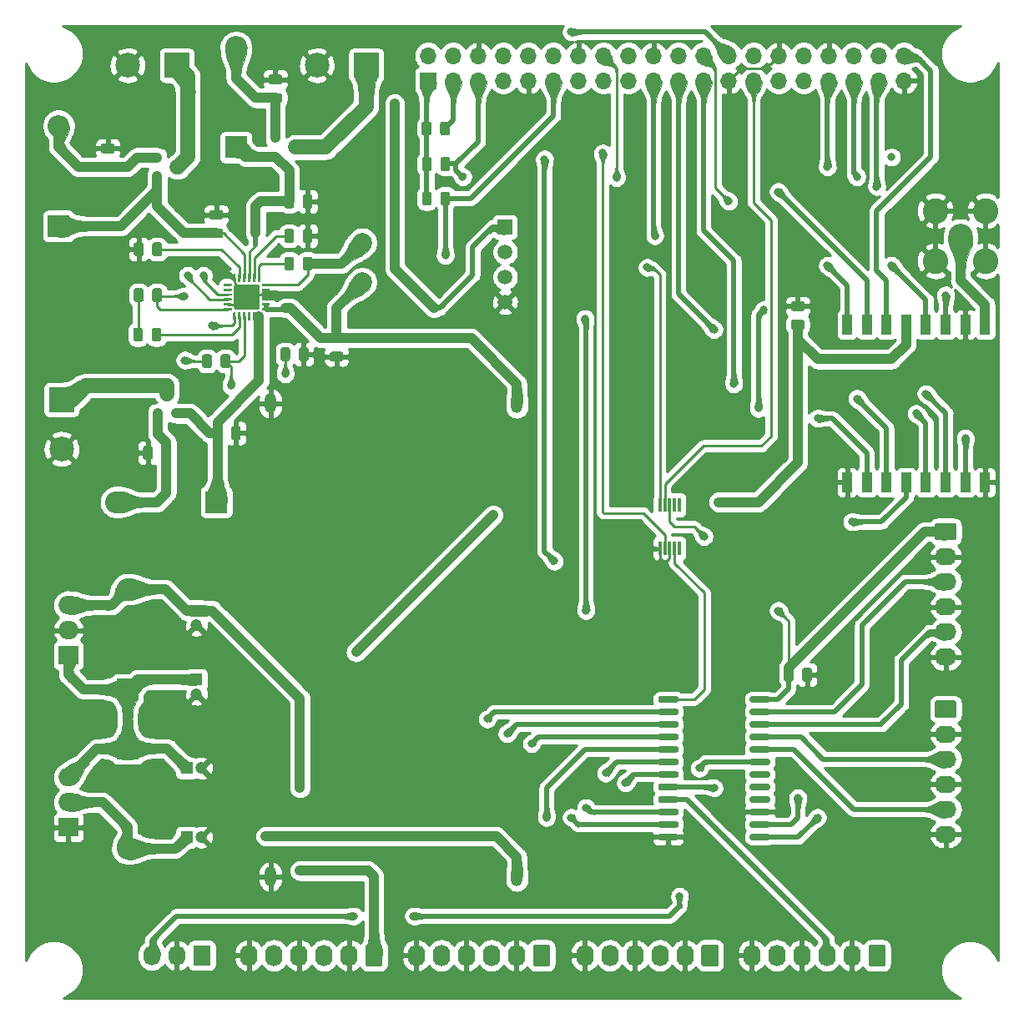
<source format=gbr>
G04 #@! TF.GenerationSoftware,KiCad,Pcbnew,(5.1.5)-3*
G04 #@! TF.CreationDate,2022-02-09T23:25:38-03:00*
G04 #@! TF.ProjectId,envcity_pcb,656e7663-6974-4795-9f70-63622e6b6963,rev?*
G04 #@! TF.SameCoordinates,Original*
G04 #@! TF.FileFunction,Copper,L1,Top*
G04 #@! TF.FilePolarity,Positive*
%FSLAX46Y46*%
G04 Gerber Fmt 4.6, Leading zero omitted, Abs format (unit mm)*
G04 Created by KiCad (PCBNEW (5.1.5)-3) date 2022-02-09 23:25:38*
%MOMM*%
%LPD*%
G04 APERTURE LIST*
%ADD10C,2.500000*%
%ADD11R,2.500000X2.500000*%
%ADD12C,1.200000*%
%ADD13R,1.200000X1.200000*%
%ADD14C,0.100000*%
%ADD15O,2.200000X2.200000*%
%ADD16R,2.200000X2.200000*%
%ADD17R,1.700000X1.700000*%
%ADD18O,1.700000X1.700000*%
%ADD19C,2.600000*%
%ADD20O,1.740000X2.200000*%
%ADD21O,2.200000X1.740000*%
%ADD22R,1.730000X2.030000*%
%ADD23O,1.730000X2.030000*%
%ADD24C,2.000000*%
%ADD25R,2.000000X1.905000*%
%ADD26O,2.000000X1.905000*%
%ADD27R,0.300000X1.450000*%
%ADD28R,1.500000X1.500000*%
%ADD29C,1.500000*%
%ADD30R,0.900000X0.800000*%
%ADD31R,0.800000X0.900000*%
%ADD32O,1.200000X2.000000*%
%ADD33R,1.000000X2.000000*%
%ADD34C,0.800000*%
%ADD35C,0.250000*%
%ADD36C,0.500000*%
%ADD37C,1.000000*%
%ADD38C,1.500000*%
%ADD39C,0.254000*%
%ADD40C,0.025400*%
G04 APERTURE END LIST*
D10*
X83300000Y-79600000D03*
D11*
X83300000Y-74600000D03*
D10*
X90000000Y-40700000D03*
D11*
X95000000Y-40700000D03*
D10*
X109200000Y-40700000D03*
D11*
X114200000Y-40700000D03*
D12*
X97000000Y-104500000D03*
D13*
X97000000Y-103000000D03*
X97000000Y-96000000D03*
D12*
X97000000Y-97500000D03*
D13*
X96000000Y-112000000D03*
D12*
X97500000Y-112000000D03*
X97500000Y-119000000D03*
D13*
X96000000Y-119000000D03*
G04 #@! TA.AperFunction,SMDPad,CuDef*
D14*
G36*
X158480142Y-66513674D02*
G01*
X158503803Y-66517184D01*
X158527007Y-66522996D01*
X158549529Y-66531054D01*
X158571153Y-66541282D01*
X158591670Y-66553579D01*
X158610883Y-66567829D01*
X158628607Y-66583893D01*
X158644671Y-66601617D01*
X158658921Y-66620830D01*
X158671218Y-66641347D01*
X158681446Y-66662971D01*
X158689504Y-66685493D01*
X158695316Y-66708697D01*
X158698826Y-66732358D01*
X158700000Y-66756250D01*
X158700000Y-67243750D01*
X158698826Y-67267642D01*
X158695316Y-67291303D01*
X158689504Y-67314507D01*
X158681446Y-67337029D01*
X158671218Y-67358653D01*
X158658921Y-67379170D01*
X158644671Y-67398383D01*
X158628607Y-67416107D01*
X158610883Y-67432171D01*
X158591670Y-67446421D01*
X158571153Y-67458718D01*
X158549529Y-67468946D01*
X158527007Y-67477004D01*
X158503803Y-67482816D01*
X158480142Y-67486326D01*
X158456250Y-67487500D01*
X157543750Y-67487500D01*
X157519858Y-67486326D01*
X157496197Y-67482816D01*
X157472993Y-67477004D01*
X157450471Y-67468946D01*
X157428847Y-67458718D01*
X157408330Y-67446421D01*
X157389117Y-67432171D01*
X157371393Y-67416107D01*
X157355329Y-67398383D01*
X157341079Y-67379170D01*
X157328782Y-67358653D01*
X157318554Y-67337029D01*
X157310496Y-67314507D01*
X157304684Y-67291303D01*
X157301174Y-67267642D01*
X157300000Y-67243750D01*
X157300000Y-66756250D01*
X157301174Y-66732358D01*
X157304684Y-66708697D01*
X157310496Y-66685493D01*
X157318554Y-66662971D01*
X157328782Y-66641347D01*
X157341079Y-66620830D01*
X157355329Y-66601617D01*
X157371393Y-66583893D01*
X157389117Y-66567829D01*
X157408330Y-66553579D01*
X157428847Y-66541282D01*
X157450471Y-66531054D01*
X157472993Y-66522996D01*
X157496197Y-66517184D01*
X157519858Y-66513674D01*
X157543750Y-66512500D01*
X158456250Y-66512500D01*
X158480142Y-66513674D01*
G37*
G04 #@! TD.AperFunction*
G04 #@! TA.AperFunction,SMDPad,CuDef*
G36*
X158480142Y-64638674D02*
G01*
X158503803Y-64642184D01*
X158527007Y-64647996D01*
X158549529Y-64656054D01*
X158571153Y-64666282D01*
X158591670Y-64678579D01*
X158610883Y-64692829D01*
X158628607Y-64708893D01*
X158644671Y-64726617D01*
X158658921Y-64745830D01*
X158671218Y-64766347D01*
X158681446Y-64787971D01*
X158689504Y-64810493D01*
X158695316Y-64833697D01*
X158698826Y-64857358D01*
X158700000Y-64881250D01*
X158700000Y-65368750D01*
X158698826Y-65392642D01*
X158695316Y-65416303D01*
X158689504Y-65439507D01*
X158681446Y-65462029D01*
X158671218Y-65483653D01*
X158658921Y-65504170D01*
X158644671Y-65523383D01*
X158628607Y-65541107D01*
X158610883Y-65557171D01*
X158591670Y-65571421D01*
X158571153Y-65583718D01*
X158549529Y-65593946D01*
X158527007Y-65602004D01*
X158503803Y-65607816D01*
X158480142Y-65611326D01*
X158456250Y-65612500D01*
X157543750Y-65612500D01*
X157519858Y-65611326D01*
X157496197Y-65607816D01*
X157472993Y-65602004D01*
X157450471Y-65593946D01*
X157428847Y-65583718D01*
X157408330Y-65571421D01*
X157389117Y-65557171D01*
X157371393Y-65541107D01*
X157355329Y-65523383D01*
X157341079Y-65504170D01*
X157328782Y-65483653D01*
X157318554Y-65462029D01*
X157310496Y-65439507D01*
X157304684Y-65416303D01*
X157301174Y-65392642D01*
X157300000Y-65368750D01*
X157300000Y-64881250D01*
X157301174Y-64857358D01*
X157304684Y-64833697D01*
X157310496Y-64810493D01*
X157318554Y-64787971D01*
X157328782Y-64766347D01*
X157341079Y-64745830D01*
X157355329Y-64726617D01*
X157371393Y-64708893D01*
X157389117Y-64692829D01*
X157408330Y-64678579D01*
X157428847Y-64666282D01*
X157450471Y-64656054D01*
X157472993Y-64647996D01*
X157496197Y-64642184D01*
X157519858Y-64638674D01*
X157543750Y-64637500D01*
X158456250Y-64637500D01*
X158480142Y-64638674D01*
G37*
G04 #@! TD.AperFunction*
G04 #@! TA.AperFunction,SMDPad,CuDef*
G36*
X157330142Y-101801174D02*
G01*
X157353803Y-101804684D01*
X157377007Y-101810496D01*
X157399529Y-101818554D01*
X157421153Y-101828782D01*
X157441670Y-101841079D01*
X157460883Y-101855329D01*
X157478607Y-101871393D01*
X157494671Y-101889117D01*
X157508921Y-101908330D01*
X157521218Y-101928847D01*
X157531446Y-101950471D01*
X157539504Y-101972993D01*
X157545316Y-101996197D01*
X157548826Y-102019858D01*
X157550000Y-102043750D01*
X157550000Y-102956250D01*
X157548826Y-102980142D01*
X157545316Y-103003803D01*
X157539504Y-103027007D01*
X157531446Y-103049529D01*
X157521218Y-103071153D01*
X157508921Y-103091670D01*
X157494671Y-103110883D01*
X157478607Y-103128607D01*
X157460883Y-103144671D01*
X157441670Y-103158921D01*
X157421153Y-103171218D01*
X157399529Y-103181446D01*
X157377007Y-103189504D01*
X157353803Y-103195316D01*
X157330142Y-103198826D01*
X157306250Y-103200000D01*
X156818750Y-103200000D01*
X156794858Y-103198826D01*
X156771197Y-103195316D01*
X156747993Y-103189504D01*
X156725471Y-103181446D01*
X156703847Y-103171218D01*
X156683330Y-103158921D01*
X156664117Y-103144671D01*
X156646393Y-103128607D01*
X156630329Y-103110883D01*
X156616079Y-103091670D01*
X156603782Y-103071153D01*
X156593554Y-103049529D01*
X156585496Y-103027007D01*
X156579684Y-103003803D01*
X156576174Y-102980142D01*
X156575000Y-102956250D01*
X156575000Y-102043750D01*
X156576174Y-102019858D01*
X156579684Y-101996197D01*
X156585496Y-101972993D01*
X156593554Y-101950471D01*
X156603782Y-101928847D01*
X156616079Y-101908330D01*
X156630329Y-101889117D01*
X156646393Y-101871393D01*
X156664117Y-101855329D01*
X156683330Y-101841079D01*
X156703847Y-101828782D01*
X156725471Y-101818554D01*
X156747993Y-101810496D01*
X156771197Y-101804684D01*
X156794858Y-101801174D01*
X156818750Y-101800000D01*
X157306250Y-101800000D01*
X157330142Y-101801174D01*
G37*
G04 #@! TD.AperFunction*
G04 #@! TA.AperFunction,SMDPad,CuDef*
G36*
X159205142Y-101801174D02*
G01*
X159228803Y-101804684D01*
X159252007Y-101810496D01*
X159274529Y-101818554D01*
X159296153Y-101828782D01*
X159316670Y-101841079D01*
X159335883Y-101855329D01*
X159353607Y-101871393D01*
X159369671Y-101889117D01*
X159383921Y-101908330D01*
X159396218Y-101928847D01*
X159406446Y-101950471D01*
X159414504Y-101972993D01*
X159420316Y-101996197D01*
X159423826Y-102019858D01*
X159425000Y-102043750D01*
X159425000Y-102956250D01*
X159423826Y-102980142D01*
X159420316Y-103003803D01*
X159414504Y-103027007D01*
X159406446Y-103049529D01*
X159396218Y-103071153D01*
X159383921Y-103091670D01*
X159369671Y-103110883D01*
X159353607Y-103128607D01*
X159335883Y-103144671D01*
X159316670Y-103158921D01*
X159296153Y-103171218D01*
X159274529Y-103181446D01*
X159252007Y-103189504D01*
X159228803Y-103195316D01*
X159205142Y-103198826D01*
X159181250Y-103200000D01*
X158693750Y-103200000D01*
X158669858Y-103198826D01*
X158646197Y-103195316D01*
X158622993Y-103189504D01*
X158600471Y-103181446D01*
X158578847Y-103171218D01*
X158558330Y-103158921D01*
X158539117Y-103144671D01*
X158521393Y-103128607D01*
X158505329Y-103110883D01*
X158491079Y-103091670D01*
X158478782Y-103071153D01*
X158468554Y-103049529D01*
X158460496Y-103027007D01*
X158454684Y-103003803D01*
X158451174Y-102980142D01*
X158450000Y-102956250D01*
X158450000Y-102043750D01*
X158451174Y-102019858D01*
X158454684Y-101996197D01*
X158460496Y-101972993D01*
X158468554Y-101950471D01*
X158478782Y-101928847D01*
X158491079Y-101908330D01*
X158505329Y-101889117D01*
X158521393Y-101871393D01*
X158539117Y-101855329D01*
X158558330Y-101841079D01*
X158578847Y-101828782D01*
X158600471Y-101818554D01*
X158622993Y-101810496D01*
X158646197Y-101804684D01*
X158669858Y-101801174D01*
X158693750Y-101800000D01*
X159181250Y-101800000D01*
X159205142Y-101801174D01*
G37*
G04 #@! TD.AperFunction*
G04 #@! TA.AperFunction,SMDPad,CuDef*
G36*
X108542642Y-57301174D02*
G01*
X108566303Y-57304684D01*
X108589507Y-57310496D01*
X108612029Y-57318554D01*
X108633653Y-57328782D01*
X108654170Y-57341079D01*
X108673383Y-57355329D01*
X108691107Y-57371393D01*
X108707171Y-57389117D01*
X108721421Y-57408330D01*
X108733718Y-57428847D01*
X108743946Y-57450471D01*
X108752004Y-57472993D01*
X108757816Y-57496197D01*
X108761326Y-57519858D01*
X108762500Y-57543750D01*
X108762500Y-58456250D01*
X108761326Y-58480142D01*
X108757816Y-58503803D01*
X108752004Y-58527007D01*
X108743946Y-58549529D01*
X108733718Y-58571153D01*
X108721421Y-58591670D01*
X108707171Y-58610883D01*
X108691107Y-58628607D01*
X108673383Y-58644671D01*
X108654170Y-58658921D01*
X108633653Y-58671218D01*
X108612029Y-58681446D01*
X108589507Y-58689504D01*
X108566303Y-58695316D01*
X108542642Y-58698826D01*
X108518750Y-58700000D01*
X108031250Y-58700000D01*
X108007358Y-58698826D01*
X107983697Y-58695316D01*
X107960493Y-58689504D01*
X107937971Y-58681446D01*
X107916347Y-58671218D01*
X107895830Y-58658921D01*
X107876617Y-58644671D01*
X107858893Y-58628607D01*
X107842829Y-58610883D01*
X107828579Y-58591670D01*
X107816282Y-58571153D01*
X107806054Y-58549529D01*
X107797996Y-58527007D01*
X107792184Y-58503803D01*
X107788674Y-58480142D01*
X107787500Y-58456250D01*
X107787500Y-57543750D01*
X107788674Y-57519858D01*
X107792184Y-57496197D01*
X107797996Y-57472993D01*
X107806054Y-57450471D01*
X107816282Y-57428847D01*
X107828579Y-57408330D01*
X107842829Y-57389117D01*
X107858893Y-57371393D01*
X107876617Y-57355329D01*
X107895830Y-57341079D01*
X107916347Y-57328782D01*
X107937971Y-57318554D01*
X107960493Y-57310496D01*
X107983697Y-57304684D01*
X108007358Y-57301174D01*
X108031250Y-57300000D01*
X108518750Y-57300000D01*
X108542642Y-57301174D01*
G37*
G04 #@! TD.AperFunction*
G04 #@! TA.AperFunction,SMDPad,CuDef*
G36*
X106667642Y-57301174D02*
G01*
X106691303Y-57304684D01*
X106714507Y-57310496D01*
X106737029Y-57318554D01*
X106758653Y-57328782D01*
X106779170Y-57341079D01*
X106798383Y-57355329D01*
X106816107Y-57371393D01*
X106832171Y-57389117D01*
X106846421Y-57408330D01*
X106858718Y-57428847D01*
X106868946Y-57450471D01*
X106877004Y-57472993D01*
X106882816Y-57496197D01*
X106886326Y-57519858D01*
X106887500Y-57543750D01*
X106887500Y-58456250D01*
X106886326Y-58480142D01*
X106882816Y-58503803D01*
X106877004Y-58527007D01*
X106868946Y-58549529D01*
X106858718Y-58571153D01*
X106846421Y-58591670D01*
X106832171Y-58610883D01*
X106816107Y-58628607D01*
X106798383Y-58644671D01*
X106779170Y-58658921D01*
X106758653Y-58671218D01*
X106737029Y-58681446D01*
X106714507Y-58689504D01*
X106691303Y-58695316D01*
X106667642Y-58698826D01*
X106643750Y-58700000D01*
X106156250Y-58700000D01*
X106132358Y-58698826D01*
X106108697Y-58695316D01*
X106085493Y-58689504D01*
X106062971Y-58681446D01*
X106041347Y-58671218D01*
X106020830Y-58658921D01*
X106001617Y-58644671D01*
X105983893Y-58628607D01*
X105967829Y-58610883D01*
X105953579Y-58591670D01*
X105941282Y-58571153D01*
X105931054Y-58549529D01*
X105922996Y-58527007D01*
X105917184Y-58503803D01*
X105913674Y-58480142D01*
X105912500Y-58456250D01*
X105912500Y-57543750D01*
X105913674Y-57519858D01*
X105917184Y-57496197D01*
X105922996Y-57472993D01*
X105931054Y-57450471D01*
X105941282Y-57428847D01*
X105953579Y-57408330D01*
X105967829Y-57389117D01*
X105983893Y-57371393D01*
X106001617Y-57355329D01*
X106020830Y-57341079D01*
X106041347Y-57328782D01*
X106062971Y-57318554D01*
X106085493Y-57310496D01*
X106108697Y-57304684D01*
X106132358Y-57301174D01*
X106156250Y-57300000D01*
X106643750Y-57300000D01*
X106667642Y-57301174D01*
G37*
G04 #@! TD.AperFunction*
G04 #@! TA.AperFunction,SMDPad,CuDef*
G36*
X91392642Y-58651174D02*
G01*
X91416303Y-58654684D01*
X91439507Y-58660496D01*
X91462029Y-58668554D01*
X91483653Y-58678782D01*
X91504170Y-58691079D01*
X91523383Y-58705329D01*
X91541107Y-58721393D01*
X91557171Y-58739117D01*
X91571421Y-58758330D01*
X91583718Y-58778847D01*
X91593946Y-58800471D01*
X91602004Y-58822993D01*
X91607816Y-58846197D01*
X91611326Y-58869858D01*
X91612500Y-58893750D01*
X91612500Y-59806250D01*
X91611326Y-59830142D01*
X91607816Y-59853803D01*
X91602004Y-59877007D01*
X91593946Y-59899529D01*
X91583718Y-59921153D01*
X91571421Y-59941670D01*
X91557171Y-59960883D01*
X91541107Y-59978607D01*
X91523383Y-59994671D01*
X91504170Y-60008921D01*
X91483653Y-60021218D01*
X91462029Y-60031446D01*
X91439507Y-60039504D01*
X91416303Y-60045316D01*
X91392642Y-60048826D01*
X91368750Y-60050000D01*
X90881250Y-60050000D01*
X90857358Y-60048826D01*
X90833697Y-60045316D01*
X90810493Y-60039504D01*
X90787971Y-60031446D01*
X90766347Y-60021218D01*
X90745830Y-60008921D01*
X90726617Y-59994671D01*
X90708893Y-59978607D01*
X90692829Y-59960883D01*
X90678579Y-59941670D01*
X90666282Y-59921153D01*
X90656054Y-59899529D01*
X90647996Y-59877007D01*
X90642184Y-59853803D01*
X90638674Y-59830142D01*
X90637500Y-59806250D01*
X90637500Y-58893750D01*
X90638674Y-58869858D01*
X90642184Y-58846197D01*
X90647996Y-58822993D01*
X90656054Y-58800471D01*
X90666282Y-58778847D01*
X90678579Y-58758330D01*
X90692829Y-58739117D01*
X90708893Y-58721393D01*
X90726617Y-58705329D01*
X90745830Y-58691079D01*
X90766347Y-58678782D01*
X90787971Y-58668554D01*
X90810493Y-58660496D01*
X90833697Y-58654684D01*
X90857358Y-58651174D01*
X90881250Y-58650000D01*
X91368750Y-58650000D01*
X91392642Y-58651174D01*
G37*
G04 #@! TD.AperFunction*
G04 #@! TA.AperFunction,SMDPad,CuDef*
G36*
X93267642Y-58651174D02*
G01*
X93291303Y-58654684D01*
X93314507Y-58660496D01*
X93337029Y-58668554D01*
X93358653Y-58678782D01*
X93379170Y-58691079D01*
X93398383Y-58705329D01*
X93416107Y-58721393D01*
X93432171Y-58739117D01*
X93446421Y-58758330D01*
X93458718Y-58778847D01*
X93468946Y-58800471D01*
X93477004Y-58822993D01*
X93482816Y-58846197D01*
X93486326Y-58869858D01*
X93487500Y-58893750D01*
X93487500Y-59806250D01*
X93486326Y-59830142D01*
X93482816Y-59853803D01*
X93477004Y-59877007D01*
X93468946Y-59899529D01*
X93458718Y-59921153D01*
X93446421Y-59941670D01*
X93432171Y-59960883D01*
X93416107Y-59978607D01*
X93398383Y-59994671D01*
X93379170Y-60008921D01*
X93358653Y-60021218D01*
X93337029Y-60031446D01*
X93314507Y-60039504D01*
X93291303Y-60045316D01*
X93267642Y-60048826D01*
X93243750Y-60050000D01*
X92756250Y-60050000D01*
X92732358Y-60048826D01*
X92708697Y-60045316D01*
X92685493Y-60039504D01*
X92662971Y-60031446D01*
X92641347Y-60021218D01*
X92620830Y-60008921D01*
X92601617Y-59994671D01*
X92583893Y-59978607D01*
X92567829Y-59960883D01*
X92553579Y-59941670D01*
X92541282Y-59921153D01*
X92531054Y-59899529D01*
X92522996Y-59877007D01*
X92517184Y-59853803D01*
X92513674Y-59830142D01*
X92512500Y-59806250D01*
X92512500Y-58893750D01*
X92513674Y-58869858D01*
X92517184Y-58846197D01*
X92522996Y-58822993D01*
X92531054Y-58800471D01*
X92541282Y-58778847D01*
X92553579Y-58758330D01*
X92567829Y-58739117D01*
X92583893Y-58721393D01*
X92601617Y-58705329D01*
X92620830Y-58691079D01*
X92641347Y-58678782D01*
X92662971Y-58668554D01*
X92685493Y-58660496D01*
X92708697Y-58654684D01*
X92732358Y-58651174D01*
X92756250Y-58650000D01*
X93243750Y-58650000D01*
X93267642Y-58651174D01*
G37*
G04 #@! TD.AperFunction*
G04 #@! TA.AperFunction,SMDPad,CuDef*
G36*
X106667642Y-60101174D02*
G01*
X106691303Y-60104684D01*
X106714507Y-60110496D01*
X106737029Y-60118554D01*
X106758653Y-60128782D01*
X106779170Y-60141079D01*
X106798383Y-60155329D01*
X106816107Y-60171393D01*
X106832171Y-60189117D01*
X106846421Y-60208330D01*
X106858718Y-60228847D01*
X106868946Y-60250471D01*
X106877004Y-60272993D01*
X106882816Y-60296197D01*
X106886326Y-60319858D01*
X106887500Y-60343750D01*
X106887500Y-61256250D01*
X106886326Y-61280142D01*
X106882816Y-61303803D01*
X106877004Y-61327007D01*
X106868946Y-61349529D01*
X106858718Y-61371153D01*
X106846421Y-61391670D01*
X106832171Y-61410883D01*
X106816107Y-61428607D01*
X106798383Y-61444671D01*
X106779170Y-61458921D01*
X106758653Y-61471218D01*
X106737029Y-61481446D01*
X106714507Y-61489504D01*
X106691303Y-61495316D01*
X106667642Y-61498826D01*
X106643750Y-61500000D01*
X106156250Y-61500000D01*
X106132358Y-61498826D01*
X106108697Y-61495316D01*
X106085493Y-61489504D01*
X106062971Y-61481446D01*
X106041347Y-61471218D01*
X106020830Y-61458921D01*
X106001617Y-61444671D01*
X105983893Y-61428607D01*
X105967829Y-61410883D01*
X105953579Y-61391670D01*
X105941282Y-61371153D01*
X105931054Y-61349529D01*
X105922996Y-61327007D01*
X105917184Y-61303803D01*
X105913674Y-61280142D01*
X105912500Y-61256250D01*
X105912500Y-60343750D01*
X105913674Y-60319858D01*
X105917184Y-60296197D01*
X105922996Y-60272993D01*
X105931054Y-60250471D01*
X105941282Y-60228847D01*
X105953579Y-60208330D01*
X105967829Y-60189117D01*
X105983893Y-60171393D01*
X106001617Y-60155329D01*
X106020830Y-60141079D01*
X106041347Y-60128782D01*
X106062971Y-60118554D01*
X106085493Y-60110496D01*
X106108697Y-60104684D01*
X106132358Y-60101174D01*
X106156250Y-60100000D01*
X106643750Y-60100000D01*
X106667642Y-60101174D01*
G37*
G04 #@! TD.AperFunction*
G04 #@! TA.AperFunction,SMDPad,CuDef*
G36*
X108542642Y-60101174D02*
G01*
X108566303Y-60104684D01*
X108589507Y-60110496D01*
X108612029Y-60118554D01*
X108633653Y-60128782D01*
X108654170Y-60141079D01*
X108673383Y-60155329D01*
X108691107Y-60171393D01*
X108707171Y-60189117D01*
X108721421Y-60208330D01*
X108733718Y-60228847D01*
X108743946Y-60250471D01*
X108752004Y-60272993D01*
X108757816Y-60296197D01*
X108761326Y-60319858D01*
X108762500Y-60343750D01*
X108762500Y-61256250D01*
X108761326Y-61280142D01*
X108757816Y-61303803D01*
X108752004Y-61327007D01*
X108743946Y-61349529D01*
X108733718Y-61371153D01*
X108721421Y-61391670D01*
X108707171Y-61410883D01*
X108691107Y-61428607D01*
X108673383Y-61444671D01*
X108654170Y-61458921D01*
X108633653Y-61471218D01*
X108612029Y-61481446D01*
X108589507Y-61489504D01*
X108566303Y-61495316D01*
X108542642Y-61498826D01*
X108518750Y-61500000D01*
X108031250Y-61500000D01*
X108007358Y-61498826D01*
X107983697Y-61495316D01*
X107960493Y-61489504D01*
X107937971Y-61481446D01*
X107916347Y-61471218D01*
X107895830Y-61458921D01*
X107876617Y-61444671D01*
X107858893Y-61428607D01*
X107842829Y-61410883D01*
X107828579Y-61391670D01*
X107816282Y-61371153D01*
X107806054Y-61349529D01*
X107797996Y-61327007D01*
X107792184Y-61303803D01*
X107788674Y-61280142D01*
X107787500Y-61256250D01*
X107787500Y-60343750D01*
X107788674Y-60319858D01*
X107792184Y-60296197D01*
X107797996Y-60272993D01*
X107806054Y-60250471D01*
X107816282Y-60228847D01*
X107828579Y-60208330D01*
X107842829Y-60189117D01*
X107858893Y-60171393D01*
X107876617Y-60155329D01*
X107895830Y-60141079D01*
X107916347Y-60128782D01*
X107937971Y-60118554D01*
X107960493Y-60110496D01*
X107983697Y-60104684D01*
X108007358Y-60101174D01*
X108031250Y-60100000D01*
X108518750Y-60100000D01*
X108542642Y-60101174D01*
G37*
G04 #@! TD.AperFunction*
G04 #@! TA.AperFunction,SMDPad,CuDef*
G36*
X111680142Y-69751174D02*
G01*
X111703803Y-69754684D01*
X111727007Y-69760496D01*
X111749529Y-69768554D01*
X111771153Y-69778782D01*
X111791670Y-69791079D01*
X111810883Y-69805329D01*
X111828607Y-69821393D01*
X111844671Y-69839117D01*
X111858921Y-69858330D01*
X111871218Y-69878847D01*
X111881446Y-69900471D01*
X111889504Y-69922993D01*
X111895316Y-69946197D01*
X111898826Y-69969858D01*
X111900000Y-69993750D01*
X111900000Y-70481250D01*
X111898826Y-70505142D01*
X111895316Y-70528803D01*
X111889504Y-70552007D01*
X111881446Y-70574529D01*
X111871218Y-70596153D01*
X111858921Y-70616670D01*
X111844671Y-70635883D01*
X111828607Y-70653607D01*
X111810883Y-70669671D01*
X111791670Y-70683921D01*
X111771153Y-70696218D01*
X111749529Y-70706446D01*
X111727007Y-70714504D01*
X111703803Y-70720316D01*
X111680142Y-70723826D01*
X111656250Y-70725000D01*
X110743750Y-70725000D01*
X110719858Y-70723826D01*
X110696197Y-70720316D01*
X110672993Y-70714504D01*
X110650471Y-70706446D01*
X110628847Y-70696218D01*
X110608330Y-70683921D01*
X110589117Y-70669671D01*
X110571393Y-70653607D01*
X110555329Y-70635883D01*
X110541079Y-70616670D01*
X110528782Y-70596153D01*
X110518554Y-70574529D01*
X110510496Y-70552007D01*
X110504684Y-70528803D01*
X110501174Y-70505142D01*
X110500000Y-70481250D01*
X110500000Y-69993750D01*
X110501174Y-69969858D01*
X110504684Y-69946197D01*
X110510496Y-69922993D01*
X110518554Y-69900471D01*
X110528782Y-69878847D01*
X110541079Y-69858330D01*
X110555329Y-69839117D01*
X110571393Y-69821393D01*
X110589117Y-69805329D01*
X110608330Y-69791079D01*
X110628847Y-69778782D01*
X110650471Y-69768554D01*
X110672993Y-69760496D01*
X110696197Y-69754684D01*
X110719858Y-69751174D01*
X110743750Y-69750000D01*
X111656250Y-69750000D01*
X111680142Y-69751174D01*
G37*
G04 #@! TD.AperFunction*
G04 #@! TA.AperFunction,SMDPad,CuDef*
G36*
X111680142Y-67876174D02*
G01*
X111703803Y-67879684D01*
X111727007Y-67885496D01*
X111749529Y-67893554D01*
X111771153Y-67903782D01*
X111791670Y-67916079D01*
X111810883Y-67930329D01*
X111828607Y-67946393D01*
X111844671Y-67964117D01*
X111858921Y-67983330D01*
X111871218Y-68003847D01*
X111881446Y-68025471D01*
X111889504Y-68047993D01*
X111895316Y-68071197D01*
X111898826Y-68094858D01*
X111900000Y-68118750D01*
X111900000Y-68606250D01*
X111898826Y-68630142D01*
X111895316Y-68653803D01*
X111889504Y-68677007D01*
X111881446Y-68699529D01*
X111871218Y-68721153D01*
X111858921Y-68741670D01*
X111844671Y-68760883D01*
X111828607Y-68778607D01*
X111810883Y-68794671D01*
X111791670Y-68808921D01*
X111771153Y-68821218D01*
X111749529Y-68831446D01*
X111727007Y-68839504D01*
X111703803Y-68845316D01*
X111680142Y-68848826D01*
X111656250Y-68850000D01*
X110743750Y-68850000D01*
X110719858Y-68848826D01*
X110696197Y-68845316D01*
X110672993Y-68839504D01*
X110650471Y-68831446D01*
X110628847Y-68821218D01*
X110608330Y-68808921D01*
X110589117Y-68794671D01*
X110571393Y-68778607D01*
X110555329Y-68760883D01*
X110541079Y-68741670D01*
X110528782Y-68721153D01*
X110518554Y-68699529D01*
X110510496Y-68677007D01*
X110504684Y-68653803D01*
X110501174Y-68630142D01*
X110500000Y-68606250D01*
X110500000Y-68118750D01*
X110501174Y-68094858D01*
X110504684Y-68071197D01*
X110510496Y-68047993D01*
X110518554Y-68025471D01*
X110528782Y-68003847D01*
X110541079Y-67983330D01*
X110555329Y-67964117D01*
X110571393Y-67946393D01*
X110589117Y-67930329D01*
X110608330Y-67916079D01*
X110628847Y-67903782D01*
X110650471Y-67893554D01*
X110672993Y-67885496D01*
X110696197Y-67879684D01*
X110719858Y-67876174D01*
X110743750Y-67875000D01*
X111656250Y-67875000D01*
X111680142Y-67876174D01*
G37*
G04 #@! TD.AperFunction*
G04 #@! TA.AperFunction,SMDPad,CuDef*
G36*
X99480142Y-57238674D02*
G01*
X99503803Y-57242184D01*
X99527007Y-57247996D01*
X99549529Y-57256054D01*
X99571153Y-57266282D01*
X99591670Y-57278579D01*
X99610883Y-57292829D01*
X99628607Y-57308893D01*
X99644671Y-57326617D01*
X99658921Y-57345830D01*
X99671218Y-57366347D01*
X99681446Y-57387971D01*
X99689504Y-57410493D01*
X99695316Y-57433697D01*
X99698826Y-57457358D01*
X99700000Y-57481250D01*
X99700000Y-57968750D01*
X99698826Y-57992642D01*
X99695316Y-58016303D01*
X99689504Y-58039507D01*
X99681446Y-58062029D01*
X99671218Y-58083653D01*
X99658921Y-58104170D01*
X99644671Y-58123383D01*
X99628607Y-58141107D01*
X99610883Y-58157171D01*
X99591670Y-58171421D01*
X99571153Y-58183718D01*
X99549529Y-58193946D01*
X99527007Y-58202004D01*
X99503803Y-58207816D01*
X99480142Y-58211326D01*
X99456250Y-58212500D01*
X98543750Y-58212500D01*
X98519858Y-58211326D01*
X98496197Y-58207816D01*
X98472993Y-58202004D01*
X98450471Y-58193946D01*
X98428847Y-58183718D01*
X98408330Y-58171421D01*
X98389117Y-58157171D01*
X98371393Y-58141107D01*
X98355329Y-58123383D01*
X98341079Y-58104170D01*
X98328782Y-58083653D01*
X98318554Y-58062029D01*
X98310496Y-58039507D01*
X98304684Y-58016303D01*
X98301174Y-57992642D01*
X98300000Y-57968750D01*
X98300000Y-57481250D01*
X98301174Y-57457358D01*
X98304684Y-57433697D01*
X98310496Y-57410493D01*
X98318554Y-57387971D01*
X98328782Y-57366347D01*
X98341079Y-57345830D01*
X98355329Y-57326617D01*
X98371393Y-57308893D01*
X98389117Y-57292829D01*
X98408330Y-57278579D01*
X98428847Y-57266282D01*
X98450471Y-57256054D01*
X98472993Y-57247996D01*
X98496197Y-57242184D01*
X98519858Y-57238674D01*
X98543750Y-57237500D01*
X99456250Y-57237500D01*
X99480142Y-57238674D01*
G37*
G04 #@! TD.AperFunction*
G04 #@! TA.AperFunction,SMDPad,CuDef*
G36*
X99480142Y-55363674D02*
G01*
X99503803Y-55367184D01*
X99527007Y-55372996D01*
X99549529Y-55381054D01*
X99571153Y-55391282D01*
X99591670Y-55403579D01*
X99610883Y-55417829D01*
X99628607Y-55433893D01*
X99644671Y-55451617D01*
X99658921Y-55470830D01*
X99671218Y-55491347D01*
X99681446Y-55512971D01*
X99689504Y-55535493D01*
X99695316Y-55558697D01*
X99698826Y-55582358D01*
X99700000Y-55606250D01*
X99700000Y-56093750D01*
X99698826Y-56117642D01*
X99695316Y-56141303D01*
X99689504Y-56164507D01*
X99681446Y-56187029D01*
X99671218Y-56208653D01*
X99658921Y-56229170D01*
X99644671Y-56248383D01*
X99628607Y-56266107D01*
X99610883Y-56282171D01*
X99591670Y-56296421D01*
X99571153Y-56308718D01*
X99549529Y-56318946D01*
X99527007Y-56327004D01*
X99503803Y-56332816D01*
X99480142Y-56336326D01*
X99456250Y-56337500D01*
X98543750Y-56337500D01*
X98519858Y-56336326D01*
X98496197Y-56332816D01*
X98472993Y-56327004D01*
X98450471Y-56318946D01*
X98428847Y-56308718D01*
X98408330Y-56296421D01*
X98389117Y-56282171D01*
X98371393Y-56266107D01*
X98355329Y-56248383D01*
X98341079Y-56229170D01*
X98328782Y-56208653D01*
X98318554Y-56187029D01*
X98310496Y-56164507D01*
X98304684Y-56141303D01*
X98301174Y-56117642D01*
X98300000Y-56093750D01*
X98300000Y-55606250D01*
X98301174Y-55582358D01*
X98304684Y-55558697D01*
X98310496Y-55535493D01*
X98318554Y-55512971D01*
X98328782Y-55491347D01*
X98341079Y-55470830D01*
X98355329Y-55451617D01*
X98371393Y-55433893D01*
X98389117Y-55417829D01*
X98408330Y-55403579D01*
X98428847Y-55391282D01*
X98450471Y-55381054D01*
X98472993Y-55372996D01*
X98496197Y-55367184D01*
X98519858Y-55363674D01*
X98543750Y-55362500D01*
X99456250Y-55362500D01*
X99480142Y-55363674D01*
G37*
G04 #@! TD.AperFunction*
G04 #@! TA.AperFunction,SMDPad,CuDef*
G36*
X108542642Y-53801174D02*
G01*
X108566303Y-53804684D01*
X108589507Y-53810496D01*
X108612029Y-53818554D01*
X108633653Y-53828782D01*
X108654170Y-53841079D01*
X108673383Y-53855329D01*
X108691107Y-53871393D01*
X108707171Y-53889117D01*
X108721421Y-53908330D01*
X108733718Y-53928847D01*
X108743946Y-53950471D01*
X108752004Y-53972993D01*
X108757816Y-53996197D01*
X108761326Y-54019858D01*
X108762500Y-54043750D01*
X108762500Y-54956250D01*
X108761326Y-54980142D01*
X108757816Y-55003803D01*
X108752004Y-55027007D01*
X108743946Y-55049529D01*
X108733718Y-55071153D01*
X108721421Y-55091670D01*
X108707171Y-55110883D01*
X108691107Y-55128607D01*
X108673383Y-55144671D01*
X108654170Y-55158921D01*
X108633653Y-55171218D01*
X108612029Y-55181446D01*
X108589507Y-55189504D01*
X108566303Y-55195316D01*
X108542642Y-55198826D01*
X108518750Y-55200000D01*
X108031250Y-55200000D01*
X108007358Y-55198826D01*
X107983697Y-55195316D01*
X107960493Y-55189504D01*
X107937971Y-55181446D01*
X107916347Y-55171218D01*
X107895830Y-55158921D01*
X107876617Y-55144671D01*
X107858893Y-55128607D01*
X107842829Y-55110883D01*
X107828579Y-55091670D01*
X107816282Y-55071153D01*
X107806054Y-55049529D01*
X107797996Y-55027007D01*
X107792184Y-55003803D01*
X107788674Y-54980142D01*
X107787500Y-54956250D01*
X107787500Y-54043750D01*
X107788674Y-54019858D01*
X107792184Y-53996197D01*
X107797996Y-53972993D01*
X107806054Y-53950471D01*
X107816282Y-53928847D01*
X107828579Y-53908330D01*
X107842829Y-53889117D01*
X107858893Y-53871393D01*
X107876617Y-53855329D01*
X107895830Y-53841079D01*
X107916347Y-53828782D01*
X107937971Y-53818554D01*
X107960493Y-53810496D01*
X107983697Y-53804684D01*
X108007358Y-53801174D01*
X108031250Y-53800000D01*
X108518750Y-53800000D01*
X108542642Y-53801174D01*
G37*
G04 #@! TD.AperFunction*
G04 #@! TA.AperFunction,SMDPad,CuDef*
G36*
X106667642Y-53801174D02*
G01*
X106691303Y-53804684D01*
X106714507Y-53810496D01*
X106737029Y-53818554D01*
X106758653Y-53828782D01*
X106779170Y-53841079D01*
X106798383Y-53855329D01*
X106816107Y-53871393D01*
X106832171Y-53889117D01*
X106846421Y-53908330D01*
X106858718Y-53928847D01*
X106868946Y-53950471D01*
X106877004Y-53972993D01*
X106882816Y-53996197D01*
X106886326Y-54019858D01*
X106887500Y-54043750D01*
X106887500Y-54956250D01*
X106886326Y-54980142D01*
X106882816Y-55003803D01*
X106877004Y-55027007D01*
X106868946Y-55049529D01*
X106858718Y-55071153D01*
X106846421Y-55091670D01*
X106832171Y-55110883D01*
X106816107Y-55128607D01*
X106798383Y-55144671D01*
X106779170Y-55158921D01*
X106758653Y-55171218D01*
X106737029Y-55181446D01*
X106714507Y-55189504D01*
X106691303Y-55195316D01*
X106667642Y-55198826D01*
X106643750Y-55200000D01*
X106156250Y-55200000D01*
X106132358Y-55198826D01*
X106108697Y-55195316D01*
X106085493Y-55189504D01*
X106062971Y-55181446D01*
X106041347Y-55171218D01*
X106020830Y-55158921D01*
X106001617Y-55144671D01*
X105983893Y-55128607D01*
X105967829Y-55110883D01*
X105953579Y-55091670D01*
X105941282Y-55071153D01*
X105931054Y-55049529D01*
X105922996Y-55027007D01*
X105917184Y-55003803D01*
X105913674Y-54980142D01*
X105912500Y-54956250D01*
X105912500Y-54043750D01*
X105913674Y-54019858D01*
X105917184Y-53996197D01*
X105922996Y-53972993D01*
X105931054Y-53950471D01*
X105941282Y-53928847D01*
X105953579Y-53908330D01*
X105967829Y-53889117D01*
X105983893Y-53871393D01*
X106001617Y-53855329D01*
X106020830Y-53841079D01*
X106041347Y-53828782D01*
X106062971Y-53818554D01*
X106085493Y-53810496D01*
X106108697Y-53804684D01*
X106132358Y-53801174D01*
X106156250Y-53800000D01*
X106643750Y-53800000D01*
X106667642Y-53801174D01*
G37*
G04 #@! TD.AperFunction*
G04 #@! TA.AperFunction,SMDPad,CuDef*
G36*
X99392642Y-77301174D02*
G01*
X99416303Y-77304684D01*
X99439507Y-77310496D01*
X99462029Y-77318554D01*
X99483653Y-77328782D01*
X99504170Y-77341079D01*
X99523383Y-77355329D01*
X99541107Y-77371393D01*
X99557171Y-77389117D01*
X99571421Y-77408330D01*
X99583718Y-77428847D01*
X99593946Y-77450471D01*
X99602004Y-77472993D01*
X99607816Y-77496197D01*
X99611326Y-77519858D01*
X99612500Y-77543750D01*
X99612500Y-78456250D01*
X99611326Y-78480142D01*
X99607816Y-78503803D01*
X99602004Y-78527007D01*
X99593946Y-78549529D01*
X99583718Y-78571153D01*
X99571421Y-78591670D01*
X99557171Y-78610883D01*
X99541107Y-78628607D01*
X99523383Y-78644671D01*
X99504170Y-78658921D01*
X99483653Y-78671218D01*
X99462029Y-78681446D01*
X99439507Y-78689504D01*
X99416303Y-78695316D01*
X99392642Y-78698826D01*
X99368750Y-78700000D01*
X98881250Y-78700000D01*
X98857358Y-78698826D01*
X98833697Y-78695316D01*
X98810493Y-78689504D01*
X98787971Y-78681446D01*
X98766347Y-78671218D01*
X98745830Y-78658921D01*
X98726617Y-78644671D01*
X98708893Y-78628607D01*
X98692829Y-78610883D01*
X98678579Y-78591670D01*
X98666282Y-78571153D01*
X98656054Y-78549529D01*
X98647996Y-78527007D01*
X98642184Y-78503803D01*
X98638674Y-78480142D01*
X98637500Y-78456250D01*
X98637500Y-77543750D01*
X98638674Y-77519858D01*
X98642184Y-77496197D01*
X98647996Y-77472993D01*
X98656054Y-77450471D01*
X98666282Y-77428847D01*
X98678579Y-77408330D01*
X98692829Y-77389117D01*
X98708893Y-77371393D01*
X98726617Y-77355329D01*
X98745830Y-77341079D01*
X98766347Y-77328782D01*
X98787971Y-77318554D01*
X98810493Y-77310496D01*
X98833697Y-77304684D01*
X98857358Y-77301174D01*
X98881250Y-77300000D01*
X99368750Y-77300000D01*
X99392642Y-77301174D01*
G37*
G04 #@! TD.AperFunction*
G04 #@! TA.AperFunction,SMDPad,CuDef*
G36*
X101267642Y-77301174D02*
G01*
X101291303Y-77304684D01*
X101314507Y-77310496D01*
X101337029Y-77318554D01*
X101358653Y-77328782D01*
X101379170Y-77341079D01*
X101398383Y-77355329D01*
X101416107Y-77371393D01*
X101432171Y-77389117D01*
X101446421Y-77408330D01*
X101458718Y-77428847D01*
X101468946Y-77450471D01*
X101477004Y-77472993D01*
X101482816Y-77496197D01*
X101486326Y-77519858D01*
X101487500Y-77543750D01*
X101487500Y-78456250D01*
X101486326Y-78480142D01*
X101482816Y-78503803D01*
X101477004Y-78527007D01*
X101468946Y-78549529D01*
X101458718Y-78571153D01*
X101446421Y-78591670D01*
X101432171Y-78610883D01*
X101416107Y-78628607D01*
X101398383Y-78644671D01*
X101379170Y-78658921D01*
X101358653Y-78671218D01*
X101337029Y-78681446D01*
X101314507Y-78689504D01*
X101291303Y-78695316D01*
X101267642Y-78698826D01*
X101243750Y-78700000D01*
X100756250Y-78700000D01*
X100732358Y-78698826D01*
X100708697Y-78695316D01*
X100685493Y-78689504D01*
X100662971Y-78681446D01*
X100641347Y-78671218D01*
X100620830Y-78658921D01*
X100601617Y-78644671D01*
X100583893Y-78628607D01*
X100567829Y-78610883D01*
X100553579Y-78591670D01*
X100541282Y-78571153D01*
X100531054Y-78549529D01*
X100522996Y-78527007D01*
X100517184Y-78503803D01*
X100513674Y-78480142D01*
X100512500Y-78456250D01*
X100512500Y-77543750D01*
X100513674Y-77519858D01*
X100517184Y-77496197D01*
X100522996Y-77472993D01*
X100531054Y-77450471D01*
X100541282Y-77428847D01*
X100553579Y-77408330D01*
X100567829Y-77389117D01*
X100583893Y-77371393D01*
X100601617Y-77355329D01*
X100620830Y-77341079D01*
X100641347Y-77328782D01*
X100662971Y-77318554D01*
X100685493Y-77310496D01*
X100708697Y-77304684D01*
X100732358Y-77301174D01*
X100756250Y-77300000D01*
X101243750Y-77300000D01*
X101267642Y-77301174D01*
G37*
G04 #@! TD.AperFunction*
D15*
X90000000Y-93840000D03*
D16*
X90000000Y-104000000D03*
X90000000Y-110000000D03*
D15*
X90000000Y-120160000D03*
G04 #@! TA.AperFunction,SMDPad,CuDef*
D14*
G36*
X91392642Y-63301174D02*
G01*
X91416303Y-63304684D01*
X91439507Y-63310496D01*
X91462029Y-63318554D01*
X91483653Y-63328782D01*
X91504170Y-63341079D01*
X91523383Y-63355329D01*
X91541107Y-63371393D01*
X91557171Y-63389117D01*
X91571421Y-63408330D01*
X91583718Y-63428847D01*
X91593946Y-63450471D01*
X91602004Y-63472993D01*
X91607816Y-63496197D01*
X91611326Y-63519858D01*
X91612500Y-63543750D01*
X91612500Y-64456250D01*
X91611326Y-64480142D01*
X91607816Y-64503803D01*
X91602004Y-64527007D01*
X91593946Y-64549529D01*
X91583718Y-64571153D01*
X91571421Y-64591670D01*
X91557171Y-64610883D01*
X91541107Y-64628607D01*
X91523383Y-64644671D01*
X91504170Y-64658921D01*
X91483653Y-64671218D01*
X91462029Y-64681446D01*
X91439507Y-64689504D01*
X91416303Y-64695316D01*
X91392642Y-64698826D01*
X91368750Y-64700000D01*
X90881250Y-64700000D01*
X90857358Y-64698826D01*
X90833697Y-64695316D01*
X90810493Y-64689504D01*
X90787971Y-64681446D01*
X90766347Y-64671218D01*
X90745830Y-64658921D01*
X90726617Y-64644671D01*
X90708893Y-64628607D01*
X90692829Y-64610883D01*
X90678579Y-64591670D01*
X90666282Y-64571153D01*
X90656054Y-64549529D01*
X90647996Y-64527007D01*
X90642184Y-64503803D01*
X90638674Y-64480142D01*
X90637500Y-64456250D01*
X90637500Y-63543750D01*
X90638674Y-63519858D01*
X90642184Y-63496197D01*
X90647996Y-63472993D01*
X90656054Y-63450471D01*
X90666282Y-63428847D01*
X90678579Y-63408330D01*
X90692829Y-63389117D01*
X90708893Y-63371393D01*
X90726617Y-63355329D01*
X90745830Y-63341079D01*
X90766347Y-63328782D01*
X90787971Y-63318554D01*
X90810493Y-63310496D01*
X90833697Y-63304684D01*
X90857358Y-63301174D01*
X90881250Y-63300000D01*
X91368750Y-63300000D01*
X91392642Y-63301174D01*
G37*
G04 #@! TD.AperFunction*
G04 #@! TA.AperFunction,SMDPad,CuDef*
G36*
X93267642Y-63301174D02*
G01*
X93291303Y-63304684D01*
X93314507Y-63310496D01*
X93337029Y-63318554D01*
X93358653Y-63328782D01*
X93379170Y-63341079D01*
X93398383Y-63355329D01*
X93416107Y-63371393D01*
X93432171Y-63389117D01*
X93446421Y-63408330D01*
X93458718Y-63428847D01*
X93468946Y-63450471D01*
X93477004Y-63472993D01*
X93482816Y-63496197D01*
X93486326Y-63519858D01*
X93487500Y-63543750D01*
X93487500Y-64456250D01*
X93486326Y-64480142D01*
X93482816Y-64503803D01*
X93477004Y-64527007D01*
X93468946Y-64549529D01*
X93458718Y-64571153D01*
X93446421Y-64591670D01*
X93432171Y-64610883D01*
X93416107Y-64628607D01*
X93398383Y-64644671D01*
X93379170Y-64658921D01*
X93358653Y-64671218D01*
X93337029Y-64681446D01*
X93314507Y-64689504D01*
X93291303Y-64695316D01*
X93267642Y-64698826D01*
X93243750Y-64700000D01*
X92756250Y-64700000D01*
X92732358Y-64698826D01*
X92708697Y-64695316D01*
X92685493Y-64689504D01*
X92662971Y-64681446D01*
X92641347Y-64671218D01*
X92620830Y-64658921D01*
X92601617Y-64644671D01*
X92583893Y-64628607D01*
X92567829Y-64610883D01*
X92553579Y-64591670D01*
X92541282Y-64571153D01*
X92531054Y-64549529D01*
X92522996Y-64527007D01*
X92517184Y-64503803D01*
X92513674Y-64480142D01*
X92512500Y-64456250D01*
X92512500Y-63543750D01*
X92513674Y-63519858D01*
X92517184Y-63496197D01*
X92522996Y-63472993D01*
X92531054Y-63450471D01*
X92541282Y-63428847D01*
X92553579Y-63408330D01*
X92567829Y-63389117D01*
X92583893Y-63371393D01*
X92601617Y-63355329D01*
X92620830Y-63341079D01*
X92641347Y-63328782D01*
X92662971Y-63318554D01*
X92685493Y-63310496D01*
X92708697Y-63304684D01*
X92732358Y-63301174D01*
X92756250Y-63300000D01*
X93243750Y-63300000D01*
X93267642Y-63301174D01*
G37*
G04 #@! TD.AperFunction*
D17*
X120500000Y-42250000D03*
D18*
X120500000Y-39710000D03*
X123040000Y-42250000D03*
X123040000Y-39710000D03*
X125580000Y-42250000D03*
X125580000Y-39710000D03*
X128120000Y-42250000D03*
X128120000Y-39710000D03*
X130660000Y-42250000D03*
X130660000Y-39710000D03*
X133200000Y-42250000D03*
X133200000Y-39710000D03*
X135740000Y-42250000D03*
X135740000Y-39710000D03*
X138280000Y-42250000D03*
X138280000Y-39710000D03*
X140820000Y-42250000D03*
X140820000Y-39710000D03*
X143360000Y-42250000D03*
X143360000Y-39710000D03*
X145900000Y-42250000D03*
X145900000Y-39710000D03*
X148440000Y-42250000D03*
X148440000Y-39710000D03*
X150980000Y-42250000D03*
X150980000Y-39710000D03*
X153520000Y-42250000D03*
X153520000Y-39710000D03*
X156060000Y-42250000D03*
X156060000Y-39710000D03*
X158600000Y-42250000D03*
X158600000Y-39710000D03*
X161140000Y-42250000D03*
X161140000Y-39710000D03*
X163680000Y-42250000D03*
X163680000Y-39710000D03*
X166220000Y-42250000D03*
X166220000Y-39710000D03*
X168760000Y-42250000D03*
X168760000Y-39710000D03*
D19*
X177040000Y-60540000D03*
X171960000Y-60540000D03*
X177040000Y-55460000D03*
X171960000Y-55460000D03*
D10*
X174500000Y-58000000D03*
D20*
X153340000Y-131000000D03*
X155880000Y-131000000D03*
X158420000Y-131000000D03*
X160960000Y-131000000D03*
X163500000Y-131000000D03*
G04 #@! TA.AperFunction,ComponentPad*
D14*
G36*
X166684505Y-129901204D02*
G01*
X166708773Y-129904804D01*
X166732572Y-129910765D01*
X166755671Y-129919030D01*
X166777850Y-129929520D01*
X166798893Y-129942132D01*
X166818599Y-129956747D01*
X166836777Y-129973223D01*
X166853253Y-129991401D01*
X166867868Y-130011107D01*
X166880480Y-130032150D01*
X166890970Y-130054329D01*
X166899235Y-130077428D01*
X166905196Y-130101227D01*
X166908796Y-130125495D01*
X166910000Y-130149999D01*
X166910000Y-131850001D01*
X166908796Y-131874505D01*
X166905196Y-131898773D01*
X166899235Y-131922572D01*
X166890970Y-131945671D01*
X166880480Y-131967850D01*
X166867868Y-131988893D01*
X166853253Y-132008599D01*
X166836777Y-132026777D01*
X166818599Y-132043253D01*
X166798893Y-132057868D01*
X166777850Y-132070480D01*
X166755671Y-132080970D01*
X166732572Y-132089235D01*
X166708773Y-132095196D01*
X166684505Y-132098796D01*
X166660001Y-132100000D01*
X165419999Y-132100000D01*
X165395495Y-132098796D01*
X165371227Y-132095196D01*
X165347428Y-132089235D01*
X165324329Y-132080970D01*
X165302150Y-132070480D01*
X165281107Y-132057868D01*
X165261401Y-132043253D01*
X165243223Y-132026777D01*
X165226747Y-132008599D01*
X165212132Y-131988893D01*
X165199520Y-131967850D01*
X165189030Y-131945671D01*
X165180765Y-131922572D01*
X165174804Y-131898773D01*
X165171204Y-131874505D01*
X165170000Y-131850001D01*
X165170000Y-130149999D01*
X165171204Y-130125495D01*
X165174804Y-130101227D01*
X165180765Y-130077428D01*
X165189030Y-130054329D01*
X165199520Y-130032150D01*
X165212132Y-130011107D01*
X165226747Y-129991401D01*
X165243223Y-129973223D01*
X165261401Y-129956747D01*
X165281107Y-129942132D01*
X165302150Y-129929520D01*
X165324329Y-129919030D01*
X165347428Y-129910765D01*
X165371227Y-129904804D01*
X165395495Y-129901204D01*
X165419999Y-129900000D01*
X166660001Y-129900000D01*
X166684505Y-129901204D01*
G37*
G04 #@! TD.AperFunction*
G04 #@! TA.AperFunction,ComponentPad*
G36*
X132644505Y-129901204D02*
G01*
X132668773Y-129904804D01*
X132692572Y-129910765D01*
X132715671Y-129919030D01*
X132737850Y-129929520D01*
X132758893Y-129942132D01*
X132778599Y-129956747D01*
X132796777Y-129973223D01*
X132813253Y-129991401D01*
X132827868Y-130011107D01*
X132840480Y-130032150D01*
X132850970Y-130054329D01*
X132859235Y-130077428D01*
X132865196Y-130101227D01*
X132868796Y-130125495D01*
X132870000Y-130149999D01*
X132870000Y-131850001D01*
X132868796Y-131874505D01*
X132865196Y-131898773D01*
X132859235Y-131922572D01*
X132850970Y-131945671D01*
X132840480Y-131967850D01*
X132827868Y-131988893D01*
X132813253Y-132008599D01*
X132796777Y-132026777D01*
X132778599Y-132043253D01*
X132758893Y-132057868D01*
X132737850Y-132070480D01*
X132715671Y-132080970D01*
X132692572Y-132089235D01*
X132668773Y-132095196D01*
X132644505Y-132098796D01*
X132620001Y-132100000D01*
X131379999Y-132100000D01*
X131355495Y-132098796D01*
X131331227Y-132095196D01*
X131307428Y-132089235D01*
X131284329Y-132080970D01*
X131262150Y-132070480D01*
X131241107Y-132057868D01*
X131221401Y-132043253D01*
X131203223Y-132026777D01*
X131186747Y-132008599D01*
X131172132Y-131988893D01*
X131159520Y-131967850D01*
X131149030Y-131945671D01*
X131140765Y-131922572D01*
X131134804Y-131898773D01*
X131131204Y-131874505D01*
X131130000Y-131850001D01*
X131130000Y-130149999D01*
X131131204Y-130125495D01*
X131134804Y-130101227D01*
X131140765Y-130077428D01*
X131149030Y-130054329D01*
X131159520Y-130032150D01*
X131172132Y-130011107D01*
X131186747Y-129991401D01*
X131203223Y-129973223D01*
X131221401Y-129956747D01*
X131241107Y-129942132D01*
X131262150Y-129929520D01*
X131284329Y-129919030D01*
X131307428Y-129910765D01*
X131331227Y-129904804D01*
X131355495Y-129901204D01*
X131379999Y-129900000D01*
X132620001Y-129900000D01*
X132644505Y-129901204D01*
G37*
G04 #@! TD.AperFunction*
D20*
X129460000Y-131000000D03*
X126920000Y-131000000D03*
X124380000Y-131000000D03*
X121840000Y-131000000D03*
X119300000Y-131000000D03*
D21*
X173000000Y-100700000D03*
X173000000Y-98160000D03*
X173000000Y-95620000D03*
X173000000Y-93080000D03*
X173000000Y-90540000D03*
G04 #@! TA.AperFunction,ComponentPad*
D14*
G36*
X173874505Y-87131204D02*
G01*
X173898773Y-87134804D01*
X173922572Y-87140765D01*
X173945671Y-87149030D01*
X173967850Y-87159520D01*
X173988893Y-87172132D01*
X174008599Y-87186747D01*
X174026777Y-87203223D01*
X174043253Y-87221401D01*
X174057868Y-87241107D01*
X174070480Y-87262150D01*
X174080970Y-87284329D01*
X174089235Y-87307428D01*
X174095196Y-87331227D01*
X174098796Y-87355495D01*
X174100000Y-87379999D01*
X174100000Y-88620001D01*
X174098796Y-88644505D01*
X174095196Y-88668773D01*
X174089235Y-88692572D01*
X174080970Y-88715671D01*
X174070480Y-88737850D01*
X174057868Y-88758893D01*
X174043253Y-88778599D01*
X174026777Y-88796777D01*
X174008599Y-88813253D01*
X173988893Y-88827868D01*
X173967850Y-88840480D01*
X173945671Y-88850970D01*
X173922572Y-88859235D01*
X173898773Y-88865196D01*
X173874505Y-88868796D01*
X173850001Y-88870000D01*
X172149999Y-88870000D01*
X172125495Y-88868796D01*
X172101227Y-88865196D01*
X172077428Y-88859235D01*
X172054329Y-88850970D01*
X172032150Y-88840480D01*
X172011107Y-88827868D01*
X171991401Y-88813253D01*
X171973223Y-88796777D01*
X171956747Y-88778599D01*
X171942132Y-88758893D01*
X171929520Y-88737850D01*
X171919030Y-88715671D01*
X171910765Y-88692572D01*
X171904804Y-88668773D01*
X171901204Y-88644505D01*
X171900000Y-88620001D01*
X171900000Y-87379999D01*
X171901204Y-87355495D01*
X171904804Y-87331227D01*
X171910765Y-87307428D01*
X171919030Y-87284329D01*
X171929520Y-87262150D01*
X171942132Y-87241107D01*
X171956747Y-87221401D01*
X171973223Y-87203223D01*
X171991401Y-87186747D01*
X172011107Y-87172132D01*
X172032150Y-87159520D01*
X172054329Y-87149030D01*
X172077428Y-87140765D01*
X172101227Y-87134804D01*
X172125495Y-87131204D01*
X172149999Y-87130000D01*
X173850001Y-87130000D01*
X173874505Y-87131204D01*
G37*
G04 #@! TD.AperFunction*
D20*
X136380000Y-131000000D03*
X138920000Y-131000000D03*
X141460000Y-131000000D03*
X144000000Y-131000000D03*
X146540000Y-131000000D03*
G04 #@! TA.AperFunction,ComponentPad*
D14*
G36*
X149724505Y-129901204D02*
G01*
X149748773Y-129904804D01*
X149772572Y-129910765D01*
X149795671Y-129919030D01*
X149817850Y-129929520D01*
X149838893Y-129942132D01*
X149858599Y-129956747D01*
X149876777Y-129973223D01*
X149893253Y-129991401D01*
X149907868Y-130011107D01*
X149920480Y-130032150D01*
X149930970Y-130054329D01*
X149939235Y-130077428D01*
X149945196Y-130101227D01*
X149948796Y-130125495D01*
X149950000Y-130149999D01*
X149950000Y-131850001D01*
X149948796Y-131874505D01*
X149945196Y-131898773D01*
X149939235Y-131922572D01*
X149930970Y-131945671D01*
X149920480Y-131967850D01*
X149907868Y-131988893D01*
X149893253Y-132008599D01*
X149876777Y-132026777D01*
X149858599Y-132043253D01*
X149838893Y-132057868D01*
X149817850Y-132070480D01*
X149795671Y-132080970D01*
X149772572Y-132089235D01*
X149748773Y-132095196D01*
X149724505Y-132098796D01*
X149700001Y-132100000D01*
X148459999Y-132100000D01*
X148435495Y-132098796D01*
X148411227Y-132095196D01*
X148387428Y-132089235D01*
X148364329Y-132080970D01*
X148342150Y-132070480D01*
X148321107Y-132057868D01*
X148301401Y-132043253D01*
X148283223Y-132026777D01*
X148266747Y-132008599D01*
X148252132Y-131988893D01*
X148239520Y-131967850D01*
X148229030Y-131945671D01*
X148220765Y-131922572D01*
X148214804Y-131898773D01*
X148211204Y-131874505D01*
X148210000Y-131850001D01*
X148210000Y-130149999D01*
X148211204Y-130125495D01*
X148214804Y-130101227D01*
X148220765Y-130077428D01*
X148229030Y-130054329D01*
X148239520Y-130032150D01*
X148252132Y-130011107D01*
X148266747Y-129991401D01*
X148283223Y-129973223D01*
X148301401Y-129956747D01*
X148321107Y-129942132D01*
X148342150Y-129929520D01*
X148364329Y-129919030D01*
X148387428Y-129910765D01*
X148411227Y-129904804D01*
X148435495Y-129901204D01*
X148459999Y-129900000D01*
X149700001Y-129900000D01*
X149724505Y-129901204D01*
G37*
G04 #@! TD.AperFunction*
G04 #@! TA.AperFunction,ComponentPad*
G36*
X115644505Y-129901204D02*
G01*
X115668773Y-129904804D01*
X115692572Y-129910765D01*
X115715671Y-129919030D01*
X115737850Y-129929520D01*
X115758893Y-129942132D01*
X115778599Y-129956747D01*
X115796777Y-129973223D01*
X115813253Y-129991401D01*
X115827868Y-130011107D01*
X115840480Y-130032150D01*
X115850970Y-130054329D01*
X115859235Y-130077428D01*
X115865196Y-130101227D01*
X115868796Y-130125495D01*
X115870000Y-130149999D01*
X115870000Y-131850001D01*
X115868796Y-131874505D01*
X115865196Y-131898773D01*
X115859235Y-131922572D01*
X115850970Y-131945671D01*
X115840480Y-131967850D01*
X115827868Y-131988893D01*
X115813253Y-132008599D01*
X115796777Y-132026777D01*
X115778599Y-132043253D01*
X115758893Y-132057868D01*
X115737850Y-132070480D01*
X115715671Y-132080970D01*
X115692572Y-132089235D01*
X115668773Y-132095196D01*
X115644505Y-132098796D01*
X115620001Y-132100000D01*
X114379999Y-132100000D01*
X114355495Y-132098796D01*
X114331227Y-132095196D01*
X114307428Y-132089235D01*
X114284329Y-132080970D01*
X114262150Y-132070480D01*
X114241107Y-132057868D01*
X114221401Y-132043253D01*
X114203223Y-132026777D01*
X114186747Y-132008599D01*
X114172132Y-131988893D01*
X114159520Y-131967850D01*
X114149030Y-131945671D01*
X114140765Y-131922572D01*
X114134804Y-131898773D01*
X114131204Y-131874505D01*
X114130000Y-131850001D01*
X114130000Y-130149999D01*
X114131204Y-130125495D01*
X114134804Y-130101227D01*
X114140765Y-130077428D01*
X114149030Y-130054329D01*
X114159520Y-130032150D01*
X114172132Y-130011107D01*
X114186747Y-129991401D01*
X114203223Y-129973223D01*
X114221401Y-129956747D01*
X114241107Y-129942132D01*
X114262150Y-129929520D01*
X114284329Y-129919030D01*
X114307428Y-129910765D01*
X114331227Y-129904804D01*
X114355495Y-129901204D01*
X114379999Y-129900000D01*
X115620001Y-129900000D01*
X115644505Y-129901204D01*
G37*
G04 #@! TD.AperFunction*
D20*
X112460000Y-131000000D03*
X109920000Y-131000000D03*
X107380000Y-131000000D03*
X104840000Y-131000000D03*
X102300000Y-131000000D03*
G04 #@! TA.AperFunction,ComponentPad*
D14*
G36*
X173874505Y-105131204D02*
G01*
X173898773Y-105134804D01*
X173922572Y-105140765D01*
X173945671Y-105149030D01*
X173967850Y-105159520D01*
X173988893Y-105172132D01*
X174008599Y-105186747D01*
X174026777Y-105203223D01*
X174043253Y-105221401D01*
X174057868Y-105241107D01*
X174070480Y-105262150D01*
X174080970Y-105284329D01*
X174089235Y-105307428D01*
X174095196Y-105331227D01*
X174098796Y-105355495D01*
X174100000Y-105379999D01*
X174100000Y-106620001D01*
X174098796Y-106644505D01*
X174095196Y-106668773D01*
X174089235Y-106692572D01*
X174080970Y-106715671D01*
X174070480Y-106737850D01*
X174057868Y-106758893D01*
X174043253Y-106778599D01*
X174026777Y-106796777D01*
X174008599Y-106813253D01*
X173988893Y-106827868D01*
X173967850Y-106840480D01*
X173945671Y-106850970D01*
X173922572Y-106859235D01*
X173898773Y-106865196D01*
X173874505Y-106868796D01*
X173850001Y-106870000D01*
X172149999Y-106870000D01*
X172125495Y-106868796D01*
X172101227Y-106865196D01*
X172077428Y-106859235D01*
X172054329Y-106850970D01*
X172032150Y-106840480D01*
X172011107Y-106827868D01*
X171991401Y-106813253D01*
X171973223Y-106796777D01*
X171956747Y-106778599D01*
X171942132Y-106758893D01*
X171929520Y-106737850D01*
X171919030Y-106715671D01*
X171910765Y-106692572D01*
X171904804Y-106668773D01*
X171901204Y-106644505D01*
X171900000Y-106620001D01*
X171900000Y-105379999D01*
X171901204Y-105355495D01*
X171904804Y-105331227D01*
X171910765Y-105307428D01*
X171919030Y-105284329D01*
X171929520Y-105262150D01*
X171942132Y-105241107D01*
X171956747Y-105221401D01*
X171973223Y-105203223D01*
X171991401Y-105186747D01*
X172011107Y-105172132D01*
X172032150Y-105159520D01*
X172054329Y-105149030D01*
X172077428Y-105140765D01*
X172101227Y-105134804D01*
X172125495Y-105131204D01*
X172149999Y-105130000D01*
X173850001Y-105130000D01*
X173874505Y-105131204D01*
G37*
G04 #@! TD.AperFunction*
D21*
X173000000Y-108540000D03*
X173000000Y-111080000D03*
X173000000Y-113620000D03*
X173000000Y-116160000D03*
X173000000Y-118700000D03*
D22*
X97540000Y-131000000D03*
D23*
X95000000Y-131000000D03*
X92460000Y-131000000D03*
D24*
X113800000Y-62700000D03*
X113800000Y-58700000D03*
G04 #@! TA.AperFunction,SMDPad,CuDef*
D14*
G36*
X98330142Y-70001174D02*
G01*
X98353803Y-70004684D01*
X98377007Y-70010496D01*
X98399529Y-70018554D01*
X98421153Y-70028782D01*
X98441670Y-70041079D01*
X98460883Y-70055329D01*
X98478607Y-70071393D01*
X98494671Y-70089117D01*
X98508921Y-70108330D01*
X98521218Y-70128847D01*
X98531446Y-70150471D01*
X98539504Y-70172993D01*
X98545316Y-70196197D01*
X98548826Y-70219858D01*
X98550000Y-70243750D01*
X98550000Y-71156250D01*
X98548826Y-71180142D01*
X98545316Y-71203803D01*
X98539504Y-71227007D01*
X98531446Y-71249529D01*
X98521218Y-71271153D01*
X98508921Y-71291670D01*
X98494671Y-71310883D01*
X98478607Y-71328607D01*
X98460883Y-71344671D01*
X98441670Y-71358921D01*
X98421153Y-71371218D01*
X98399529Y-71381446D01*
X98377007Y-71389504D01*
X98353803Y-71395316D01*
X98330142Y-71398826D01*
X98306250Y-71400000D01*
X97818750Y-71400000D01*
X97794858Y-71398826D01*
X97771197Y-71395316D01*
X97747993Y-71389504D01*
X97725471Y-71381446D01*
X97703847Y-71371218D01*
X97683330Y-71358921D01*
X97664117Y-71344671D01*
X97646393Y-71328607D01*
X97630329Y-71310883D01*
X97616079Y-71291670D01*
X97603782Y-71271153D01*
X97593554Y-71249529D01*
X97585496Y-71227007D01*
X97579684Y-71203803D01*
X97576174Y-71180142D01*
X97575000Y-71156250D01*
X97575000Y-70243750D01*
X97576174Y-70219858D01*
X97579684Y-70196197D01*
X97585496Y-70172993D01*
X97593554Y-70150471D01*
X97603782Y-70128847D01*
X97616079Y-70108330D01*
X97630329Y-70089117D01*
X97646393Y-70071393D01*
X97664117Y-70055329D01*
X97683330Y-70041079D01*
X97703847Y-70028782D01*
X97725471Y-70018554D01*
X97747993Y-70010496D01*
X97771197Y-70004684D01*
X97794858Y-70001174D01*
X97818750Y-70000000D01*
X98306250Y-70000000D01*
X98330142Y-70001174D01*
G37*
G04 #@! TD.AperFunction*
G04 #@! TA.AperFunction,SMDPad,CuDef*
G36*
X100205142Y-70001174D02*
G01*
X100228803Y-70004684D01*
X100252007Y-70010496D01*
X100274529Y-70018554D01*
X100296153Y-70028782D01*
X100316670Y-70041079D01*
X100335883Y-70055329D01*
X100353607Y-70071393D01*
X100369671Y-70089117D01*
X100383921Y-70108330D01*
X100396218Y-70128847D01*
X100406446Y-70150471D01*
X100414504Y-70172993D01*
X100420316Y-70196197D01*
X100423826Y-70219858D01*
X100425000Y-70243750D01*
X100425000Y-71156250D01*
X100423826Y-71180142D01*
X100420316Y-71203803D01*
X100414504Y-71227007D01*
X100406446Y-71249529D01*
X100396218Y-71271153D01*
X100383921Y-71291670D01*
X100369671Y-71310883D01*
X100353607Y-71328607D01*
X100335883Y-71344671D01*
X100316670Y-71358921D01*
X100296153Y-71371218D01*
X100274529Y-71381446D01*
X100252007Y-71389504D01*
X100228803Y-71395316D01*
X100205142Y-71398826D01*
X100181250Y-71400000D01*
X99693750Y-71400000D01*
X99669858Y-71398826D01*
X99646197Y-71395316D01*
X99622993Y-71389504D01*
X99600471Y-71381446D01*
X99578847Y-71371218D01*
X99558330Y-71358921D01*
X99539117Y-71344671D01*
X99521393Y-71328607D01*
X99505329Y-71310883D01*
X99491079Y-71291670D01*
X99478782Y-71271153D01*
X99468554Y-71249529D01*
X99460496Y-71227007D01*
X99454684Y-71203803D01*
X99451174Y-71180142D01*
X99450000Y-71156250D01*
X99450000Y-70243750D01*
X99451174Y-70219858D01*
X99454684Y-70196197D01*
X99460496Y-70172993D01*
X99468554Y-70150471D01*
X99478782Y-70128847D01*
X99491079Y-70108330D01*
X99505329Y-70089117D01*
X99521393Y-70071393D01*
X99539117Y-70055329D01*
X99558330Y-70041079D01*
X99578847Y-70028782D01*
X99600471Y-70018554D01*
X99622993Y-70010496D01*
X99646197Y-70004684D01*
X99669858Y-70001174D01*
X99693750Y-70000000D01*
X100181250Y-70000000D01*
X100205142Y-70001174D01*
G37*
G04 #@! TD.AperFunction*
G04 #@! TA.AperFunction,SMDPad,CuDef*
G36*
X108142642Y-69301174D02*
G01*
X108166303Y-69304684D01*
X108189507Y-69310496D01*
X108212029Y-69318554D01*
X108233653Y-69328782D01*
X108254170Y-69341079D01*
X108273383Y-69355329D01*
X108291107Y-69371393D01*
X108307171Y-69389117D01*
X108321421Y-69408330D01*
X108333718Y-69428847D01*
X108343946Y-69450471D01*
X108352004Y-69472993D01*
X108357816Y-69496197D01*
X108361326Y-69519858D01*
X108362500Y-69543750D01*
X108362500Y-70456250D01*
X108361326Y-70480142D01*
X108357816Y-70503803D01*
X108352004Y-70527007D01*
X108343946Y-70549529D01*
X108333718Y-70571153D01*
X108321421Y-70591670D01*
X108307171Y-70610883D01*
X108291107Y-70628607D01*
X108273383Y-70644671D01*
X108254170Y-70658921D01*
X108233653Y-70671218D01*
X108212029Y-70681446D01*
X108189507Y-70689504D01*
X108166303Y-70695316D01*
X108142642Y-70698826D01*
X108118750Y-70700000D01*
X107631250Y-70700000D01*
X107607358Y-70698826D01*
X107583697Y-70695316D01*
X107560493Y-70689504D01*
X107537971Y-70681446D01*
X107516347Y-70671218D01*
X107495830Y-70658921D01*
X107476617Y-70644671D01*
X107458893Y-70628607D01*
X107442829Y-70610883D01*
X107428579Y-70591670D01*
X107416282Y-70571153D01*
X107406054Y-70549529D01*
X107397996Y-70527007D01*
X107392184Y-70503803D01*
X107388674Y-70480142D01*
X107387500Y-70456250D01*
X107387500Y-69543750D01*
X107388674Y-69519858D01*
X107392184Y-69496197D01*
X107397996Y-69472993D01*
X107406054Y-69450471D01*
X107416282Y-69428847D01*
X107428579Y-69408330D01*
X107442829Y-69389117D01*
X107458893Y-69371393D01*
X107476617Y-69355329D01*
X107495830Y-69341079D01*
X107516347Y-69328782D01*
X107537971Y-69318554D01*
X107560493Y-69310496D01*
X107583697Y-69304684D01*
X107607358Y-69301174D01*
X107631250Y-69300000D01*
X108118750Y-69300000D01*
X108142642Y-69301174D01*
G37*
G04 #@! TD.AperFunction*
G04 #@! TA.AperFunction,SMDPad,CuDef*
G36*
X106267642Y-69301174D02*
G01*
X106291303Y-69304684D01*
X106314507Y-69310496D01*
X106337029Y-69318554D01*
X106358653Y-69328782D01*
X106379170Y-69341079D01*
X106398383Y-69355329D01*
X106416107Y-69371393D01*
X106432171Y-69389117D01*
X106446421Y-69408330D01*
X106458718Y-69428847D01*
X106468946Y-69450471D01*
X106477004Y-69472993D01*
X106482816Y-69496197D01*
X106486326Y-69519858D01*
X106487500Y-69543750D01*
X106487500Y-70456250D01*
X106486326Y-70480142D01*
X106482816Y-70503803D01*
X106477004Y-70527007D01*
X106468946Y-70549529D01*
X106458718Y-70571153D01*
X106446421Y-70591670D01*
X106432171Y-70610883D01*
X106416107Y-70628607D01*
X106398383Y-70644671D01*
X106379170Y-70658921D01*
X106358653Y-70671218D01*
X106337029Y-70681446D01*
X106314507Y-70689504D01*
X106291303Y-70695316D01*
X106267642Y-70698826D01*
X106243750Y-70700000D01*
X105756250Y-70700000D01*
X105732358Y-70698826D01*
X105708697Y-70695316D01*
X105685493Y-70689504D01*
X105662971Y-70681446D01*
X105641347Y-70671218D01*
X105620830Y-70658921D01*
X105601617Y-70644671D01*
X105583893Y-70628607D01*
X105567829Y-70610883D01*
X105553579Y-70591670D01*
X105541282Y-70571153D01*
X105531054Y-70549529D01*
X105522996Y-70527007D01*
X105517184Y-70503803D01*
X105513674Y-70480142D01*
X105512500Y-70456250D01*
X105512500Y-69543750D01*
X105513674Y-69519858D01*
X105517184Y-69496197D01*
X105522996Y-69472993D01*
X105531054Y-69450471D01*
X105541282Y-69428847D01*
X105553579Y-69408330D01*
X105567829Y-69389117D01*
X105583893Y-69371393D01*
X105601617Y-69355329D01*
X105620830Y-69341079D01*
X105641347Y-69328782D01*
X105662971Y-69318554D01*
X105685493Y-69310496D01*
X105708697Y-69304684D01*
X105732358Y-69301174D01*
X105756250Y-69300000D01*
X106243750Y-69300000D01*
X106267642Y-69301174D01*
G37*
G04 #@! TD.AperFunction*
G04 #@! TA.AperFunction,SMDPad,CuDef*
G36*
X120630142Y-50001174D02*
G01*
X120653803Y-50004684D01*
X120677007Y-50010496D01*
X120699529Y-50018554D01*
X120721153Y-50028782D01*
X120741670Y-50041079D01*
X120760883Y-50055329D01*
X120778607Y-50071393D01*
X120794671Y-50089117D01*
X120808921Y-50108330D01*
X120821218Y-50128847D01*
X120831446Y-50150471D01*
X120839504Y-50172993D01*
X120845316Y-50196197D01*
X120848826Y-50219858D01*
X120850000Y-50243750D01*
X120850000Y-51156250D01*
X120848826Y-51180142D01*
X120845316Y-51203803D01*
X120839504Y-51227007D01*
X120831446Y-51249529D01*
X120821218Y-51271153D01*
X120808921Y-51291670D01*
X120794671Y-51310883D01*
X120778607Y-51328607D01*
X120760883Y-51344671D01*
X120741670Y-51358921D01*
X120721153Y-51371218D01*
X120699529Y-51381446D01*
X120677007Y-51389504D01*
X120653803Y-51395316D01*
X120630142Y-51398826D01*
X120606250Y-51400000D01*
X120118750Y-51400000D01*
X120094858Y-51398826D01*
X120071197Y-51395316D01*
X120047993Y-51389504D01*
X120025471Y-51381446D01*
X120003847Y-51371218D01*
X119983330Y-51358921D01*
X119964117Y-51344671D01*
X119946393Y-51328607D01*
X119930329Y-51310883D01*
X119916079Y-51291670D01*
X119903782Y-51271153D01*
X119893554Y-51249529D01*
X119885496Y-51227007D01*
X119879684Y-51203803D01*
X119876174Y-51180142D01*
X119875000Y-51156250D01*
X119875000Y-50243750D01*
X119876174Y-50219858D01*
X119879684Y-50196197D01*
X119885496Y-50172993D01*
X119893554Y-50150471D01*
X119903782Y-50128847D01*
X119916079Y-50108330D01*
X119930329Y-50089117D01*
X119946393Y-50071393D01*
X119964117Y-50055329D01*
X119983330Y-50041079D01*
X120003847Y-50028782D01*
X120025471Y-50018554D01*
X120047993Y-50010496D01*
X120071197Y-50004684D01*
X120094858Y-50001174D01*
X120118750Y-50000000D01*
X120606250Y-50000000D01*
X120630142Y-50001174D01*
G37*
G04 #@! TD.AperFunction*
G04 #@! TA.AperFunction,SMDPad,CuDef*
G36*
X122505142Y-50001174D02*
G01*
X122528803Y-50004684D01*
X122552007Y-50010496D01*
X122574529Y-50018554D01*
X122596153Y-50028782D01*
X122616670Y-50041079D01*
X122635883Y-50055329D01*
X122653607Y-50071393D01*
X122669671Y-50089117D01*
X122683921Y-50108330D01*
X122696218Y-50128847D01*
X122706446Y-50150471D01*
X122714504Y-50172993D01*
X122720316Y-50196197D01*
X122723826Y-50219858D01*
X122725000Y-50243750D01*
X122725000Y-51156250D01*
X122723826Y-51180142D01*
X122720316Y-51203803D01*
X122714504Y-51227007D01*
X122706446Y-51249529D01*
X122696218Y-51271153D01*
X122683921Y-51291670D01*
X122669671Y-51310883D01*
X122653607Y-51328607D01*
X122635883Y-51344671D01*
X122616670Y-51358921D01*
X122596153Y-51371218D01*
X122574529Y-51381446D01*
X122552007Y-51389504D01*
X122528803Y-51395316D01*
X122505142Y-51398826D01*
X122481250Y-51400000D01*
X121993750Y-51400000D01*
X121969858Y-51398826D01*
X121946197Y-51395316D01*
X121922993Y-51389504D01*
X121900471Y-51381446D01*
X121878847Y-51371218D01*
X121858330Y-51358921D01*
X121839117Y-51344671D01*
X121821393Y-51328607D01*
X121805329Y-51310883D01*
X121791079Y-51291670D01*
X121778782Y-51271153D01*
X121768554Y-51249529D01*
X121760496Y-51227007D01*
X121754684Y-51203803D01*
X121751174Y-51180142D01*
X121750000Y-51156250D01*
X121750000Y-50243750D01*
X121751174Y-50219858D01*
X121754684Y-50196197D01*
X121760496Y-50172993D01*
X121768554Y-50150471D01*
X121778782Y-50128847D01*
X121791079Y-50108330D01*
X121805329Y-50089117D01*
X121821393Y-50071393D01*
X121839117Y-50055329D01*
X121858330Y-50041079D01*
X121878847Y-50028782D01*
X121900471Y-50018554D01*
X121922993Y-50010496D01*
X121946197Y-50004684D01*
X121969858Y-50001174D01*
X121993750Y-50000000D01*
X122481250Y-50000000D01*
X122505142Y-50001174D01*
G37*
G04 #@! TD.AperFunction*
G04 #@! TA.AperFunction,SMDPad,CuDef*
G36*
X122467642Y-46401174D02*
G01*
X122491303Y-46404684D01*
X122514507Y-46410496D01*
X122537029Y-46418554D01*
X122558653Y-46428782D01*
X122579170Y-46441079D01*
X122598383Y-46455329D01*
X122616107Y-46471393D01*
X122632171Y-46489117D01*
X122646421Y-46508330D01*
X122658718Y-46528847D01*
X122668946Y-46550471D01*
X122677004Y-46572993D01*
X122682816Y-46596197D01*
X122686326Y-46619858D01*
X122687500Y-46643750D01*
X122687500Y-47556250D01*
X122686326Y-47580142D01*
X122682816Y-47603803D01*
X122677004Y-47627007D01*
X122668946Y-47649529D01*
X122658718Y-47671153D01*
X122646421Y-47691670D01*
X122632171Y-47710883D01*
X122616107Y-47728607D01*
X122598383Y-47744671D01*
X122579170Y-47758921D01*
X122558653Y-47771218D01*
X122537029Y-47781446D01*
X122514507Y-47789504D01*
X122491303Y-47795316D01*
X122467642Y-47798826D01*
X122443750Y-47800000D01*
X121956250Y-47800000D01*
X121932358Y-47798826D01*
X121908697Y-47795316D01*
X121885493Y-47789504D01*
X121862971Y-47781446D01*
X121841347Y-47771218D01*
X121820830Y-47758921D01*
X121801617Y-47744671D01*
X121783893Y-47728607D01*
X121767829Y-47710883D01*
X121753579Y-47691670D01*
X121741282Y-47671153D01*
X121731054Y-47649529D01*
X121722996Y-47627007D01*
X121717184Y-47603803D01*
X121713674Y-47580142D01*
X121712500Y-47556250D01*
X121712500Y-46643750D01*
X121713674Y-46619858D01*
X121717184Y-46596197D01*
X121722996Y-46572993D01*
X121731054Y-46550471D01*
X121741282Y-46528847D01*
X121753579Y-46508330D01*
X121767829Y-46489117D01*
X121783893Y-46471393D01*
X121801617Y-46455329D01*
X121820830Y-46441079D01*
X121841347Y-46428782D01*
X121862971Y-46418554D01*
X121885493Y-46410496D01*
X121908697Y-46404684D01*
X121932358Y-46401174D01*
X121956250Y-46400000D01*
X122443750Y-46400000D01*
X122467642Y-46401174D01*
G37*
G04 #@! TD.AperFunction*
G04 #@! TA.AperFunction,SMDPad,CuDef*
G36*
X120592642Y-46401174D02*
G01*
X120616303Y-46404684D01*
X120639507Y-46410496D01*
X120662029Y-46418554D01*
X120683653Y-46428782D01*
X120704170Y-46441079D01*
X120723383Y-46455329D01*
X120741107Y-46471393D01*
X120757171Y-46489117D01*
X120771421Y-46508330D01*
X120783718Y-46528847D01*
X120793946Y-46550471D01*
X120802004Y-46572993D01*
X120807816Y-46596197D01*
X120811326Y-46619858D01*
X120812500Y-46643750D01*
X120812500Y-47556250D01*
X120811326Y-47580142D01*
X120807816Y-47603803D01*
X120802004Y-47627007D01*
X120793946Y-47649529D01*
X120783718Y-47671153D01*
X120771421Y-47691670D01*
X120757171Y-47710883D01*
X120741107Y-47728607D01*
X120723383Y-47744671D01*
X120704170Y-47758921D01*
X120683653Y-47771218D01*
X120662029Y-47781446D01*
X120639507Y-47789504D01*
X120616303Y-47795316D01*
X120592642Y-47798826D01*
X120568750Y-47800000D01*
X120081250Y-47800000D01*
X120057358Y-47798826D01*
X120033697Y-47795316D01*
X120010493Y-47789504D01*
X119987971Y-47781446D01*
X119966347Y-47771218D01*
X119945830Y-47758921D01*
X119926617Y-47744671D01*
X119908893Y-47728607D01*
X119892829Y-47710883D01*
X119878579Y-47691670D01*
X119866282Y-47671153D01*
X119856054Y-47649529D01*
X119847996Y-47627007D01*
X119842184Y-47603803D01*
X119838674Y-47580142D01*
X119837500Y-47556250D01*
X119837500Y-46643750D01*
X119838674Y-46619858D01*
X119842184Y-46596197D01*
X119847996Y-46572993D01*
X119856054Y-46550471D01*
X119866282Y-46528847D01*
X119878579Y-46508330D01*
X119892829Y-46489117D01*
X119908893Y-46471393D01*
X119926617Y-46455329D01*
X119945830Y-46441079D01*
X119966347Y-46428782D01*
X119987971Y-46418554D01*
X120010493Y-46410496D01*
X120033697Y-46404684D01*
X120057358Y-46401174D01*
X120081250Y-46400000D01*
X120568750Y-46400000D01*
X120592642Y-46401174D01*
G37*
G04 #@! TD.AperFunction*
G04 #@! TA.AperFunction,SMDPad,CuDef*
G36*
X120630142Y-53501174D02*
G01*
X120653803Y-53504684D01*
X120677007Y-53510496D01*
X120699529Y-53518554D01*
X120721153Y-53528782D01*
X120741670Y-53541079D01*
X120760883Y-53555329D01*
X120778607Y-53571393D01*
X120794671Y-53589117D01*
X120808921Y-53608330D01*
X120821218Y-53628847D01*
X120831446Y-53650471D01*
X120839504Y-53672993D01*
X120845316Y-53696197D01*
X120848826Y-53719858D01*
X120850000Y-53743750D01*
X120850000Y-54656250D01*
X120848826Y-54680142D01*
X120845316Y-54703803D01*
X120839504Y-54727007D01*
X120831446Y-54749529D01*
X120821218Y-54771153D01*
X120808921Y-54791670D01*
X120794671Y-54810883D01*
X120778607Y-54828607D01*
X120760883Y-54844671D01*
X120741670Y-54858921D01*
X120721153Y-54871218D01*
X120699529Y-54881446D01*
X120677007Y-54889504D01*
X120653803Y-54895316D01*
X120630142Y-54898826D01*
X120606250Y-54900000D01*
X120118750Y-54900000D01*
X120094858Y-54898826D01*
X120071197Y-54895316D01*
X120047993Y-54889504D01*
X120025471Y-54881446D01*
X120003847Y-54871218D01*
X119983330Y-54858921D01*
X119964117Y-54844671D01*
X119946393Y-54828607D01*
X119930329Y-54810883D01*
X119916079Y-54791670D01*
X119903782Y-54771153D01*
X119893554Y-54749529D01*
X119885496Y-54727007D01*
X119879684Y-54703803D01*
X119876174Y-54680142D01*
X119875000Y-54656250D01*
X119875000Y-53743750D01*
X119876174Y-53719858D01*
X119879684Y-53696197D01*
X119885496Y-53672993D01*
X119893554Y-53650471D01*
X119903782Y-53628847D01*
X119916079Y-53608330D01*
X119930329Y-53589117D01*
X119946393Y-53571393D01*
X119964117Y-53555329D01*
X119983330Y-53541079D01*
X120003847Y-53528782D01*
X120025471Y-53518554D01*
X120047993Y-53510496D01*
X120071197Y-53504684D01*
X120094858Y-53501174D01*
X120118750Y-53500000D01*
X120606250Y-53500000D01*
X120630142Y-53501174D01*
G37*
G04 #@! TD.AperFunction*
G04 #@! TA.AperFunction,SMDPad,CuDef*
G36*
X122505142Y-53501174D02*
G01*
X122528803Y-53504684D01*
X122552007Y-53510496D01*
X122574529Y-53518554D01*
X122596153Y-53528782D01*
X122616670Y-53541079D01*
X122635883Y-53555329D01*
X122653607Y-53571393D01*
X122669671Y-53589117D01*
X122683921Y-53608330D01*
X122696218Y-53628847D01*
X122706446Y-53650471D01*
X122714504Y-53672993D01*
X122720316Y-53696197D01*
X122723826Y-53719858D01*
X122725000Y-53743750D01*
X122725000Y-54656250D01*
X122723826Y-54680142D01*
X122720316Y-54703803D01*
X122714504Y-54727007D01*
X122706446Y-54749529D01*
X122696218Y-54771153D01*
X122683921Y-54791670D01*
X122669671Y-54810883D01*
X122653607Y-54828607D01*
X122635883Y-54844671D01*
X122616670Y-54858921D01*
X122596153Y-54871218D01*
X122574529Y-54881446D01*
X122552007Y-54889504D01*
X122528803Y-54895316D01*
X122505142Y-54898826D01*
X122481250Y-54900000D01*
X121993750Y-54900000D01*
X121969858Y-54898826D01*
X121946197Y-54895316D01*
X121922993Y-54889504D01*
X121900471Y-54881446D01*
X121878847Y-54871218D01*
X121858330Y-54858921D01*
X121839117Y-54844671D01*
X121821393Y-54828607D01*
X121805329Y-54810883D01*
X121791079Y-54791670D01*
X121778782Y-54771153D01*
X121768554Y-54749529D01*
X121760496Y-54727007D01*
X121754684Y-54703803D01*
X121751174Y-54680142D01*
X121750000Y-54656250D01*
X121750000Y-53743750D01*
X121751174Y-53719858D01*
X121754684Y-53696197D01*
X121760496Y-53672993D01*
X121768554Y-53650471D01*
X121778782Y-53628847D01*
X121791079Y-53608330D01*
X121805329Y-53589117D01*
X121821393Y-53571393D01*
X121839117Y-53555329D01*
X121858330Y-53541079D01*
X121878847Y-53528782D01*
X121900471Y-53518554D01*
X121922993Y-53510496D01*
X121946197Y-53504684D01*
X121969858Y-53501174D01*
X121993750Y-53500000D01*
X122481250Y-53500000D01*
X122505142Y-53501174D01*
G37*
G04 #@! TD.AperFunction*
G04 #@! TA.AperFunction,SMDPad,CuDef*
G36*
X93205142Y-67301174D02*
G01*
X93228803Y-67304684D01*
X93252007Y-67310496D01*
X93274529Y-67318554D01*
X93296153Y-67328782D01*
X93316670Y-67341079D01*
X93335883Y-67355329D01*
X93353607Y-67371393D01*
X93369671Y-67389117D01*
X93383921Y-67408330D01*
X93396218Y-67428847D01*
X93406446Y-67450471D01*
X93414504Y-67472993D01*
X93420316Y-67496197D01*
X93423826Y-67519858D01*
X93425000Y-67543750D01*
X93425000Y-68456250D01*
X93423826Y-68480142D01*
X93420316Y-68503803D01*
X93414504Y-68527007D01*
X93406446Y-68549529D01*
X93396218Y-68571153D01*
X93383921Y-68591670D01*
X93369671Y-68610883D01*
X93353607Y-68628607D01*
X93335883Y-68644671D01*
X93316670Y-68658921D01*
X93296153Y-68671218D01*
X93274529Y-68681446D01*
X93252007Y-68689504D01*
X93228803Y-68695316D01*
X93205142Y-68698826D01*
X93181250Y-68700000D01*
X92693750Y-68700000D01*
X92669858Y-68698826D01*
X92646197Y-68695316D01*
X92622993Y-68689504D01*
X92600471Y-68681446D01*
X92578847Y-68671218D01*
X92558330Y-68658921D01*
X92539117Y-68644671D01*
X92521393Y-68628607D01*
X92505329Y-68610883D01*
X92491079Y-68591670D01*
X92478782Y-68571153D01*
X92468554Y-68549529D01*
X92460496Y-68527007D01*
X92454684Y-68503803D01*
X92451174Y-68480142D01*
X92450000Y-68456250D01*
X92450000Y-67543750D01*
X92451174Y-67519858D01*
X92454684Y-67496197D01*
X92460496Y-67472993D01*
X92468554Y-67450471D01*
X92478782Y-67428847D01*
X92491079Y-67408330D01*
X92505329Y-67389117D01*
X92521393Y-67371393D01*
X92539117Y-67355329D01*
X92558330Y-67341079D01*
X92578847Y-67328782D01*
X92600471Y-67318554D01*
X92622993Y-67310496D01*
X92646197Y-67304684D01*
X92669858Y-67301174D01*
X92693750Y-67300000D01*
X93181250Y-67300000D01*
X93205142Y-67301174D01*
G37*
G04 #@! TD.AperFunction*
G04 #@! TA.AperFunction,SMDPad,CuDef*
G36*
X91330142Y-67301174D02*
G01*
X91353803Y-67304684D01*
X91377007Y-67310496D01*
X91399529Y-67318554D01*
X91421153Y-67328782D01*
X91441670Y-67341079D01*
X91460883Y-67355329D01*
X91478607Y-67371393D01*
X91494671Y-67389117D01*
X91508921Y-67408330D01*
X91521218Y-67428847D01*
X91531446Y-67450471D01*
X91539504Y-67472993D01*
X91545316Y-67496197D01*
X91548826Y-67519858D01*
X91550000Y-67543750D01*
X91550000Y-68456250D01*
X91548826Y-68480142D01*
X91545316Y-68503803D01*
X91539504Y-68527007D01*
X91531446Y-68549529D01*
X91521218Y-68571153D01*
X91508921Y-68591670D01*
X91494671Y-68610883D01*
X91478607Y-68628607D01*
X91460883Y-68644671D01*
X91441670Y-68658921D01*
X91421153Y-68671218D01*
X91399529Y-68681446D01*
X91377007Y-68689504D01*
X91353803Y-68695316D01*
X91330142Y-68698826D01*
X91306250Y-68700000D01*
X90818750Y-68700000D01*
X90794858Y-68698826D01*
X90771197Y-68695316D01*
X90747993Y-68689504D01*
X90725471Y-68681446D01*
X90703847Y-68671218D01*
X90683330Y-68658921D01*
X90664117Y-68644671D01*
X90646393Y-68628607D01*
X90630329Y-68610883D01*
X90616079Y-68591670D01*
X90603782Y-68571153D01*
X90593554Y-68549529D01*
X90585496Y-68527007D01*
X90579684Y-68503803D01*
X90576174Y-68480142D01*
X90575000Y-68456250D01*
X90575000Y-67543750D01*
X90576174Y-67519858D01*
X90579684Y-67496197D01*
X90585496Y-67472993D01*
X90593554Y-67450471D01*
X90603782Y-67428847D01*
X90616079Y-67408330D01*
X90630329Y-67389117D01*
X90646393Y-67371393D01*
X90664117Y-67355329D01*
X90683330Y-67341079D01*
X90703847Y-67328782D01*
X90725471Y-67318554D01*
X90747993Y-67310496D01*
X90771197Y-67304684D01*
X90794858Y-67301174D01*
X90818750Y-67300000D01*
X91306250Y-67300000D01*
X91330142Y-67301174D01*
G37*
G04 #@! TD.AperFunction*
D25*
X84000000Y-100540000D03*
D26*
X84000000Y-98000000D03*
X84000000Y-95460000D03*
X84000000Y-112920000D03*
X84000000Y-115460000D03*
D25*
X84000000Y-118000000D03*
D27*
X144000000Y-89700000D03*
X146000000Y-85300000D03*
X144500000Y-89700000D03*
X145000000Y-89700000D03*
X145500000Y-89700000D03*
X146000000Y-89700000D03*
X145500000Y-85300000D03*
X145000000Y-85300000D03*
X144500000Y-85300000D03*
X144000000Y-85300000D03*
G04 #@! TA.AperFunction,SMDPad,CuDef*
D14*
G36*
X145739703Y-104715722D02*
G01*
X145754264Y-104717882D01*
X145768543Y-104721459D01*
X145782403Y-104726418D01*
X145795710Y-104732712D01*
X145808336Y-104740280D01*
X145820159Y-104749048D01*
X145831066Y-104758934D01*
X145840952Y-104769841D01*
X145849720Y-104781664D01*
X145857288Y-104794290D01*
X145863582Y-104807597D01*
X145868541Y-104821457D01*
X145872118Y-104835736D01*
X145874278Y-104850297D01*
X145875000Y-104865000D01*
X145875000Y-105165000D01*
X145874278Y-105179703D01*
X145872118Y-105194264D01*
X145868541Y-105208543D01*
X145863582Y-105222403D01*
X145857288Y-105235710D01*
X145849720Y-105248336D01*
X145840952Y-105260159D01*
X145831066Y-105271066D01*
X145820159Y-105280952D01*
X145808336Y-105289720D01*
X145795710Y-105297288D01*
X145782403Y-105303582D01*
X145768543Y-105308541D01*
X145754264Y-105312118D01*
X145739703Y-105314278D01*
X145725000Y-105315000D01*
X143975000Y-105315000D01*
X143960297Y-105314278D01*
X143945736Y-105312118D01*
X143931457Y-105308541D01*
X143917597Y-105303582D01*
X143904290Y-105297288D01*
X143891664Y-105289720D01*
X143879841Y-105280952D01*
X143868934Y-105271066D01*
X143859048Y-105260159D01*
X143850280Y-105248336D01*
X143842712Y-105235710D01*
X143836418Y-105222403D01*
X143831459Y-105208543D01*
X143827882Y-105194264D01*
X143825722Y-105179703D01*
X143825000Y-105165000D01*
X143825000Y-104865000D01*
X143825722Y-104850297D01*
X143827882Y-104835736D01*
X143831459Y-104821457D01*
X143836418Y-104807597D01*
X143842712Y-104794290D01*
X143850280Y-104781664D01*
X143859048Y-104769841D01*
X143868934Y-104758934D01*
X143879841Y-104749048D01*
X143891664Y-104740280D01*
X143904290Y-104732712D01*
X143917597Y-104726418D01*
X143931457Y-104721459D01*
X143945736Y-104717882D01*
X143960297Y-104715722D01*
X143975000Y-104715000D01*
X145725000Y-104715000D01*
X145739703Y-104715722D01*
G37*
G04 #@! TD.AperFunction*
G04 #@! TA.AperFunction,SMDPad,CuDef*
G36*
X145739703Y-105985722D02*
G01*
X145754264Y-105987882D01*
X145768543Y-105991459D01*
X145782403Y-105996418D01*
X145795710Y-106002712D01*
X145808336Y-106010280D01*
X145820159Y-106019048D01*
X145831066Y-106028934D01*
X145840952Y-106039841D01*
X145849720Y-106051664D01*
X145857288Y-106064290D01*
X145863582Y-106077597D01*
X145868541Y-106091457D01*
X145872118Y-106105736D01*
X145874278Y-106120297D01*
X145875000Y-106135000D01*
X145875000Y-106435000D01*
X145874278Y-106449703D01*
X145872118Y-106464264D01*
X145868541Y-106478543D01*
X145863582Y-106492403D01*
X145857288Y-106505710D01*
X145849720Y-106518336D01*
X145840952Y-106530159D01*
X145831066Y-106541066D01*
X145820159Y-106550952D01*
X145808336Y-106559720D01*
X145795710Y-106567288D01*
X145782403Y-106573582D01*
X145768543Y-106578541D01*
X145754264Y-106582118D01*
X145739703Y-106584278D01*
X145725000Y-106585000D01*
X143975000Y-106585000D01*
X143960297Y-106584278D01*
X143945736Y-106582118D01*
X143931457Y-106578541D01*
X143917597Y-106573582D01*
X143904290Y-106567288D01*
X143891664Y-106559720D01*
X143879841Y-106550952D01*
X143868934Y-106541066D01*
X143859048Y-106530159D01*
X143850280Y-106518336D01*
X143842712Y-106505710D01*
X143836418Y-106492403D01*
X143831459Y-106478543D01*
X143827882Y-106464264D01*
X143825722Y-106449703D01*
X143825000Y-106435000D01*
X143825000Y-106135000D01*
X143825722Y-106120297D01*
X143827882Y-106105736D01*
X143831459Y-106091457D01*
X143836418Y-106077597D01*
X143842712Y-106064290D01*
X143850280Y-106051664D01*
X143859048Y-106039841D01*
X143868934Y-106028934D01*
X143879841Y-106019048D01*
X143891664Y-106010280D01*
X143904290Y-106002712D01*
X143917597Y-105996418D01*
X143931457Y-105991459D01*
X143945736Y-105987882D01*
X143960297Y-105985722D01*
X143975000Y-105985000D01*
X145725000Y-105985000D01*
X145739703Y-105985722D01*
G37*
G04 #@! TD.AperFunction*
G04 #@! TA.AperFunction,SMDPad,CuDef*
G36*
X145739703Y-107255722D02*
G01*
X145754264Y-107257882D01*
X145768543Y-107261459D01*
X145782403Y-107266418D01*
X145795710Y-107272712D01*
X145808336Y-107280280D01*
X145820159Y-107289048D01*
X145831066Y-107298934D01*
X145840952Y-107309841D01*
X145849720Y-107321664D01*
X145857288Y-107334290D01*
X145863582Y-107347597D01*
X145868541Y-107361457D01*
X145872118Y-107375736D01*
X145874278Y-107390297D01*
X145875000Y-107405000D01*
X145875000Y-107705000D01*
X145874278Y-107719703D01*
X145872118Y-107734264D01*
X145868541Y-107748543D01*
X145863582Y-107762403D01*
X145857288Y-107775710D01*
X145849720Y-107788336D01*
X145840952Y-107800159D01*
X145831066Y-107811066D01*
X145820159Y-107820952D01*
X145808336Y-107829720D01*
X145795710Y-107837288D01*
X145782403Y-107843582D01*
X145768543Y-107848541D01*
X145754264Y-107852118D01*
X145739703Y-107854278D01*
X145725000Y-107855000D01*
X143975000Y-107855000D01*
X143960297Y-107854278D01*
X143945736Y-107852118D01*
X143931457Y-107848541D01*
X143917597Y-107843582D01*
X143904290Y-107837288D01*
X143891664Y-107829720D01*
X143879841Y-107820952D01*
X143868934Y-107811066D01*
X143859048Y-107800159D01*
X143850280Y-107788336D01*
X143842712Y-107775710D01*
X143836418Y-107762403D01*
X143831459Y-107748543D01*
X143827882Y-107734264D01*
X143825722Y-107719703D01*
X143825000Y-107705000D01*
X143825000Y-107405000D01*
X143825722Y-107390297D01*
X143827882Y-107375736D01*
X143831459Y-107361457D01*
X143836418Y-107347597D01*
X143842712Y-107334290D01*
X143850280Y-107321664D01*
X143859048Y-107309841D01*
X143868934Y-107298934D01*
X143879841Y-107289048D01*
X143891664Y-107280280D01*
X143904290Y-107272712D01*
X143917597Y-107266418D01*
X143931457Y-107261459D01*
X143945736Y-107257882D01*
X143960297Y-107255722D01*
X143975000Y-107255000D01*
X145725000Y-107255000D01*
X145739703Y-107255722D01*
G37*
G04 #@! TD.AperFunction*
G04 #@! TA.AperFunction,SMDPad,CuDef*
G36*
X145739703Y-108525722D02*
G01*
X145754264Y-108527882D01*
X145768543Y-108531459D01*
X145782403Y-108536418D01*
X145795710Y-108542712D01*
X145808336Y-108550280D01*
X145820159Y-108559048D01*
X145831066Y-108568934D01*
X145840952Y-108579841D01*
X145849720Y-108591664D01*
X145857288Y-108604290D01*
X145863582Y-108617597D01*
X145868541Y-108631457D01*
X145872118Y-108645736D01*
X145874278Y-108660297D01*
X145875000Y-108675000D01*
X145875000Y-108975000D01*
X145874278Y-108989703D01*
X145872118Y-109004264D01*
X145868541Y-109018543D01*
X145863582Y-109032403D01*
X145857288Y-109045710D01*
X145849720Y-109058336D01*
X145840952Y-109070159D01*
X145831066Y-109081066D01*
X145820159Y-109090952D01*
X145808336Y-109099720D01*
X145795710Y-109107288D01*
X145782403Y-109113582D01*
X145768543Y-109118541D01*
X145754264Y-109122118D01*
X145739703Y-109124278D01*
X145725000Y-109125000D01*
X143975000Y-109125000D01*
X143960297Y-109124278D01*
X143945736Y-109122118D01*
X143931457Y-109118541D01*
X143917597Y-109113582D01*
X143904290Y-109107288D01*
X143891664Y-109099720D01*
X143879841Y-109090952D01*
X143868934Y-109081066D01*
X143859048Y-109070159D01*
X143850280Y-109058336D01*
X143842712Y-109045710D01*
X143836418Y-109032403D01*
X143831459Y-109018543D01*
X143827882Y-109004264D01*
X143825722Y-108989703D01*
X143825000Y-108975000D01*
X143825000Y-108675000D01*
X143825722Y-108660297D01*
X143827882Y-108645736D01*
X143831459Y-108631457D01*
X143836418Y-108617597D01*
X143842712Y-108604290D01*
X143850280Y-108591664D01*
X143859048Y-108579841D01*
X143868934Y-108568934D01*
X143879841Y-108559048D01*
X143891664Y-108550280D01*
X143904290Y-108542712D01*
X143917597Y-108536418D01*
X143931457Y-108531459D01*
X143945736Y-108527882D01*
X143960297Y-108525722D01*
X143975000Y-108525000D01*
X145725000Y-108525000D01*
X145739703Y-108525722D01*
G37*
G04 #@! TD.AperFunction*
G04 #@! TA.AperFunction,SMDPad,CuDef*
G36*
X145739703Y-109795722D02*
G01*
X145754264Y-109797882D01*
X145768543Y-109801459D01*
X145782403Y-109806418D01*
X145795710Y-109812712D01*
X145808336Y-109820280D01*
X145820159Y-109829048D01*
X145831066Y-109838934D01*
X145840952Y-109849841D01*
X145849720Y-109861664D01*
X145857288Y-109874290D01*
X145863582Y-109887597D01*
X145868541Y-109901457D01*
X145872118Y-109915736D01*
X145874278Y-109930297D01*
X145875000Y-109945000D01*
X145875000Y-110245000D01*
X145874278Y-110259703D01*
X145872118Y-110274264D01*
X145868541Y-110288543D01*
X145863582Y-110302403D01*
X145857288Y-110315710D01*
X145849720Y-110328336D01*
X145840952Y-110340159D01*
X145831066Y-110351066D01*
X145820159Y-110360952D01*
X145808336Y-110369720D01*
X145795710Y-110377288D01*
X145782403Y-110383582D01*
X145768543Y-110388541D01*
X145754264Y-110392118D01*
X145739703Y-110394278D01*
X145725000Y-110395000D01*
X143975000Y-110395000D01*
X143960297Y-110394278D01*
X143945736Y-110392118D01*
X143931457Y-110388541D01*
X143917597Y-110383582D01*
X143904290Y-110377288D01*
X143891664Y-110369720D01*
X143879841Y-110360952D01*
X143868934Y-110351066D01*
X143859048Y-110340159D01*
X143850280Y-110328336D01*
X143842712Y-110315710D01*
X143836418Y-110302403D01*
X143831459Y-110288543D01*
X143827882Y-110274264D01*
X143825722Y-110259703D01*
X143825000Y-110245000D01*
X143825000Y-109945000D01*
X143825722Y-109930297D01*
X143827882Y-109915736D01*
X143831459Y-109901457D01*
X143836418Y-109887597D01*
X143842712Y-109874290D01*
X143850280Y-109861664D01*
X143859048Y-109849841D01*
X143868934Y-109838934D01*
X143879841Y-109829048D01*
X143891664Y-109820280D01*
X143904290Y-109812712D01*
X143917597Y-109806418D01*
X143931457Y-109801459D01*
X143945736Y-109797882D01*
X143960297Y-109795722D01*
X143975000Y-109795000D01*
X145725000Y-109795000D01*
X145739703Y-109795722D01*
G37*
G04 #@! TD.AperFunction*
G04 #@! TA.AperFunction,SMDPad,CuDef*
G36*
X145739703Y-111065722D02*
G01*
X145754264Y-111067882D01*
X145768543Y-111071459D01*
X145782403Y-111076418D01*
X145795710Y-111082712D01*
X145808336Y-111090280D01*
X145820159Y-111099048D01*
X145831066Y-111108934D01*
X145840952Y-111119841D01*
X145849720Y-111131664D01*
X145857288Y-111144290D01*
X145863582Y-111157597D01*
X145868541Y-111171457D01*
X145872118Y-111185736D01*
X145874278Y-111200297D01*
X145875000Y-111215000D01*
X145875000Y-111515000D01*
X145874278Y-111529703D01*
X145872118Y-111544264D01*
X145868541Y-111558543D01*
X145863582Y-111572403D01*
X145857288Y-111585710D01*
X145849720Y-111598336D01*
X145840952Y-111610159D01*
X145831066Y-111621066D01*
X145820159Y-111630952D01*
X145808336Y-111639720D01*
X145795710Y-111647288D01*
X145782403Y-111653582D01*
X145768543Y-111658541D01*
X145754264Y-111662118D01*
X145739703Y-111664278D01*
X145725000Y-111665000D01*
X143975000Y-111665000D01*
X143960297Y-111664278D01*
X143945736Y-111662118D01*
X143931457Y-111658541D01*
X143917597Y-111653582D01*
X143904290Y-111647288D01*
X143891664Y-111639720D01*
X143879841Y-111630952D01*
X143868934Y-111621066D01*
X143859048Y-111610159D01*
X143850280Y-111598336D01*
X143842712Y-111585710D01*
X143836418Y-111572403D01*
X143831459Y-111558543D01*
X143827882Y-111544264D01*
X143825722Y-111529703D01*
X143825000Y-111515000D01*
X143825000Y-111215000D01*
X143825722Y-111200297D01*
X143827882Y-111185736D01*
X143831459Y-111171457D01*
X143836418Y-111157597D01*
X143842712Y-111144290D01*
X143850280Y-111131664D01*
X143859048Y-111119841D01*
X143868934Y-111108934D01*
X143879841Y-111099048D01*
X143891664Y-111090280D01*
X143904290Y-111082712D01*
X143917597Y-111076418D01*
X143931457Y-111071459D01*
X143945736Y-111067882D01*
X143960297Y-111065722D01*
X143975000Y-111065000D01*
X145725000Y-111065000D01*
X145739703Y-111065722D01*
G37*
G04 #@! TD.AperFunction*
G04 #@! TA.AperFunction,SMDPad,CuDef*
G36*
X145739703Y-112335722D02*
G01*
X145754264Y-112337882D01*
X145768543Y-112341459D01*
X145782403Y-112346418D01*
X145795710Y-112352712D01*
X145808336Y-112360280D01*
X145820159Y-112369048D01*
X145831066Y-112378934D01*
X145840952Y-112389841D01*
X145849720Y-112401664D01*
X145857288Y-112414290D01*
X145863582Y-112427597D01*
X145868541Y-112441457D01*
X145872118Y-112455736D01*
X145874278Y-112470297D01*
X145875000Y-112485000D01*
X145875000Y-112785000D01*
X145874278Y-112799703D01*
X145872118Y-112814264D01*
X145868541Y-112828543D01*
X145863582Y-112842403D01*
X145857288Y-112855710D01*
X145849720Y-112868336D01*
X145840952Y-112880159D01*
X145831066Y-112891066D01*
X145820159Y-112900952D01*
X145808336Y-112909720D01*
X145795710Y-112917288D01*
X145782403Y-112923582D01*
X145768543Y-112928541D01*
X145754264Y-112932118D01*
X145739703Y-112934278D01*
X145725000Y-112935000D01*
X143975000Y-112935000D01*
X143960297Y-112934278D01*
X143945736Y-112932118D01*
X143931457Y-112928541D01*
X143917597Y-112923582D01*
X143904290Y-112917288D01*
X143891664Y-112909720D01*
X143879841Y-112900952D01*
X143868934Y-112891066D01*
X143859048Y-112880159D01*
X143850280Y-112868336D01*
X143842712Y-112855710D01*
X143836418Y-112842403D01*
X143831459Y-112828543D01*
X143827882Y-112814264D01*
X143825722Y-112799703D01*
X143825000Y-112785000D01*
X143825000Y-112485000D01*
X143825722Y-112470297D01*
X143827882Y-112455736D01*
X143831459Y-112441457D01*
X143836418Y-112427597D01*
X143842712Y-112414290D01*
X143850280Y-112401664D01*
X143859048Y-112389841D01*
X143868934Y-112378934D01*
X143879841Y-112369048D01*
X143891664Y-112360280D01*
X143904290Y-112352712D01*
X143917597Y-112346418D01*
X143931457Y-112341459D01*
X143945736Y-112337882D01*
X143960297Y-112335722D01*
X143975000Y-112335000D01*
X145725000Y-112335000D01*
X145739703Y-112335722D01*
G37*
G04 #@! TD.AperFunction*
G04 #@! TA.AperFunction,SMDPad,CuDef*
G36*
X145739703Y-113605722D02*
G01*
X145754264Y-113607882D01*
X145768543Y-113611459D01*
X145782403Y-113616418D01*
X145795710Y-113622712D01*
X145808336Y-113630280D01*
X145820159Y-113639048D01*
X145831066Y-113648934D01*
X145840952Y-113659841D01*
X145849720Y-113671664D01*
X145857288Y-113684290D01*
X145863582Y-113697597D01*
X145868541Y-113711457D01*
X145872118Y-113725736D01*
X145874278Y-113740297D01*
X145875000Y-113755000D01*
X145875000Y-114055000D01*
X145874278Y-114069703D01*
X145872118Y-114084264D01*
X145868541Y-114098543D01*
X145863582Y-114112403D01*
X145857288Y-114125710D01*
X145849720Y-114138336D01*
X145840952Y-114150159D01*
X145831066Y-114161066D01*
X145820159Y-114170952D01*
X145808336Y-114179720D01*
X145795710Y-114187288D01*
X145782403Y-114193582D01*
X145768543Y-114198541D01*
X145754264Y-114202118D01*
X145739703Y-114204278D01*
X145725000Y-114205000D01*
X143975000Y-114205000D01*
X143960297Y-114204278D01*
X143945736Y-114202118D01*
X143931457Y-114198541D01*
X143917597Y-114193582D01*
X143904290Y-114187288D01*
X143891664Y-114179720D01*
X143879841Y-114170952D01*
X143868934Y-114161066D01*
X143859048Y-114150159D01*
X143850280Y-114138336D01*
X143842712Y-114125710D01*
X143836418Y-114112403D01*
X143831459Y-114098543D01*
X143827882Y-114084264D01*
X143825722Y-114069703D01*
X143825000Y-114055000D01*
X143825000Y-113755000D01*
X143825722Y-113740297D01*
X143827882Y-113725736D01*
X143831459Y-113711457D01*
X143836418Y-113697597D01*
X143842712Y-113684290D01*
X143850280Y-113671664D01*
X143859048Y-113659841D01*
X143868934Y-113648934D01*
X143879841Y-113639048D01*
X143891664Y-113630280D01*
X143904290Y-113622712D01*
X143917597Y-113616418D01*
X143931457Y-113611459D01*
X143945736Y-113607882D01*
X143960297Y-113605722D01*
X143975000Y-113605000D01*
X145725000Y-113605000D01*
X145739703Y-113605722D01*
G37*
G04 #@! TD.AperFunction*
G04 #@! TA.AperFunction,SMDPad,CuDef*
G36*
X145739703Y-114875722D02*
G01*
X145754264Y-114877882D01*
X145768543Y-114881459D01*
X145782403Y-114886418D01*
X145795710Y-114892712D01*
X145808336Y-114900280D01*
X145820159Y-114909048D01*
X145831066Y-114918934D01*
X145840952Y-114929841D01*
X145849720Y-114941664D01*
X145857288Y-114954290D01*
X145863582Y-114967597D01*
X145868541Y-114981457D01*
X145872118Y-114995736D01*
X145874278Y-115010297D01*
X145875000Y-115025000D01*
X145875000Y-115325000D01*
X145874278Y-115339703D01*
X145872118Y-115354264D01*
X145868541Y-115368543D01*
X145863582Y-115382403D01*
X145857288Y-115395710D01*
X145849720Y-115408336D01*
X145840952Y-115420159D01*
X145831066Y-115431066D01*
X145820159Y-115440952D01*
X145808336Y-115449720D01*
X145795710Y-115457288D01*
X145782403Y-115463582D01*
X145768543Y-115468541D01*
X145754264Y-115472118D01*
X145739703Y-115474278D01*
X145725000Y-115475000D01*
X143975000Y-115475000D01*
X143960297Y-115474278D01*
X143945736Y-115472118D01*
X143931457Y-115468541D01*
X143917597Y-115463582D01*
X143904290Y-115457288D01*
X143891664Y-115449720D01*
X143879841Y-115440952D01*
X143868934Y-115431066D01*
X143859048Y-115420159D01*
X143850280Y-115408336D01*
X143842712Y-115395710D01*
X143836418Y-115382403D01*
X143831459Y-115368543D01*
X143827882Y-115354264D01*
X143825722Y-115339703D01*
X143825000Y-115325000D01*
X143825000Y-115025000D01*
X143825722Y-115010297D01*
X143827882Y-114995736D01*
X143831459Y-114981457D01*
X143836418Y-114967597D01*
X143842712Y-114954290D01*
X143850280Y-114941664D01*
X143859048Y-114929841D01*
X143868934Y-114918934D01*
X143879841Y-114909048D01*
X143891664Y-114900280D01*
X143904290Y-114892712D01*
X143917597Y-114886418D01*
X143931457Y-114881459D01*
X143945736Y-114877882D01*
X143960297Y-114875722D01*
X143975000Y-114875000D01*
X145725000Y-114875000D01*
X145739703Y-114875722D01*
G37*
G04 #@! TD.AperFunction*
G04 #@! TA.AperFunction,SMDPad,CuDef*
G36*
X145739703Y-116145722D02*
G01*
X145754264Y-116147882D01*
X145768543Y-116151459D01*
X145782403Y-116156418D01*
X145795710Y-116162712D01*
X145808336Y-116170280D01*
X145820159Y-116179048D01*
X145831066Y-116188934D01*
X145840952Y-116199841D01*
X145849720Y-116211664D01*
X145857288Y-116224290D01*
X145863582Y-116237597D01*
X145868541Y-116251457D01*
X145872118Y-116265736D01*
X145874278Y-116280297D01*
X145875000Y-116295000D01*
X145875000Y-116595000D01*
X145874278Y-116609703D01*
X145872118Y-116624264D01*
X145868541Y-116638543D01*
X145863582Y-116652403D01*
X145857288Y-116665710D01*
X145849720Y-116678336D01*
X145840952Y-116690159D01*
X145831066Y-116701066D01*
X145820159Y-116710952D01*
X145808336Y-116719720D01*
X145795710Y-116727288D01*
X145782403Y-116733582D01*
X145768543Y-116738541D01*
X145754264Y-116742118D01*
X145739703Y-116744278D01*
X145725000Y-116745000D01*
X143975000Y-116745000D01*
X143960297Y-116744278D01*
X143945736Y-116742118D01*
X143931457Y-116738541D01*
X143917597Y-116733582D01*
X143904290Y-116727288D01*
X143891664Y-116719720D01*
X143879841Y-116710952D01*
X143868934Y-116701066D01*
X143859048Y-116690159D01*
X143850280Y-116678336D01*
X143842712Y-116665710D01*
X143836418Y-116652403D01*
X143831459Y-116638543D01*
X143827882Y-116624264D01*
X143825722Y-116609703D01*
X143825000Y-116595000D01*
X143825000Y-116295000D01*
X143825722Y-116280297D01*
X143827882Y-116265736D01*
X143831459Y-116251457D01*
X143836418Y-116237597D01*
X143842712Y-116224290D01*
X143850280Y-116211664D01*
X143859048Y-116199841D01*
X143868934Y-116188934D01*
X143879841Y-116179048D01*
X143891664Y-116170280D01*
X143904290Y-116162712D01*
X143917597Y-116156418D01*
X143931457Y-116151459D01*
X143945736Y-116147882D01*
X143960297Y-116145722D01*
X143975000Y-116145000D01*
X145725000Y-116145000D01*
X145739703Y-116145722D01*
G37*
G04 #@! TD.AperFunction*
G04 #@! TA.AperFunction,SMDPad,CuDef*
G36*
X145739703Y-117415722D02*
G01*
X145754264Y-117417882D01*
X145768543Y-117421459D01*
X145782403Y-117426418D01*
X145795710Y-117432712D01*
X145808336Y-117440280D01*
X145820159Y-117449048D01*
X145831066Y-117458934D01*
X145840952Y-117469841D01*
X145849720Y-117481664D01*
X145857288Y-117494290D01*
X145863582Y-117507597D01*
X145868541Y-117521457D01*
X145872118Y-117535736D01*
X145874278Y-117550297D01*
X145875000Y-117565000D01*
X145875000Y-117865000D01*
X145874278Y-117879703D01*
X145872118Y-117894264D01*
X145868541Y-117908543D01*
X145863582Y-117922403D01*
X145857288Y-117935710D01*
X145849720Y-117948336D01*
X145840952Y-117960159D01*
X145831066Y-117971066D01*
X145820159Y-117980952D01*
X145808336Y-117989720D01*
X145795710Y-117997288D01*
X145782403Y-118003582D01*
X145768543Y-118008541D01*
X145754264Y-118012118D01*
X145739703Y-118014278D01*
X145725000Y-118015000D01*
X143975000Y-118015000D01*
X143960297Y-118014278D01*
X143945736Y-118012118D01*
X143931457Y-118008541D01*
X143917597Y-118003582D01*
X143904290Y-117997288D01*
X143891664Y-117989720D01*
X143879841Y-117980952D01*
X143868934Y-117971066D01*
X143859048Y-117960159D01*
X143850280Y-117948336D01*
X143842712Y-117935710D01*
X143836418Y-117922403D01*
X143831459Y-117908543D01*
X143827882Y-117894264D01*
X143825722Y-117879703D01*
X143825000Y-117865000D01*
X143825000Y-117565000D01*
X143825722Y-117550297D01*
X143827882Y-117535736D01*
X143831459Y-117521457D01*
X143836418Y-117507597D01*
X143842712Y-117494290D01*
X143850280Y-117481664D01*
X143859048Y-117469841D01*
X143868934Y-117458934D01*
X143879841Y-117449048D01*
X143891664Y-117440280D01*
X143904290Y-117432712D01*
X143917597Y-117426418D01*
X143931457Y-117421459D01*
X143945736Y-117417882D01*
X143960297Y-117415722D01*
X143975000Y-117415000D01*
X145725000Y-117415000D01*
X145739703Y-117415722D01*
G37*
G04 #@! TD.AperFunction*
G04 #@! TA.AperFunction,SMDPad,CuDef*
G36*
X145739703Y-118685722D02*
G01*
X145754264Y-118687882D01*
X145768543Y-118691459D01*
X145782403Y-118696418D01*
X145795710Y-118702712D01*
X145808336Y-118710280D01*
X145820159Y-118719048D01*
X145831066Y-118728934D01*
X145840952Y-118739841D01*
X145849720Y-118751664D01*
X145857288Y-118764290D01*
X145863582Y-118777597D01*
X145868541Y-118791457D01*
X145872118Y-118805736D01*
X145874278Y-118820297D01*
X145875000Y-118835000D01*
X145875000Y-119135000D01*
X145874278Y-119149703D01*
X145872118Y-119164264D01*
X145868541Y-119178543D01*
X145863582Y-119192403D01*
X145857288Y-119205710D01*
X145849720Y-119218336D01*
X145840952Y-119230159D01*
X145831066Y-119241066D01*
X145820159Y-119250952D01*
X145808336Y-119259720D01*
X145795710Y-119267288D01*
X145782403Y-119273582D01*
X145768543Y-119278541D01*
X145754264Y-119282118D01*
X145739703Y-119284278D01*
X145725000Y-119285000D01*
X143975000Y-119285000D01*
X143960297Y-119284278D01*
X143945736Y-119282118D01*
X143931457Y-119278541D01*
X143917597Y-119273582D01*
X143904290Y-119267288D01*
X143891664Y-119259720D01*
X143879841Y-119250952D01*
X143868934Y-119241066D01*
X143859048Y-119230159D01*
X143850280Y-119218336D01*
X143842712Y-119205710D01*
X143836418Y-119192403D01*
X143831459Y-119178543D01*
X143827882Y-119164264D01*
X143825722Y-119149703D01*
X143825000Y-119135000D01*
X143825000Y-118835000D01*
X143825722Y-118820297D01*
X143827882Y-118805736D01*
X143831459Y-118791457D01*
X143836418Y-118777597D01*
X143842712Y-118764290D01*
X143850280Y-118751664D01*
X143859048Y-118739841D01*
X143868934Y-118728934D01*
X143879841Y-118719048D01*
X143891664Y-118710280D01*
X143904290Y-118702712D01*
X143917597Y-118696418D01*
X143931457Y-118691459D01*
X143945736Y-118687882D01*
X143960297Y-118685722D01*
X143975000Y-118685000D01*
X145725000Y-118685000D01*
X145739703Y-118685722D01*
G37*
G04 #@! TD.AperFunction*
G04 #@! TA.AperFunction,SMDPad,CuDef*
G36*
X155039703Y-118685722D02*
G01*
X155054264Y-118687882D01*
X155068543Y-118691459D01*
X155082403Y-118696418D01*
X155095710Y-118702712D01*
X155108336Y-118710280D01*
X155120159Y-118719048D01*
X155131066Y-118728934D01*
X155140952Y-118739841D01*
X155149720Y-118751664D01*
X155157288Y-118764290D01*
X155163582Y-118777597D01*
X155168541Y-118791457D01*
X155172118Y-118805736D01*
X155174278Y-118820297D01*
X155175000Y-118835000D01*
X155175000Y-119135000D01*
X155174278Y-119149703D01*
X155172118Y-119164264D01*
X155168541Y-119178543D01*
X155163582Y-119192403D01*
X155157288Y-119205710D01*
X155149720Y-119218336D01*
X155140952Y-119230159D01*
X155131066Y-119241066D01*
X155120159Y-119250952D01*
X155108336Y-119259720D01*
X155095710Y-119267288D01*
X155082403Y-119273582D01*
X155068543Y-119278541D01*
X155054264Y-119282118D01*
X155039703Y-119284278D01*
X155025000Y-119285000D01*
X153275000Y-119285000D01*
X153260297Y-119284278D01*
X153245736Y-119282118D01*
X153231457Y-119278541D01*
X153217597Y-119273582D01*
X153204290Y-119267288D01*
X153191664Y-119259720D01*
X153179841Y-119250952D01*
X153168934Y-119241066D01*
X153159048Y-119230159D01*
X153150280Y-119218336D01*
X153142712Y-119205710D01*
X153136418Y-119192403D01*
X153131459Y-119178543D01*
X153127882Y-119164264D01*
X153125722Y-119149703D01*
X153125000Y-119135000D01*
X153125000Y-118835000D01*
X153125722Y-118820297D01*
X153127882Y-118805736D01*
X153131459Y-118791457D01*
X153136418Y-118777597D01*
X153142712Y-118764290D01*
X153150280Y-118751664D01*
X153159048Y-118739841D01*
X153168934Y-118728934D01*
X153179841Y-118719048D01*
X153191664Y-118710280D01*
X153204290Y-118702712D01*
X153217597Y-118696418D01*
X153231457Y-118691459D01*
X153245736Y-118687882D01*
X153260297Y-118685722D01*
X153275000Y-118685000D01*
X155025000Y-118685000D01*
X155039703Y-118685722D01*
G37*
G04 #@! TD.AperFunction*
G04 #@! TA.AperFunction,SMDPad,CuDef*
G36*
X155039703Y-117415722D02*
G01*
X155054264Y-117417882D01*
X155068543Y-117421459D01*
X155082403Y-117426418D01*
X155095710Y-117432712D01*
X155108336Y-117440280D01*
X155120159Y-117449048D01*
X155131066Y-117458934D01*
X155140952Y-117469841D01*
X155149720Y-117481664D01*
X155157288Y-117494290D01*
X155163582Y-117507597D01*
X155168541Y-117521457D01*
X155172118Y-117535736D01*
X155174278Y-117550297D01*
X155175000Y-117565000D01*
X155175000Y-117865000D01*
X155174278Y-117879703D01*
X155172118Y-117894264D01*
X155168541Y-117908543D01*
X155163582Y-117922403D01*
X155157288Y-117935710D01*
X155149720Y-117948336D01*
X155140952Y-117960159D01*
X155131066Y-117971066D01*
X155120159Y-117980952D01*
X155108336Y-117989720D01*
X155095710Y-117997288D01*
X155082403Y-118003582D01*
X155068543Y-118008541D01*
X155054264Y-118012118D01*
X155039703Y-118014278D01*
X155025000Y-118015000D01*
X153275000Y-118015000D01*
X153260297Y-118014278D01*
X153245736Y-118012118D01*
X153231457Y-118008541D01*
X153217597Y-118003582D01*
X153204290Y-117997288D01*
X153191664Y-117989720D01*
X153179841Y-117980952D01*
X153168934Y-117971066D01*
X153159048Y-117960159D01*
X153150280Y-117948336D01*
X153142712Y-117935710D01*
X153136418Y-117922403D01*
X153131459Y-117908543D01*
X153127882Y-117894264D01*
X153125722Y-117879703D01*
X153125000Y-117865000D01*
X153125000Y-117565000D01*
X153125722Y-117550297D01*
X153127882Y-117535736D01*
X153131459Y-117521457D01*
X153136418Y-117507597D01*
X153142712Y-117494290D01*
X153150280Y-117481664D01*
X153159048Y-117469841D01*
X153168934Y-117458934D01*
X153179841Y-117449048D01*
X153191664Y-117440280D01*
X153204290Y-117432712D01*
X153217597Y-117426418D01*
X153231457Y-117421459D01*
X153245736Y-117417882D01*
X153260297Y-117415722D01*
X153275000Y-117415000D01*
X155025000Y-117415000D01*
X155039703Y-117415722D01*
G37*
G04 #@! TD.AperFunction*
G04 #@! TA.AperFunction,SMDPad,CuDef*
G36*
X155039703Y-116145722D02*
G01*
X155054264Y-116147882D01*
X155068543Y-116151459D01*
X155082403Y-116156418D01*
X155095710Y-116162712D01*
X155108336Y-116170280D01*
X155120159Y-116179048D01*
X155131066Y-116188934D01*
X155140952Y-116199841D01*
X155149720Y-116211664D01*
X155157288Y-116224290D01*
X155163582Y-116237597D01*
X155168541Y-116251457D01*
X155172118Y-116265736D01*
X155174278Y-116280297D01*
X155175000Y-116295000D01*
X155175000Y-116595000D01*
X155174278Y-116609703D01*
X155172118Y-116624264D01*
X155168541Y-116638543D01*
X155163582Y-116652403D01*
X155157288Y-116665710D01*
X155149720Y-116678336D01*
X155140952Y-116690159D01*
X155131066Y-116701066D01*
X155120159Y-116710952D01*
X155108336Y-116719720D01*
X155095710Y-116727288D01*
X155082403Y-116733582D01*
X155068543Y-116738541D01*
X155054264Y-116742118D01*
X155039703Y-116744278D01*
X155025000Y-116745000D01*
X153275000Y-116745000D01*
X153260297Y-116744278D01*
X153245736Y-116742118D01*
X153231457Y-116738541D01*
X153217597Y-116733582D01*
X153204290Y-116727288D01*
X153191664Y-116719720D01*
X153179841Y-116710952D01*
X153168934Y-116701066D01*
X153159048Y-116690159D01*
X153150280Y-116678336D01*
X153142712Y-116665710D01*
X153136418Y-116652403D01*
X153131459Y-116638543D01*
X153127882Y-116624264D01*
X153125722Y-116609703D01*
X153125000Y-116595000D01*
X153125000Y-116295000D01*
X153125722Y-116280297D01*
X153127882Y-116265736D01*
X153131459Y-116251457D01*
X153136418Y-116237597D01*
X153142712Y-116224290D01*
X153150280Y-116211664D01*
X153159048Y-116199841D01*
X153168934Y-116188934D01*
X153179841Y-116179048D01*
X153191664Y-116170280D01*
X153204290Y-116162712D01*
X153217597Y-116156418D01*
X153231457Y-116151459D01*
X153245736Y-116147882D01*
X153260297Y-116145722D01*
X153275000Y-116145000D01*
X155025000Y-116145000D01*
X155039703Y-116145722D01*
G37*
G04 #@! TD.AperFunction*
G04 #@! TA.AperFunction,SMDPad,CuDef*
G36*
X155039703Y-114875722D02*
G01*
X155054264Y-114877882D01*
X155068543Y-114881459D01*
X155082403Y-114886418D01*
X155095710Y-114892712D01*
X155108336Y-114900280D01*
X155120159Y-114909048D01*
X155131066Y-114918934D01*
X155140952Y-114929841D01*
X155149720Y-114941664D01*
X155157288Y-114954290D01*
X155163582Y-114967597D01*
X155168541Y-114981457D01*
X155172118Y-114995736D01*
X155174278Y-115010297D01*
X155175000Y-115025000D01*
X155175000Y-115325000D01*
X155174278Y-115339703D01*
X155172118Y-115354264D01*
X155168541Y-115368543D01*
X155163582Y-115382403D01*
X155157288Y-115395710D01*
X155149720Y-115408336D01*
X155140952Y-115420159D01*
X155131066Y-115431066D01*
X155120159Y-115440952D01*
X155108336Y-115449720D01*
X155095710Y-115457288D01*
X155082403Y-115463582D01*
X155068543Y-115468541D01*
X155054264Y-115472118D01*
X155039703Y-115474278D01*
X155025000Y-115475000D01*
X153275000Y-115475000D01*
X153260297Y-115474278D01*
X153245736Y-115472118D01*
X153231457Y-115468541D01*
X153217597Y-115463582D01*
X153204290Y-115457288D01*
X153191664Y-115449720D01*
X153179841Y-115440952D01*
X153168934Y-115431066D01*
X153159048Y-115420159D01*
X153150280Y-115408336D01*
X153142712Y-115395710D01*
X153136418Y-115382403D01*
X153131459Y-115368543D01*
X153127882Y-115354264D01*
X153125722Y-115339703D01*
X153125000Y-115325000D01*
X153125000Y-115025000D01*
X153125722Y-115010297D01*
X153127882Y-114995736D01*
X153131459Y-114981457D01*
X153136418Y-114967597D01*
X153142712Y-114954290D01*
X153150280Y-114941664D01*
X153159048Y-114929841D01*
X153168934Y-114918934D01*
X153179841Y-114909048D01*
X153191664Y-114900280D01*
X153204290Y-114892712D01*
X153217597Y-114886418D01*
X153231457Y-114881459D01*
X153245736Y-114877882D01*
X153260297Y-114875722D01*
X153275000Y-114875000D01*
X155025000Y-114875000D01*
X155039703Y-114875722D01*
G37*
G04 #@! TD.AperFunction*
G04 #@! TA.AperFunction,SMDPad,CuDef*
G36*
X155039703Y-113605722D02*
G01*
X155054264Y-113607882D01*
X155068543Y-113611459D01*
X155082403Y-113616418D01*
X155095710Y-113622712D01*
X155108336Y-113630280D01*
X155120159Y-113639048D01*
X155131066Y-113648934D01*
X155140952Y-113659841D01*
X155149720Y-113671664D01*
X155157288Y-113684290D01*
X155163582Y-113697597D01*
X155168541Y-113711457D01*
X155172118Y-113725736D01*
X155174278Y-113740297D01*
X155175000Y-113755000D01*
X155175000Y-114055000D01*
X155174278Y-114069703D01*
X155172118Y-114084264D01*
X155168541Y-114098543D01*
X155163582Y-114112403D01*
X155157288Y-114125710D01*
X155149720Y-114138336D01*
X155140952Y-114150159D01*
X155131066Y-114161066D01*
X155120159Y-114170952D01*
X155108336Y-114179720D01*
X155095710Y-114187288D01*
X155082403Y-114193582D01*
X155068543Y-114198541D01*
X155054264Y-114202118D01*
X155039703Y-114204278D01*
X155025000Y-114205000D01*
X153275000Y-114205000D01*
X153260297Y-114204278D01*
X153245736Y-114202118D01*
X153231457Y-114198541D01*
X153217597Y-114193582D01*
X153204290Y-114187288D01*
X153191664Y-114179720D01*
X153179841Y-114170952D01*
X153168934Y-114161066D01*
X153159048Y-114150159D01*
X153150280Y-114138336D01*
X153142712Y-114125710D01*
X153136418Y-114112403D01*
X153131459Y-114098543D01*
X153127882Y-114084264D01*
X153125722Y-114069703D01*
X153125000Y-114055000D01*
X153125000Y-113755000D01*
X153125722Y-113740297D01*
X153127882Y-113725736D01*
X153131459Y-113711457D01*
X153136418Y-113697597D01*
X153142712Y-113684290D01*
X153150280Y-113671664D01*
X153159048Y-113659841D01*
X153168934Y-113648934D01*
X153179841Y-113639048D01*
X153191664Y-113630280D01*
X153204290Y-113622712D01*
X153217597Y-113616418D01*
X153231457Y-113611459D01*
X153245736Y-113607882D01*
X153260297Y-113605722D01*
X153275000Y-113605000D01*
X155025000Y-113605000D01*
X155039703Y-113605722D01*
G37*
G04 #@! TD.AperFunction*
G04 #@! TA.AperFunction,SMDPad,CuDef*
G36*
X155039703Y-112335722D02*
G01*
X155054264Y-112337882D01*
X155068543Y-112341459D01*
X155082403Y-112346418D01*
X155095710Y-112352712D01*
X155108336Y-112360280D01*
X155120159Y-112369048D01*
X155131066Y-112378934D01*
X155140952Y-112389841D01*
X155149720Y-112401664D01*
X155157288Y-112414290D01*
X155163582Y-112427597D01*
X155168541Y-112441457D01*
X155172118Y-112455736D01*
X155174278Y-112470297D01*
X155175000Y-112485000D01*
X155175000Y-112785000D01*
X155174278Y-112799703D01*
X155172118Y-112814264D01*
X155168541Y-112828543D01*
X155163582Y-112842403D01*
X155157288Y-112855710D01*
X155149720Y-112868336D01*
X155140952Y-112880159D01*
X155131066Y-112891066D01*
X155120159Y-112900952D01*
X155108336Y-112909720D01*
X155095710Y-112917288D01*
X155082403Y-112923582D01*
X155068543Y-112928541D01*
X155054264Y-112932118D01*
X155039703Y-112934278D01*
X155025000Y-112935000D01*
X153275000Y-112935000D01*
X153260297Y-112934278D01*
X153245736Y-112932118D01*
X153231457Y-112928541D01*
X153217597Y-112923582D01*
X153204290Y-112917288D01*
X153191664Y-112909720D01*
X153179841Y-112900952D01*
X153168934Y-112891066D01*
X153159048Y-112880159D01*
X153150280Y-112868336D01*
X153142712Y-112855710D01*
X153136418Y-112842403D01*
X153131459Y-112828543D01*
X153127882Y-112814264D01*
X153125722Y-112799703D01*
X153125000Y-112785000D01*
X153125000Y-112485000D01*
X153125722Y-112470297D01*
X153127882Y-112455736D01*
X153131459Y-112441457D01*
X153136418Y-112427597D01*
X153142712Y-112414290D01*
X153150280Y-112401664D01*
X153159048Y-112389841D01*
X153168934Y-112378934D01*
X153179841Y-112369048D01*
X153191664Y-112360280D01*
X153204290Y-112352712D01*
X153217597Y-112346418D01*
X153231457Y-112341459D01*
X153245736Y-112337882D01*
X153260297Y-112335722D01*
X153275000Y-112335000D01*
X155025000Y-112335000D01*
X155039703Y-112335722D01*
G37*
G04 #@! TD.AperFunction*
G04 #@! TA.AperFunction,SMDPad,CuDef*
G36*
X155039703Y-111065722D02*
G01*
X155054264Y-111067882D01*
X155068543Y-111071459D01*
X155082403Y-111076418D01*
X155095710Y-111082712D01*
X155108336Y-111090280D01*
X155120159Y-111099048D01*
X155131066Y-111108934D01*
X155140952Y-111119841D01*
X155149720Y-111131664D01*
X155157288Y-111144290D01*
X155163582Y-111157597D01*
X155168541Y-111171457D01*
X155172118Y-111185736D01*
X155174278Y-111200297D01*
X155175000Y-111215000D01*
X155175000Y-111515000D01*
X155174278Y-111529703D01*
X155172118Y-111544264D01*
X155168541Y-111558543D01*
X155163582Y-111572403D01*
X155157288Y-111585710D01*
X155149720Y-111598336D01*
X155140952Y-111610159D01*
X155131066Y-111621066D01*
X155120159Y-111630952D01*
X155108336Y-111639720D01*
X155095710Y-111647288D01*
X155082403Y-111653582D01*
X155068543Y-111658541D01*
X155054264Y-111662118D01*
X155039703Y-111664278D01*
X155025000Y-111665000D01*
X153275000Y-111665000D01*
X153260297Y-111664278D01*
X153245736Y-111662118D01*
X153231457Y-111658541D01*
X153217597Y-111653582D01*
X153204290Y-111647288D01*
X153191664Y-111639720D01*
X153179841Y-111630952D01*
X153168934Y-111621066D01*
X153159048Y-111610159D01*
X153150280Y-111598336D01*
X153142712Y-111585710D01*
X153136418Y-111572403D01*
X153131459Y-111558543D01*
X153127882Y-111544264D01*
X153125722Y-111529703D01*
X153125000Y-111515000D01*
X153125000Y-111215000D01*
X153125722Y-111200297D01*
X153127882Y-111185736D01*
X153131459Y-111171457D01*
X153136418Y-111157597D01*
X153142712Y-111144290D01*
X153150280Y-111131664D01*
X153159048Y-111119841D01*
X153168934Y-111108934D01*
X153179841Y-111099048D01*
X153191664Y-111090280D01*
X153204290Y-111082712D01*
X153217597Y-111076418D01*
X153231457Y-111071459D01*
X153245736Y-111067882D01*
X153260297Y-111065722D01*
X153275000Y-111065000D01*
X155025000Y-111065000D01*
X155039703Y-111065722D01*
G37*
G04 #@! TD.AperFunction*
G04 #@! TA.AperFunction,SMDPad,CuDef*
G36*
X155039703Y-109795722D02*
G01*
X155054264Y-109797882D01*
X155068543Y-109801459D01*
X155082403Y-109806418D01*
X155095710Y-109812712D01*
X155108336Y-109820280D01*
X155120159Y-109829048D01*
X155131066Y-109838934D01*
X155140952Y-109849841D01*
X155149720Y-109861664D01*
X155157288Y-109874290D01*
X155163582Y-109887597D01*
X155168541Y-109901457D01*
X155172118Y-109915736D01*
X155174278Y-109930297D01*
X155175000Y-109945000D01*
X155175000Y-110245000D01*
X155174278Y-110259703D01*
X155172118Y-110274264D01*
X155168541Y-110288543D01*
X155163582Y-110302403D01*
X155157288Y-110315710D01*
X155149720Y-110328336D01*
X155140952Y-110340159D01*
X155131066Y-110351066D01*
X155120159Y-110360952D01*
X155108336Y-110369720D01*
X155095710Y-110377288D01*
X155082403Y-110383582D01*
X155068543Y-110388541D01*
X155054264Y-110392118D01*
X155039703Y-110394278D01*
X155025000Y-110395000D01*
X153275000Y-110395000D01*
X153260297Y-110394278D01*
X153245736Y-110392118D01*
X153231457Y-110388541D01*
X153217597Y-110383582D01*
X153204290Y-110377288D01*
X153191664Y-110369720D01*
X153179841Y-110360952D01*
X153168934Y-110351066D01*
X153159048Y-110340159D01*
X153150280Y-110328336D01*
X153142712Y-110315710D01*
X153136418Y-110302403D01*
X153131459Y-110288543D01*
X153127882Y-110274264D01*
X153125722Y-110259703D01*
X153125000Y-110245000D01*
X153125000Y-109945000D01*
X153125722Y-109930297D01*
X153127882Y-109915736D01*
X153131459Y-109901457D01*
X153136418Y-109887597D01*
X153142712Y-109874290D01*
X153150280Y-109861664D01*
X153159048Y-109849841D01*
X153168934Y-109838934D01*
X153179841Y-109829048D01*
X153191664Y-109820280D01*
X153204290Y-109812712D01*
X153217597Y-109806418D01*
X153231457Y-109801459D01*
X153245736Y-109797882D01*
X153260297Y-109795722D01*
X153275000Y-109795000D01*
X155025000Y-109795000D01*
X155039703Y-109795722D01*
G37*
G04 #@! TD.AperFunction*
G04 #@! TA.AperFunction,SMDPad,CuDef*
G36*
X155039703Y-108525722D02*
G01*
X155054264Y-108527882D01*
X155068543Y-108531459D01*
X155082403Y-108536418D01*
X155095710Y-108542712D01*
X155108336Y-108550280D01*
X155120159Y-108559048D01*
X155131066Y-108568934D01*
X155140952Y-108579841D01*
X155149720Y-108591664D01*
X155157288Y-108604290D01*
X155163582Y-108617597D01*
X155168541Y-108631457D01*
X155172118Y-108645736D01*
X155174278Y-108660297D01*
X155175000Y-108675000D01*
X155175000Y-108975000D01*
X155174278Y-108989703D01*
X155172118Y-109004264D01*
X155168541Y-109018543D01*
X155163582Y-109032403D01*
X155157288Y-109045710D01*
X155149720Y-109058336D01*
X155140952Y-109070159D01*
X155131066Y-109081066D01*
X155120159Y-109090952D01*
X155108336Y-109099720D01*
X155095710Y-109107288D01*
X155082403Y-109113582D01*
X155068543Y-109118541D01*
X155054264Y-109122118D01*
X155039703Y-109124278D01*
X155025000Y-109125000D01*
X153275000Y-109125000D01*
X153260297Y-109124278D01*
X153245736Y-109122118D01*
X153231457Y-109118541D01*
X153217597Y-109113582D01*
X153204290Y-109107288D01*
X153191664Y-109099720D01*
X153179841Y-109090952D01*
X153168934Y-109081066D01*
X153159048Y-109070159D01*
X153150280Y-109058336D01*
X153142712Y-109045710D01*
X153136418Y-109032403D01*
X153131459Y-109018543D01*
X153127882Y-109004264D01*
X153125722Y-108989703D01*
X153125000Y-108975000D01*
X153125000Y-108675000D01*
X153125722Y-108660297D01*
X153127882Y-108645736D01*
X153131459Y-108631457D01*
X153136418Y-108617597D01*
X153142712Y-108604290D01*
X153150280Y-108591664D01*
X153159048Y-108579841D01*
X153168934Y-108568934D01*
X153179841Y-108559048D01*
X153191664Y-108550280D01*
X153204290Y-108542712D01*
X153217597Y-108536418D01*
X153231457Y-108531459D01*
X153245736Y-108527882D01*
X153260297Y-108525722D01*
X153275000Y-108525000D01*
X155025000Y-108525000D01*
X155039703Y-108525722D01*
G37*
G04 #@! TD.AperFunction*
G04 #@! TA.AperFunction,SMDPad,CuDef*
G36*
X155039703Y-107255722D02*
G01*
X155054264Y-107257882D01*
X155068543Y-107261459D01*
X155082403Y-107266418D01*
X155095710Y-107272712D01*
X155108336Y-107280280D01*
X155120159Y-107289048D01*
X155131066Y-107298934D01*
X155140952Y-107309841D01*
X155149720Y-107321664D01*
X155157288Y-107334290D01*
X155163582Y-107347597D01*
X155168541Y-107361457D01*
X155172118Y-107375736D01*
X155174278Y-107390297D01*
X155175000Y-107405000D01*
X155175000Y-107705000D01*
X155174278Y-107719703D01*
X155172118Y-107734264D01*
X155168541Y-107748543D01*
X155163582Y-107762403D01*
X155157288Y-107775710D01*
X155149720Y-107788336D01*
X155140952Y-107800159D01*
X155131066Y-107811066D01*
X155120159Y-107820952D01*
X155108336Y-107829720D01*
X155095710Y-107837288D01*
X155082403Y-107843582D01*
X155068543Y-107848541D01*
X155054264Y-107852118D01*
X155039703Y-107854278D01*
X155025000Y-107855000D01*
X153275000Y-107855000D01*
X153260297Y-107854278D01*
X153245736Y-107852118D01*
X153231457Y-107848541D01*
X153217597Y-107843582D01*
X153204290Y-107837288D01*
X153191664Y-107829720D01*
X153179841Y-107820952D01*
X153168934Y-107811066D01*
X153159048Y-107800159D01*
X153150280Y-107788336D01*
X153142712Y-107775710D01*
X153136418Y-107762403D01*
X153131459Y-107748543D01*
X153127882Y-107734264D01*
X153125722Y-107719703D01*
X153125000Y-107705000D01*
X153125000Y-107405000D01*
X153125722Y-107390297D01*
X153127882Y-107375736D01*
X153131459Y-107361457D01*
X153136418Y-107347597D01*
X153142712Y-107334290D01*
X153150280Y-107321664D01*
X153159048Y-107309841D01*
X153168934Y-107298934D01*
X153179841Y-107289048D01*
X153191664Y-107280280D01*
X153204290Y-107272712D01*
X153217597Y-107266418D01*
X153231457Y-107261459D01*
X153245736Y-107257882D01*
X153260297Y-107255722D01*
X153275000Y-107255000D01*
X155025000Y-107255000D01*
X155039703Y-107255722D01*
G37*
G04 #@! TD.AperFunction*
G04 #@! TA.AperFunction,SMDPad,CuDef*
G36*
X155039703Y-105985722D02*
G01*
X155054264Y-105987882D01*
X155068543Y-105991459D01*
X155082403Y-105996418D01*
X155095710Y-106002712D01*
X155108336Y-106010280D01*
X155120159Y-106019048D01*
X155131066Y-106028934D01*
X155140952Y-106039841D01*
X155149720Y-106051664D01*
X155157288Y-106064290D01*
X155163582Y-106077597D01*
X155168541Y-106091457D01*
X155172118Y-106105736D01*
X155174278Y-106120297D01*
X155175000Y-106135000D01*
X155175000Y-106435000D01*
X155174278Y-106449703D01*
X155172118Y-106464264D01*
X155168541Y-106478543D01*
X155163582Y-106492403D01*
X155157288Y-106505710D01*
X155149720Y-106518336D01*
X155140952Y-106530159D01*
X155131066Y-106541066D01*
X155120159Y-106550952D01*
X155108336Y-106559720D01*
X155095710Y-106567288D01*
X155082403Y-106573582D01*
X155068543Y-106578541D01*
X155054264Y-106582118D01*
X155039703Y-106584278D01*
X155025000Y-106585000D01*
X153275000Y-106585000D01*
X153260297Y-106584278D01*
X153245736Y-106582118D01*
X153231457Y-106578541D01*
X153217597Y-106573582D01*
X153204290Y-106567288D01*
X153191664Y-106559720D01*
X153179841Y-106550952D01*
X153168934Y-106541066D01*
X153159048Y-106530159D01*
X153150280Y-106518336D01*
X153142712Y-106505710D01*
X153136418Y-106492403D01*
X153131459Y-106478543D01*
X153127882Y-106464264D01*
X153125722Y-106449703D01*
X153125000Y-106435000D01*
X153125000Y-106135000D01*
X153125722Y-106120297D01*
X153127882Y-106105736D01*
X153131459Y-106091457D01*
X153136418Y-106077597D01*
X153142712Y-106064290D01*
X153150280Y-106051664D01*
X153159048Y-106039841D01*
X153168934Y-106028934D01*
X153179841Y-106019048D01*
X153191664Y-106010280D01*
X153204290Y-106002712D01*
X153217597Y-105996418D01*
X153231457Y-105991459D01*
X153245736Y-105987882D01*
X153260297Y-105985722D01*
X153275000Y-105985000D01*
X155025000Y-105985000D01*
X155039703Y-105985722D01*
G37*
G04 #@! TD.AperFunction*
G04 #@! TA.AperFunction,SMDPad,CuDef*
G36*
X155039703Y-104715722D02*
G01*
X155054264Y-104717882D01*
X155068543Y-104721459D01*
X155082403Y-104726418D01*
X155095710Y-104732712D01*
X155108336Y-104740280D01*
X155120159Y-104749048D01*
X155131066Y-104758934D01*
X155140952Y-104769841D01*
X155149720Y-104781664D01*
X155157288Y-104794290D01*
X155163582Y-104807597D01*
X155168541Y-104821457D01*
X155172118Y-104835736D01*
X155174278Y-104850297D01*
X155175000Y-104865000D01*
X155175000Y-105165000D01*
X155174278Y-105179703D01*
X155172118Y-105194264D01*
X155168541Y-105208543D01*
X155163582Y-105222403D01*
X155157288Y-105235710D01*
X155149720Y-105248336D01*
X155140952Y-105260159D01*
X155131066Y-105271066D01*
X155120159Y-105280952D01*
X155108336Y-105289720D01*
X155095710Y-105297288D01*
X155082403Y-105303582D01*
X155068543Y-105308541D01*
X155054264Y-105312118D01*
X155039703Y-105314278D01*
X155025000Y-105315000D01*
X153275000Y-105315000D01*
X153260297Y-105314278D01*
X153245736Y-105312118D01*
X153231457Y-105308541D01*
X153217597Y-105303582D01*
X153204290Y-105297288D01*
X153191664Y-105289720D01*
X153179841Y-105280952D01*
X153168934Y-105271066D01*
X153159048Y-105260159D01*
X153150280Y-105248336D01*
X153142712Y-105235710D01*
X153136418Y-105222403D01*
X153131459Y-105208543D01*
X153127882Y-105194264D01*
X153125722Y-105179703D01*
X153125000Y-105165000D01*
X153125000Y-104865000D01*
X153125722Y-104850297D01*
X153127882Y-104835736D01*
X153131459Y-104821457D01*
X153136418Y-104807597D01*
X153142712Y-104794290D01*
X153150280Y-104781664D01*
X153159048Y-104769841D01*
X153168934Y-104758934D01*
X153179841Y-104749048D01*
X153191664Y-104740280D01*
X153204290Y-104732712D01*
X153217597Y-104726418D01*
X153231457Y-104721459D01*
X153245736Y-104717882D01*
X153260297Y-104715722D01*
X153275000Y-104715000D01*
X155025000Y-104715000D01*
X155039703Y-104715722D01*
G37*
G04 #@! TD.AperFunction*
G04 #@! TA.AperFunction,SMDPad,CuDef*
G36*
X103174865Y-62901202D02*
G01*
X103199095Y-62904796D01*
X103222855Y-62910748D01*
X103245918Y-62919000D01*
X103268061Y-62929472D01*
X103289070Y-62942065D01*
X103308745Y-62956657D01*
X103326894Y-62973106D01*
X103343343Y-62991255D01*
X103357935Y-63010930D01*
X103370528Y-63031939D01*
X103381000Y-63054082D01*
X103389252Y-63077145D01*
X103395204Y-63100905D01*
X103398798Y-63125135D01*
X103400000Y-63149600D01*
X103400000Y-65250400D01*
X103398798Y-65274865D01*
X103395204Y-65299095D01*
X103389252Y-65322855D01*
X103381000Y-65345918D01*
X103370528Y-65368061D01*
X103357935Y-65389070D01*
X103343343Y-65408745D01*
X103326894Y-65426894D01*
X103308745Y-65443343D01*
X103289070Y-65457935D01*
X103268061Y-65470528D01*
X103245918Y-65481000D01*
X103222855Y-65489252D01*
X103199095Y-65495204D01*
X103174865Y-65498798D01*
X103150400Y-65500000D01*
X101049600Y-65500000D01*
X101025135Y-65498798D01*
X101000905Y-65495204D01*
X100977145Y-65489252D01*
X100954082Y-65481000D01*
X100931939Y-65470528D01*
X100910930Y-65457935D01*
X100891255Y-65443343D01*
X100873106Y-65426894D01*
X100856657Y-65408745D01*
X100842065Y-65389070D01*
X100829472Y-65368061D01*
X100819000Y-65345918D01*
X100810748Y-65322855D01*
X100804796Y-65299095D01*
X100801202Y-65274865D01*
X100800000Y-65250400D01*
X100800000Y-63149600D01*
X100801202Y-63125135D01*
X100804796Y-63100905D01*
X100810748Y-63077145D01*
X100819000Y-63054082D01*
X100829472Y-63031939D01*
X100842065Y-63010930D01*
X100856657Y-62991255D01*
X100873106Y-62973106D01*
X100891255Y-62956657D01*
X100910930Y-62942065D01*
X100931939Y-62929472D01*
X100954082Y-62919000D01*
X100977145Y-62910748D01*
X101000905Y-62904796D01*
X101025135Y-62901202D01*
X101049600Y-62900000D01*
X103150400Y-62900000D01*
X103174865Y-62901202D01*
G37*
G04 #@! TD.AperFunction*
G04 #@! TA.AperFunction,SMDPad,CuDef*
G36*
X100518626Y-62825301D02*
G01*
X100524693Y-62826201D01*
X100530643Y-62827691D01*
X100536418Y-62829758D01*
X100541962Y-62832380D01*
X100547223Y-62835533D01*
X100552150Y-62839187D01*
X100556694Y-62843306D01*
X100560813Y-62847850D01*
X100564467Y-62852777D01*
X100567620Y-62858038D01*
X100570242Y-62863582D01*
X100572309Y-62869357D01*
X100573799Y-62875307D01*
X100574699Y-62881374D01*
X100575000Y-62887500D01*
X100575000Y-63012500D01*
X100574699Y-63018626D01*
X100573799Y-63024693D01*
X100572309Y-63030643D01*
X100570242Y-63036418D01*
X100567620Y-63041962D01*
X100564467Y-63047223D01*
X100560813Y-63052150D01*
X100556694Y-63056694D01*
X100552150Y-63060813D01*
X100547223Y-63064467D01*
X100541962Y-63067620D01*
X100536418Y-63070242D01*
X100530643Y-63072309D01*
X100524693Y-63073799D01*
X100518626Y-63074699D01*
X100512500Y-63075000D01*
X99812500Y-63075000D01*
X99806374Y-63074699D01*
X99800307Y-63073799D01*
X99794357Y-63072309D01*
X99788582Y-63070242D01*
X99783038Y-63067620D01*
X99777777Y-63064467D01*
X99772850Y-63060813D01*
X99768306Y-63056694D01*
X99764187Y-63052150D01*
X99760533Y-63047223D01*
X99757380Y-63041962D01*
X99754758Y-63036418D01*
X99752691Y-63030643D01*
X99751201Y-63024693D01*
X99750301Y-63018626D01*
X99750000Y-63012500D01*
X99750000Y-62887500D01*
X99750301Y-62881374D01*
X99751201Y-62875307D01*
X99752691Y-62869357D01*
X99754758Y-62863582D01*
X99757380Y-62858038D01*
X99760533Y-62852777D01*
X99764187Y-62847850D01*
X99768306Y-62843306D01*
X99772850Y-62839187D01*
X99777777Y-62835533D01*
X99783038Y-62832380D01*
X99788582Y-62829758D01*
X99794357Y-62827691D01*
X99800307Y-62826201D01*
X99806374Y-62825301D01*
X99812500Y-62825000D01*
X100512500Y-62825000D01*
X100518626Y-62825301D01*
G37*
G04 #@! TD.AperFunction*
G04 #@! TA.AperFunction,SMDPad,CuDef*
G36*
X100518626Y-63325301D02*
G01*
X100524693Y-63326201D01*
X100530643Y-63327691D01*
X100536418Y-63329758D01*
X100541962Y-63332380D01*
X100547223Y-63335533D01*
X100552150Y-63339187D01*
X100556694Y-63343306D01*
X100560813Y-63347850D01*
X100564467Y-63352777D01*
X100567620Y-63358038D01*
X100570242Y-63363582D01*
X100572309Y-63369357D01*
X100573799Y-63375307D01*
X100574699Y-63381374D01*
X100575000Y-63387500D01*
X100575000Y-63512500D01*
X100574699Y-63518626D01*
X100573799Y-63524693D01*
X100572309Y-63530643D01*
X100570242Y-63536418D01*
X100567620Y-63541962D01*
X100564467Y-63547223D01*
X100560813Y-63552150D01*
X100556694Y-63556694D01*
X100552150Y-63560813D01*
X100547223Y-63564467D01*
X100541962Y-63567620D01*
X100536418Y-63570242D01*
X100530643Y-63572309D01*
X100524693Y-63573799D01*
X100518626Y-63574699D01*
X100512500Y-63575000D01*
X99812500Y-63575000D01*
X99806374Y-63574699D01*
X99800307Y-63573799D01*
X99794357Y-63572309D01*
X99788582Y-63570242D01*
X99783038Y-63567620D01*
X99777777Y-63564467D01*
X99772850Y-63560813D01*
X99768306Y-63556694D01*
X99764187Y-63552150D01*
X99760533Y-63547223D01*
X99757380Y-63541962D01*
X99754758Y-63536418D01*
X99752691Y-63530643D01*
X99751201Y-63524693D01*
X99750301Y-63518626D01*
X99750000Y-63512500D01*
X99750000Y-63387500D01*
X99750301Y-63381374D01*
X99751201Y-63375307D01*
X99752691Y-63369357D01*
X99754758Y-63363582D01*
X99757380Y-63358038D01*
X99760533Y-63352777D01*
X99764187Y-63347850D01*
X99768306Y-63343306D01*
X99772850Y-63339187D01*
X99777777Y-63335533D01*
X99783038Y-63332380D01*
X99788582Y-63329758D01*
X99794357Y-63327691D01*
X99800307Y-63326201D01*
X99806374Y-63325301D01*
X99812500Y-63325000D01*
X100512500Y-63325000D01*
X100518626Y-63325301D01*
G37*
G04 #@! TD.AperFunction*
G04 #@! TA.AperFunction,SMDPad,CuDef*
G36*
X100518626Y-63825301D02*
G01*
X100524693Y-63826201D01*
X100530643Y-63827691D01*
X100536418Y-63829758D01*
X100541962Y-63832380D01*
X100547223Y-63835533D01*
X100552150Y-63839187D01*
X100556694Y-63843306D01*
X100560813Y-63847850D01*
X100564467Y-63852777D01*
X100567620Y-63858038D01*
X100570242Y-63863582D01*
X100572309Y-63869357D01*
X100573799Y-63875307D01*
X100574699Y-63881374D01*
X100575000Y-63887500D01*
X100575000Y-64012500D01*
X100574699Y-64018626D01*
X100573799Y-64024693D01*
X100572309Y-64030643D01*
X100570242Y-64036418D01*
X100567620Y-64041962D01*
X100564467Y-64047223D01*
X100560813Y-64052150D01*
X100556694Y-64056694D01*
X100552150Y-64060813D01*
X100547223Y-64064467D01*
X100541962Y-64067620D01*
X100536418Y-64070242D01*
X100530643Y-64072309D01*
X100524693Y-64073799D01*
X100518626Y-64074699D01*
X100512500Y-64075000D01*
X99812500Y-64075000D01*
X99806374Y-64074699D01*
X99800307Y-64073799D01*
X99794357Y-64072309D01*
X99788582Y-64070242D01*
X99783038Y-64067620D01*
X99777777Y-64064467D01*
X99772850Y-64060813D01*
X99768306Y-64056694D01*
X99764187Y-64052150D01*
X99760533Y-64047223D01*
X99757380Y-64041962D01*
X99754758Y-64036418D01*
X99752691Y-64030643D01*
X99751201Y-64024693D01*
X99750301Y-64018626D01*
X99750000Y-64012500D01*
X99750000Y-63887500D01*
X99750301Y-63881374D01*
X99751201Y-63875307D01*
X99752691Y-63869357D01*
X99754758Y-63863582D01*
X99757380Y-63858038D01*
X99760533Y-63852777D01*
X99764187Y-63847850D01*
X99768306Y-63843306D01*
X99772850Y-63839187D01*
X99777777Y-63835533D01*
X99783038Y-63832380D01*
X99788582Y-63829758D01*
X99794357Y-63827691D01*
X99800307Y-63826201D01*
X99806374Y-63825301D01*
X99812500Y-63825000D01*
X100512500Y-63825000D01*
X100518626Y-63825301D01*
G37*
G04 #@! TD.AperFunction*
G04 #@! TA.AperFunction,SMDPad,CuDef*
G36*
X100518626Y-64325301D02*
G01*
X100524693Y-64326201D01*
X100530643Y-64327691D01*
X100536418Y-64329758D01*
X100541962Y-64332380D01*
X100547223Y-64335533D01*
X100552150Y-64339187D01*
X100556694Y-64343306D01*
X100560813Y-64347850D01*
X100564467Y-64352777D01*
X100567620Y-64358038D01*
X100570242Y-64363582D01*
X100572309Y-64369357D01*
X100573799Y-64375307D01*
X100574699Y-64381374D01*
X100575000Y-64387500D01*
X100575000Y-64512500D01*
X100574699Y-64518626D01*
X100573799Y-64524693D01*
X100572309Y-64530643D01*
X100570242Y-64536418D01*
X100567620Y-64541962D01*
X100564467Y-64547223D01*
X100560813Y-64552150D01*
X100556694Y-64556694D01*
X100552150Y-64560813D01*
X100547223Y-64564467D01*
X100541962Y-64567620D01*
X100536418Y-64570242D01*
X100530643Y-64572309D01*
X100524693Y-64573799D01*
X100518626Y-64574699D01*
X100512500Y-64575000D01*
X99812500Y-64575000D01*
X99806374Y-64574699D01*
X99800307Y-64573799D01*
X99794357Y-64572309D01*
X99788582Y-64570242D01*
X99783038Y-64567620D01*
X99777777Y-64564467D01*
X99772850Y-64560813D01*
X99768306Y-64556694D01*
X99764187Y-64552150D01*
X99760533Y-64547223D01*
X99757380Y-64541962D01*
X99754758Y-64536418D01*
X99752691Y-64530643D01*
X99751201Y-64524693D01*
X99750301Y-64518626D01*
X99750000Y-64512500D01*
X99750000Y-64387500D01*
X99750301Y-64381374D01*
X99751201Y-64375307D01*
X99752691Y-64369357D01*
X99754758Y-64363582D01*
X99757380Y-64358038D01*
X99760533Y-64352777D01*
X99764187Y-64347850D01*
X99768306Y-64343306D01*
X99772850Y-64339187D01*
X99777777Y-64335533D01*
X99783038Y-64332380D01*
X99788582Y-64329758D01*
X99794357Y-64327691D01*
X99800307Y-64326201D01*
X99806374Y-64325301D01*
X99812500Y-64325000D01*
X100512500Y-64325000D01*
X100518626Y-64325301D01*
G37*
G04 #@! TD.AperFunction*
G04 #@! TA.AperFunction,SMDPad,CuDef*
G36*
X100518626Y-64825301D02*
G01*
X100524693Y-64826201D01*
X100530643Y-64827691D01*
X100536418Y-64829758D01*
X100541962Y-64832380D01*
X100547223Y-64835533D01*
X100552150Y-64839187D01*
X100556694Y-64843306D01*
X100560813Y-64847850D01*
X100564467Y-64852777D01*
X100567620Y-64858038D01*
X100570242Y-64863582D01*
X100572309Y-64869357D01*
X100573799Y-64875307D01*
X100574699Y-64881374D01*
X100575000Y-64887500D01*
X100575000Y-65012500D01*
X100574699Y-65018626D01*
X100573799Y-65024693D01*
X100572309Y-65030643D01*
X100570242Y-65036418D01*
X100567620Y-65041962D01*
X100564467Y-65047223D01*
X100560813Y-65052150D01*
X100556694Y-65056694D01*
X100552150Y-65060813D01*
X100547223Y-65064467D01*
X100541962Y-65067620D01*
X100536418Y-65070242D01*
X100530643Y-65072309D01*
X100524693Y-65073799D01*
X100518626Y-65074699D01*
X100512500Y-65075000D01*
X99812500Y-65075000D01*
X99806374Y-65074699D01*
X99800307Y-65073799D01*
X99794357Y-65072309D01*
X99788582Y-65070242D01*
X99783038Y-65067620D01*
X99777777Y-65064467D01*
X99772850Y-65060813D01*
X99768306Y-65056694D01*
X99764187Y-65052150D01*
X99760533Y-65047223D01*
X99757380Y-65041962D01*
X99754758Y-65036418D01*
X99752691Y-65030643D01*
X99751201Y-65024693D01*
X99750301Y-65018626D01*
X99750000Y-65012500D01*
X99750000Y-64887500D01*
X99750301Y-64881374D01*
X99751201Y-64875307D01*
X99752691Y-64869357D01*
X99754758Y-64863582D01*
X99757380Y-64858038D01*
X99760533Y-64852777D01*
X99764187Y-64847850D01*
X99768306Y-64843306D01*
X99772850Y-64839187D01*
X99777777Y-64835533D01*
X99783038Y-64832380D01*
X99788582Y-64829758D01*
X99794357Y-64827691D01*
X99800307Y-64826201D01*
X99806374Y-64825301D01*
X99812500Y-64825000D01*
X100512500Y-64825000D01*
X100518626Y-64825301D01*
G37*
G04 #@! TD.AperFunction*
G04 #@! TA.AperFunction,SMDPad,CuDef*
G36*
X100518626Y-65325301D02*
G01*
X100524693Y-65326201D01*
X100530643Y-65327691D01*
X100536418Y-65329758D01*
X100541962Y-65332380D01*
X100547223Y-65335533D01*
X100552150Y-65339187D01*
X100556694Y-65343306D01*
X100560813Y-65347850D01*
X100564467Y-65352777D01*
X100567620Y-65358038D01*
X100570242Y-65363582D01*
X100572309Y-65369357D01*
X100573799Y-65375307D01*
X100574699Y-65381374D01*
X100575000Y-65387500D01*
X100575000Y-65512500D01*
X100574699Y-65518626D01*
X100573799Y-65524693D01*
X100572309Y-65530643D01*
X100570242Y-65536418D01*
X100567620Y-65541962D01*
X100564467Y-65547223D01*
X100560813Y-65552150D01*
X100556694Y-65556694D01*
X100552150Y-65560813D01*
X100547223Y-65564467D01*
X100541962Y-65567620D01*
X100536418Y-65570242D01*
X100530643Y-65572309D01*
X100524693Y-65573799D01*
X100518626Y-65574699D01*
X100512500Y-65575000D01*
X99812500Y-65575000D01*
X99806374Y-65574699D01*
X99800307Y-65573799D01*
X99794357Y-65572309D01*
X99788582Y-65570242D01*
X99783038Y-65567620D01*
X99777777Y-65564467D01*
X99772850Y-65560813D01*
X99768306Y-65556694D01*
X99764187Y-65552150D01*
X99760533Y-65547223D01*
X99757380Y-65541962D01*
X99754758Y-65536418D01*
X99752691Y-65530643D01*
X99751201Y-65524693D01*
X99750301Y-65518626D01*
X99750000Y-65512500D01*
X99750000Y-65387500D01*
X99750301Y-65381374D01*
X99751201Y-65375307D01*
X99752691Y-65369357D01*
X99754758Y-65363582D01*
X99757380Y-65358038D01*
X99760533Y-65352777D01*
X99764187Y-65347850D01*
X99768306Y-65343306D01*
X99772850Y-65339187D01*
X99777777Y-65335533D01*
X99783038Y-65332380D01*
X99788582Y-65329758D01*
X99794357Y-65327691D01*
X99800307Y-65326201D01*
X99806374Y-65325301D01*
X99812500Y-65325000D01*
X100512500Y-65325000D01*
X100518626Y-65325301D01*
G37*
G04 #@! TD.AperFunction*
G04 #@! TA.AperFunction,SMDPad,CuDef*
G36*
X100918626Y-65725301D02*
G01*
X100924693Y-65726201D01*
X100930643Y-65727691D01*
X100936418Y-65729758D01*
X100941962Y-65732380D01*
X100947223Y-65735533D01*
X100952150Y-65739187D01*
X100956694Y-65743306D01*
X100960813Y-65747850D01*
X100964467Y-65752777D01*
X100967620Y-65758038D01*
X100970242Y-65763582D01*
X100972309Y-65769357D01*
X100973799Y-65775307D01*
X100974699Y-65781374D01*
X100975000Y-65787500D01*
X100975000Y-66487500D01*
X100974699Y-66493626D01*
X100973799Y-66499693D01*
X100972309Y-66505643D01*
X100970242Y-66511418D01*
X100967620Y-66516962D01*
X100964467Y-66522223D01*
X100960813Y-66527150D01*
X100956694Y-66531694D01*
X100952150Y-66535813D01*
X100947223Y-66539467D01*
X100941962Y-66542620D01*
X100936418Y-66545242D01*
X100930643Y-66547309D01*
X100924693Y-66548799D01*
X100918626Y-66549699D01*
X100912500Y-66550000D01*
X100787500Y-66550000D01*
X100781374Y-66549699D01*
X100775307Y-66548799D01*
X100769357Y-66547309D01*
X100763582Y-66545242D01*
X100758038Y-66542620D01*
X100752777Y-66539467D01*
X100747850Y-66535813D01*
X100743306Y-66531694D01*
X100739187Y-66527150D01*
X100735533Y-66522223D01*
X100732380Y-66516962D01*
X100729758Y-66511418D01*
X100727691Y-66505643D01*
X100726201Y-66499693D01*
X100725301Y-66493626D01*
X100725000Y-66487500D01*
X100725000Y-65787500D01*
X100725301Y-65781374D01*
X100726201Y-65775307D01*
X100727691Y-65769357D01*
X100729758Y-65763582D01*
X100732380Y-65758038D01*
X100735533Y-65752777D01*
X100739187Y-65747850D01*
X100743306Y-65743306D01*
X100747850Y-65739187D01*
X100752777Y-65735533D01*
X100758038Y-65732380D01*
X100763582Y-65729758D01*
X100769357Y-65727691D01*
X100775307Y-65726201D01*
X100781374Y-65725301D01*
X100787500Y-65725000D01*
X100912500Y-65725000D01*
X100918626Y-65725301D01*
G37*
G04 #@! TD.AperFunction*
G04 #@! TA.AperFunction,SMDPad,CuDef*
G36*
X101418626Y-65725301D02*
G01*
X101424693Y-65726201D01*
X101430643Y-65727691D01*
X101436418Y-65729758D01*
X101441962Y-65732380D01*
X101447223Y-65735533D01*
X101452150Y-65739187D01*
X101456694Y-65743306D01*
X101460813Y-65747850D01*
X101464467Y-65752777D01*
X101467620Y-65758038D01*
X101470242Y-65763582D01*
X101472309Y-65769357D01*
X101473799Y-65775307D01*
X101474699Y-65781374D01*
X101475000Y-65787500D01*
X101475000Y-66487500D01*
X101474699Y-66493626D01*
X101473799Y-66499693D01*
X101472309Y-66505643D01*
X101470242Y-66511418D01*
X101467620Y-66516962D01*
X101464467Y-66522223D01*
X101460813Y-66527150D01*
X101456694Y-66531694D01*
X101452150Y-66535813D01*
X101447223Y-66539467D01*
X101441962Y-66542620D01*
X101436418Y-66545242D01*
X101430643Y-66547309D01*
X101424693Y-66548799D01*
X101418626Y-66549699D01*
X101412500Y-66550000D01*
X101287500Y-66550000D01*
X101281374Y-66549699D01*
X101275307Y-66548799D01*
X101269357Y-66547309D01*
X101263582Y-66545242D01*
X101258038Y-66542620D01*
X101252777Y-66539467D01*
X101247850Y-66535813D01*
X101243306Y-66531694D01*
X101239187Y-66527150D01*
X101235533Y-66522223D01*
X101232380Y-66516962D01*
X101229758Y-66511418D01*
X101227691Y-66505643D01*
X101226201Y-66499693D01*
X101225301Y-66493626D01*
X101225000Y-66487500D01*
X101225000Y-65787500D01*
X101225301Y-65781374D01*
X101226201Y-65775307D01*
X101227691Y-65769357D01*
X101229758Y-65763582D01*
X101232380Y-65758038D01*
X101235533Y-65752777D01*
X101239187Y-65747850D01*
X101243306Y-65743306D01*
X101247850Y-65739187D01*
X101252777Y-65735533D01*
X101258038Y-65732380D01*
X101263582Y-65729758D01*
X101269357Y-65727691D01*
X101275307Y-65726201D01*
X101281374Y-65725301D01*
X101287500Y-65725000D01*
X101412500Y-65725000D01*
X101418626Y-65725301D01*
G37*
G04 #@! TD.AperFunction*
G04 #@! TA.AperFunction,SMDPad,CuDef*
G36*
X101918626Y-65725301D02*
G01*
X101924693Y-65726201D01*
X101930643Y-65727691D01*
X101936418Y-65729758D01*
X101941962Y-65732380D01*
X101947223Y-65735533D01*
X101952150Y-65739187D01*
X101956694Y-65743306D01*
X101960813Y-65747850D01*
X101964467Y-65752777D01*
X101967620Y-65758038D01*
X101970242Y-65763582D01*
X101972309Y-65769357D01*
X101973799Y-65775307D01*
X101974699Y-65781374D01*
X101975000Y-65787500D01*
X101975000Y-66487500D01*
X101974699Y-66493626D01*
X101973799Y-66499693D01*
X101972309Y-66505643D01*
X101970242Y-66511418D01*
X101967620Y-66516962D01*
X101964467Y-66522223D01*
X101960813Y-66527150D01*
X101956694Y-66531694D01*
X101952150Y-66535813D01*
X101947223Y-66539467D01*
X101941962Y-66542620D01*
X101936418Y-66545242D01*
X101930643Y-66547309D01*
X101924693Y-66548799D01*
X101918626Y-66549699D01*
X101912500Y-66550000D01*
X101787500Y-66550000D01*
X101781374Y-66549699D01*
X101775307Y-66548799D01*
X101769357Y-66547309D01*
X101763582Y-66545242D01*
X101758038Y-66542620D01*
X101752777Y-66539467D01*
X101747850Y-66535813D01*
X101743306Y-66531694D01*
X101739187Y-66527150D01*
X101735533Y-66522223D01*
X101732380Y-66516962D01*
X101729758Y-66511418D01*
X101727691Y-66505643D01*
X101726201Y-66499693D01*
X101725301Y-66493626D01*
X101725000Y-66487500D01*
X101725000Y-65787500D01*
X101725301Y-65781374D01*
X101726201Y-65775307D01*
X101727691Y-65769357D01*
X101729758Y-65763582D01*
X101732380Y-65758038D01*
X101735533Y-65752777D01*
X101739187Y-65747850D01*
X101743306Y-65743306D01*
X101747850Y-65739187D01*
X101752777Y-65735533D01*
X101758038Y-65732380D01*
X101763582Y-65729758D01*
X101769357Y-65727691D01*
X101775307Y-65726201D01*
X101781374Y-65725301D01*
X101787500Y-65725000D01*
X101912500Y-65725000D01*
X101918626Y-65725301D01*
G37*
G04 #@! TD.AperFunction*
G04 #@! TA.AperFunction,SMDPad,CuDef*
G36*
X102418626Y-65725301D02*
G01*
X102424693Y-65726201D01*
X102430643Y-65727691D01*
X102436418Y-65729758D01*
X102441962Y-65732380D01*
X102447223Y-65735533D01*
X102452150Y-65739187D01*
X102456694Y-65743306D01*
X102460813Y-65747850D01*
X102464467Y-65752777D01*
X102467620Y-65758038D01*
X102470242Y-65763582D01*
X102472309Y-65769357D01*
X102473799Y-65775307D01*
X102474699Y-65781374D01*
X102475000Y-65787500D01*
X102475000Y-66487500D01*
X102474699Y-66493626D01*
X102473799Y-66499693D01*
X102472309Y-66505643D01*
X102470242Y-66511418D01*
X102467620Y-66516962D01*
X102464467Y-66522223D01*
X102460813Y-66527150D01*
X102456694Y-66531694D01*
X102452150Y-66535813D01*
X102447223Y-66539467D01*
X102441962Y-66542620D01*
X102436418Y-66545242D01*
X102430643Y-66547309D01*
X102424693Y-66548799D01*
X102418626Y-66549699D01*
X102412500Y-66550000D01*
X102287500Y-66550000D01*
X102281374Y-66549699D01*
X102275307Y-66548799D01*
X102269357Y-66547309D01*
X102263582Y-66545242D01*
X102258038Y-66542620D01*
X102252777Y-66539467D01*
X102247850Y-66535813D01*
X102243306Y-66531694D01*
X102239187Y-66527150D01*
X102235533Y-66522223D01*
X102232380Y-66516962D01*
X102229758Y-66511418D01*
X102227691Y-66505643D01*
X102226201Y-66499693D01*
X102225301Y-66493626D01*
X102225000Y-66487500D01*
X102225000Y-65787500D01*
X102225301Y-65781374D01*
X102226201Y-65775307D01*
X102227691Y-65769357D01*
X102229758Y-65763582D01*
X102232380Y-65758038D01*
X102235533Y-65752777D01*
X102239187Y-65747850D01*
X102243306Y-65743306D01*
X102247850Y-65739187D01*
X102252777Y-65735533D01*
X102258038Y-65732380D01*
X102263582Y-65729758D01*
X102269357Y-65727691D01*
X102275307Y-65726201D01*
X102281374Y-65725301D01*
X102287500Y-65725000D01*
X102412500Y-65725000D01*
X102418626Y-65725301D01*
G37*
G04 #@! TD.AperFunction*
G04 #@! TA.AperFunction,SMDPad,CuDef*
G36*
X102918626Y-65725301D02*
G01*
X102924693Y-65726201D01*
X102930643Y-65727691D01*
X102936418Y-65729758D01*
X102941962Y-65732380D01*
X102947223Y-65735533D01*
X102952150Y-65739187D01*
X102956694Y-65743306D01*
X102960813Y-65747850D01*
X102964467Y-65752777D01*
X102967620Y-65758038D01*
X102970242Y-65763582D01*
X102972309Y-65769357D01*
X102973799Y-65775307D01*
X102974699Y-65781374D01*
X102975000Y-65787500D01*
X102975000Y-66487500D01*
X102974699Y-66493626D01*
X102973799Y-66499693D01*
X102972309Y-66505643D01*
X102970242Y-66511418D01*
X102967620Y-66516962D01*
X102964467Y-66522223D01*
X102960813Y-66527150D01*
X102956694Y-66531694D01*
X102952150Y-66535813D01*
X102947223Y-66539467D01*
X102941962Y-66542620D01*
X102936418Y-66545242D01*
X102930643Y-66547309D01*
X102924693Y-66548799D01*
X102918626Y-66549699D01*
X102912500Y-66550000D01*
X102787500Y-66550000D01*
X102781374Y-66549699D01*
X102775307Y-66548799D01*
X102769357Y-66547309D01*
X102763582Y-66545242D01*
X102758038Y-66542620D01*
X102752777Y-66539467D01*
X102747850Y-66535813D01*
X102743306Y-66531694D01*
X102739187Y-66527150D01*
X102735533Y-66522223D01*
X102732380Y-66516962D01*
X102729758Y-66511418D01*
X102727691Y-66505643D01*
X102726201Y-66499693D01*
X102725301Y-66493626D01*
X102725000Y-66487500D01*
X102725000Y-65787500D01*
X102725301Y-65781374D01*
X102726201Y-65775307D01*
X102727691Y-65769357D01*
X102729758Y-65763582D01*
X102732380Y-65758038D01*
X102735533Y-65752777D01*
X102739187Y-65747850D01*
X102743306Y-65743306D01*
X102747850Y-65739187D01*
X102752777Y-65735533D01*
X102758038Y-65732380D01*
X102763582Y-65729758D01*
X102769357Y-65727691D01*
X102775307Y-65726201D01*
X102781374Y-65725301D01*
X102787500Y-65725000D01*
X102912500Y-65725000D01*
X102918626Y-65725301D01*
G37*
G04 #@! TD.AperFunction*
G04 #@! TA.AperFunction,SMDPad,CuDef*
G36*
X103418626Y-65725301D02*
G01*
X103424693Y-65726201D01*
X103430643Y-65727691D01*
X103436418Y-65729758D01*
X103441962Y-65732380D01*
X103447223Y-65735533D01*
X103452150Y-65739187D01*
X103456694Y-65743306D01*
X103460813Y-65747850D01*
X103464467Y-65752777D01*
X103467620Y-65758038D01*
X103470242Y-65763582D01*
X103472309Y-65769357D01*
X103473799Y-65775307D01*
X103474699Y-65781374D01*
X103475000Y-65787500D01*
X103475000Y-66487500D01*
X103474699Y-66493626D01*
X103473799Y-66499693D01*
X103472309Y-66505643D01*
X103470242Y-66511418D01*
X103467620Y-66516962D01*
X103464467Y-66522223D01*
X103460813Y-66527150D01*
X103456694Y-66531694D01*
X103452150Y-66535813D01*
X103447223Y-66539467D01*
X103441962Y-66542620D01*
X103436418Y-66545242D01*
X103430643Y-66547309D01*
X103424693Y-66548799D01*
X103418626Y-66549699D01*
X103412500Y-66550000D01*
X103287500Y-66550000D01*
X103281374Y-66549699D01*
X103275307Y-66548799D01*
X103269357Y-66547309D01*
X103263582Y-66545242D01*
X103258038Y-66542620D01*
X103252777Y-66539467D01*
X103247850Y-66535813D01*
X103243306Y-66531694D01*
X103239187Y-66527150D01*
X103235533Y-66522223D01*
X103232380Y-66516962D01*
X103229758Y-66511418D01*
X103227691Y-66505643D01*
X103226201Y-66499693D01*
X103225301Y-66493626D01*
X103225000Y-66487500D01*
X103225000Y-65787500D01*
X103225301Y-65781374D01*
X103226201Y-65775307D01*
X103227691Y-65769357D01*
X103229758Y-65763582D01*
X103232380Y-65758038D01*
X103235533Y-65752777D01*
X103239187Y-65747850D01*
X103243306Y-65743306D01*
X103247850Y-65739187D01*
X103252777Y-65735533D01*
X103258038Y-65732380D01*
X103263582Y-65729758D01*
X103269357Y-65727691D01*
X103275307Y-65726201D01*
X103281374Y-65725301D01*
X103287500Y-65725000D01*
X103412500Y-65725000D01*
X103418626Y-65725301D01*
G37*
G04 #@! TD.AperFunction*
G04 #@! TA.AperFunction,SMDPad,CuDef*
G36*
X104393626Y-65325301D02*
G01*
X104399693Y-65326201D01*
X104405643Y-65327691D01*
X104411418Y-65329758D01*
X104416962Y-65332380D01*
X104422223Y-65335533D01*
X104427150Y-65339187D01*
X104431694Y-65343306D01*
X104435813Y-65347850D01*
X104439467Y-65352777D01*
X104442620Y-65358038D01*
X104445242Y-65363582D01*
X104447309Y-65369357D01*
X104448799Y-65375307D01*
X104449699Y-65381374D01*
X104450000Y-65387500D01*
X104450000Y-65512500D01*
X104449699Y-65518626D01*
X104448799Y-65524693D01*
X104447309Y-65530643D01*
X104445242Y-65536418D01*
X104442620Y-65541962D01*
X104439467Y-65547223D01*
X104435813Y-65552150D01*
X104431694Y-65556694D01*
X104427150Y-65560813D01*
X104422223Y-65564467D01*
X104416962Y-65567620D01*
X104411418Y-65570242D01*
X104405643Y-65572309D01*
X104399693Y-65573799D01*
X104393626Y-65574699D01*
X104387500Y-65575000D01*
X103687500Y-65575000D01*
X103681374Y-65574699D01*
X103675307Y-65573799D01*
X103669357Y-65572309D01*
X103663582Y-65570242D01*
X103658038Y-65567620D01*
X103652777Y-65564467D01*
X103647850Y-65560813D01*
X103643306Y-65556694D01*
X103639187Y-65552150D01*
X103635533Y-65547223D01*
X103632380Y-65541962D01*
X103629758Y-65536418D01*
X103627691Y-65530643D01*
X103626201Y-65524693D01*
X103625301Y-65518626D01*
X103625000Y-65512500D01*
X103625000Y-65387500D01*
X103625301Y-65381374D01*
X103626201Y-65375307D01*
X103627691Y-65369357D01*
X103629758Y-65363582D01*
X103632380Y-65358038D01*
X103635533Y-65352777D01*
X103639187Y-65347850D01*
X103643306Y-65343306D01*
X103647850Y-65339187D01*
X103652777Y-65335533D01*
X103658038Y-65332380D01*
X103663582Y-65329758D01*
X103669357Y-65327691D01*
X103675307Y-65326201D01*
X103681374Y-65325301D01*
X103687500Y-65325000D01*
X104387500Y-65325000D01*
X104393626Y-65325301D01*
G37*
G04 #@! TD.AperFunction*
G04 #@! TA.AperFunction,SMDPad,CuDef*
G36*
X104393626Y-64825301D02*
G01*
X104399693Y-64826201D01*
X104405643Y-64827691D01*
X104411418Y-64829758D01*
X104416962Y-64832380D01*
X104422223Y-64835533D01*
X104427150Y-64839187D01*
X104431694Y-64843306D01*
X104435813Y-64847850D01*
X104439467Y-64852777D01*
X104442620Y-64858038D01*
X104445242Y-64863582D01*
X104447309Y-64869357D01*
X104448799Y-64875307D01*
X104449699Y-64881374D01*
X104450000Y-64887500D01*
X104450000Y-65012500D01*
X104449699Y-65018626D01*
X104448799Y-65024693D01*
X104447309Y-65030643D01*
X104445242Y-65036418D01*
X104442620Y-65041962D01*
X104439467Y-65047223D01*
X104435813Y-65052150D01*
X104431694Y-65056694D01*
X104427150Y-65060813D01*
X104422223Y-65064467D01*
X104416962Y-65067620D01*
X104411418Y-65070242D01*
X104405643Y-65072309D01*
X104399693Y-65073799D01*
X104393626Y-65074699D01*
X104387500Y-65075000D01*
X103687500Y-65075000D01*
X103681374Y-65074699D01*
X103675307Y-65073799D01*
X103669357Y-65072309D01*
X103663582Y-65070242D01*
X103658038Y-65067620D01*
X103652777Y-65064467D01*
X103647850Y-65060813D01*
X103643306Y-65056694D01*
X103639187Y-65052150D01*
X103635533Y-65047223D01*
X103632380Y-65041962D01*
X103629758Y-65036418D01*
X103627691Y-65030643D01*
X103626201Y-65024693D01*
X103625301Y-65018626D01*
X103625000Y-65012500D01*
X103625000Y-64887500D01*
X103625301Y-64881374D01*
X103626201Y-64875307D01*
X103627691Y-64869357D01*
X103629758Y-64863582D01*
X103632380Y-64858038D01*
X103635533Y-64852777D01*
X103639187Y-64847850D01*
X103643306Y-64843306D01*
X103647850Y-64839187D01*
X103652777Y-64835533D01*
X103658038Y-64832380D01*
X103663582Y-64829758D01*
X103669357Y-64827691D01*
X103675307Y-64826201D01*
X103681374Y-64825301D01*
X103687500Y-64825000D01*
X104387500Y-64825000D01*
X104393626Y-64825301D01*
G37*
G04 #@! TD.AperFunction*
G04 #@! TA.AperFunction,SMDPad,CuDef*
G36*
X104393626Y-64325301D02*
G01*
X104399693Y-64326201D01*
X104405643Y-64327691D01*
X104411418Y-64329758D01*
X104416962Y-64332380D01*
X104422223Y-64335533D01*
X104427150Y-64339187D01*
X104431694Y-64343306D01*
X104435813Y-64347850D01*
X104439467Y-64352777D01*
X104442620Y-64358038D01*
X104445242Y-64363582D01*
X104447309Y-64369357D01*
X104448799Y-64375307D01*
X104449699Y-64381374D01*
X104450000Y-64387500D01*
X104450000Y-64512500D01*
X104449699Y-64518626D01*
X104448799Y-64524693D01*
X104447309Y-64530643D01*
X104445242Y-64536418D01*
X104442620Y-64541962D01*
X104439467Y-64547223D01*
X104435813Y-64552150D01*
X104431694Y-64556694D01*
X104427150Y-64560813D01*
X104422223Y-64564467D01*
X104416962Y-64567620D01*
X104411418Y-64570242D01*
X104405643Y-64572309D01*
X104399693Y-64573799D01*
X104393626Y-64574699D01*
X104387500Y-64575000D01*
X103687500Y-64575000D01*
X103681374Y-64574699D01*
X103675307Y-64573799D01*
X103669357Y-64572309D01*
X103663582Y-64570242D01*
X103658038Y-64567620D01*
X103652777Y-64564467D01*
X103647850Y-64560813D01*
X103643306Y-64556694D01*
X103639187Y-64552150D01*
X103635533Y-64547223D01*
X103632380Y-64541962D01*
X103629758Y-64536418D01*
X103627691Y-64530643D01*
X103626201Y-64524693D01*
X103625301Y-64518626D01*
X103625000Y-64512500D01*
X103625000Y-64387500D01*
X103625301Y-64381374D01*
X103626201Y-64375307D01*
X103627691Y-64369357D01*
X103629758Y-64363582D01*
X103632380Y-64358038D01*
X103635533Y-64352777D01*
X103639187Y-64347850D01*
X103643306Y-64343306D01*
X103647850Y-64339187D01*
X103652777Y-64335533D01*
X103658038Y-64332380D01*
X103663582Y-64329758D01*
X103669357Y-64327691D01*
X103675307Y-64326201D01*
X103681374Y-64325301D01*
X103687500Y-64325000D01*
X104387500Y-64325000D01*
X104393626Y-64325301D01*
G37*
G04 #@! TD.AperFunction*
G04 #@! TA.AperFunction,SMDPad,CuDef*
G36*
X104393626Y-63825301D02*
G01*
X104399693Y-63826201D01*
X104405643Y-63827691D01*
X104411418Y-63829758D01*
X104416962Y-63832380D01*
X104422223Y-63835533D01*
X104427150Y-63839187D01*
X104431694Y-63843306D01*
X104435813Y-63847850D01*
X104439467Y-63852777D01*
X104442620Y-63858038D01*
X104445242Y-63863582D01*
X104447309Y-63869357D01*
X104448799Y-63875307D01*
X104449699Y-63881374D01*
X104450000Y-63887500D01*
X104450000Y-64012500D01*
X104449699Y-64018626D01*
X104448799Y-64024693D01*
X104447309Y-64030643D01*
X104445242Y-64036418D01*
X104442620Y-64041962D01*
X104439467Y-64047223D01*
X104435813Y-64052150D01*
X104431694Y-64056694D01*
X104427150Y-64060813D01*
X104422223Y-64064467D01*
X104416962Y-64067620D01*
X104411418Y-64070242D01*
X104405643Y-64072309D01*
X104399693Y-64073799D01*
X104393626Y-64074699D01*
X104387500Y-64075000D01*
X103687500Y-64075000D01*
X103681374Y-64074699D01*
X103675307Y-64073799D01*
X103669357Y-64072309D01*
X103663582Y-64070242D01*
X103658038Y-64067620D01*
X103652777Y-64064467D01*
X103647850Y-64060813D01*
X103643306Y-64056694D01*
X103639187Y-64052150D01*
X103635533Y-64047223D01*
X103632380Y-64041962D01*
X103629758Y-64036418D01*
X103627691Y-64030643D01*
X103626201Y-64024693D01*
X103625301Y-64018626D01*
X103625000Y-64012500D01*
X103625000Y-63887500D01*
X103625301Y-63881374D01*
X103626201Y-63875307D01*
X103627691Y-63869357D01*
X103629758Y-63863582D01*
X103632380Y-63858038D01*
X103635533Y-63852777D01*
X103639187Y-63847850D01*
X103643306Y-63843306D01*
X103647850Y-63839187D01*
X103652777Y-63835533D01*
X103658038Y-63832380D01*
X103663582Y-63829758D01*
X103669357Y-63827691D01*
X103675307Y-63826201D01*
X103681374Y-63825301D01*
X103687500Y-63825000D01*
X104387500Y-63825000D01*
X104393626Y-63825301D01*
G37*
G04 #@! TD.AperFunction*
G04 #@! TA.AperFunction,SMDPad,CuDef*
G36*
X104393626Y-63325301D02*
G01*
X104399693Y-63326201D01*
X104405643Y-63327691D01*
X104411418Y-63329758D01*
X104416962Y-63332380D01*
X104422223Y-63335533D01*
X104427150Y-63339187D01*
X104431694Y-63343306D01*
X104435813Y-63347850D01*
X104439467Y-63352777D01*
X104442620Y-63358038D01*
X104445242Y-63363582D01*
X104447309Y-63369357D01*
X104448799Y-63375307D01*
X104449699Y-63381374D01*
X104450000Y-63387500D01*
X104450000Y-63512500D01*
X104449699Y-63518626D01*
X104448799Y-63524693D01*
X104447309Y-63530643D01*
X104445242Y-63536418D01*
X104442620Y-63541962D01*
X104439467Y-63547223D01*
X104435813Y-63552150D01*
X104431694Y-63556694D01*
X104427150Y-63560813D01*
X104422223Y-63564467D01*
X104416962Y-63567620D01*
X104411418Y-63570242D01*
X104405643Y-63572309D01*
X104399693Y-63573799D01*
X104393626Y-63574699D01*
X104387500Y-63575000D01*
X103687500Y-63575000D01*
X103681374Y-63574699D01*
X103675307Y-63573799D01*
X103669357Y-63572309D01*
X103663582Y-63570242D01*
X103658038Y-63567620D01*
X103652777Y-63564467D01*
X103647850Y-63560813D01*
X103643306Y-63556694D01*
X103639187Y-63552150D01*
X103635533Y-63547223D01*
X103632380Y-63541962D01*
X103629758Y-63536418D01*
X103627691Y-63530643D01*
X103626201Y-63524693D01*
X103625301Y-63518626D01*
X103625000Y-63512500D01*
X103625000Y-63387500D01*
X103625301Y-63381374D01*
X103626201Y-63375307D01*
X103627691Y-63369357D01*
X103629758Y-63363582D01*
X103632380Y-63358038D01*
X103635533Y-63352777D01*
X103639187Y-63347850D01*
X103643306Y-63343306D01*
X103647850Y-63339187D01*
X103652777Y-63335533D01*
X103658038Y-63332380D01*
X103663582Y-63329758D01*
X103669357Y-63327691D01*
X103675307Y-63326201D01*
X103681374Y-63325301D01*
X103687500Y-63325000D01*
X104387500Y-63325000D01*
X104393626Y-63325301D01*
G37*
G04 #@! TD.AperFunction*
G04 #@! TA.AperFunction,SMDPad,CuDef*
G36*
X104393626Y-62825301D02*
G01*
X104399693Y-62826201D01*
X104405643Y-62827691D01*
X104411418Y-62829758D01*
X104416962Y-62832380D01*
X104422223Y-62835533D01*
X104427150Y-62839187D01*
X104431694Y-62843306D01*
X104435813Y-62847850D01*
X104439467Y-62852777D01*
X104442620Y-62858038D01*
X104445242Y-62863582D01*
X104447309Y-62869357D01*
X104448799Y-62875307D01*
X104449699Y-62881374D01*
X104450000Y-62887500D01*
X104450000Y-63012500D01*
X104449699Y-63018626D01*
X104448799Y-63024693D01*
X104447309Y-63030643D01*
X104445242Y-63036418D01*
X104442620Y-63041962D01*
X104439467Y-63047223D01*
X104435813Y-63052150D01*
X104431694Y-63056694D01*
X104427150Y-63060813D01*
X104422223Y-63064467D01*
X104416962Y-63067620D01*
X104411418Y-63070242D01*
X104405643Y-63072309D01*
X104399693Y-63073799D01*
X104393626Y-63074699D01*
X104387500Y-63075000D01*
X103687500Y-63075000D01*
X103681374Y-63074699D01*
X103675307Y-63073799D01*
X103669357Y-63072309D01*
X103663582Y-63070242D01*
X103658038Y-63067620D01*
X103652777Y-63064467D01*
X103647850Y-63060813D01*
X103643306Y-63056694D01*
X103639187Y-63052150D01*
X103635533Y-63047223D01*
X103632380Y-63041962D01*
X103629758Y-63036418D01*
X103627691Y-63030643D01*
X103626201Y-63024693D01*
X103625301Y-63018626D01*
X103625000Y-63012500D01*
X103625000Y-62887500D01*
X103625301Y-62881374D01*
X103626201Y-62875307D01*
X103627691Y-62869357D01*
X103629758Y-62863582D01*
X103632380Y-62858038D01*
X103635533Y-62852777D01*
X103639187Y-62847850D01*
X103643306Y-62843306D01*
X103647850Y-62839187D01*
X103652777Y-62835533D01*
X103658038Y-62832380D01*
X103663582Y-62829758D01*
X103669357Y-62827691D01*
X103675307Y-62826201D01*
X103681374Y-62825301D01*
X103687500Y-62825000D01*
X104387500Y-62825000D01*
X104393626Y-62825301D01*
G37*
G04 #@! TD.AperFunction*
G04 #@! TA.AperFunction,SMDPad,CuDef*
G36*
X103418626Y-61850301D02*
G01*
X103424693Y-61851201D01*
X103430643Y-61852691D01*
X103436418Y-61854758D01*
X103441962Y-61857380D01*
X103447223Y-61860533D01*
X103452150Y-61864187D01*
X103456694Y-61868306D01*
X103460813Y-61872850D01*
X103464467Y-61877777D01*
X103467620Y-61883038D01*
X103470242Y-61888582D01*
X103472309Y-61894357D01*
X103473799Y-61900307D01*
X103474699Y-61906374D01*
X103475000Y-61912500D01*
X103475000Y-62612500D01*
X103474699Y-62618626D01*
X103473799Y-62624693D01*
X103472309Y-62630643D01*
X103470242Y-62636418D01*
X103467620Y-62641962D01*
X103464467Y-62647223D01*
X103460813Y-62652150D01*
X103456694Y-62656694D01*
X103452150Y-62660813D01*
X103447223Y-62664467D01*
X103441962Y-62667620D01*
X103436418Y-62670242D01*
X103430643Y-62672309D01*
X103424693Y-62673799D01*
X103418626Y-62674699D01*
X103412500Y-62675000D01*
X103287500Y-62675000D01*
X103281374Y-62674699D01*
X103275307Y-62673799D01*
X103269357Y-62672309D01*
X103263582Y-62670242D01*
X103258038Y-62667620D01*
X103252777Y-62664467D01*
X103247850Y-62660813D01*
X103243306Y-62656694D01*
X103239187Y-62652150D01*
X103235533Y-62647223D01*
X103232380Y-62641962D01*
X103229758Y-62636418D01*
X103227691Y-62630643D01*
X103226201Y-62624693D01*
X103225301Y-62618626D01*
X103225000Y-62612500D01*
X103225000Y-61912500D01*
X103225301Y-61906374D01*
X103226201Y-61900307D01*
X103227691Y-61894357D01*
X103229758Y-61888582D01*
X103232380Y-61883038D01*
X103235533Y-61877777D01*
X103239187Y-61872850D01*
X103243306Y-61868306D01*
X103247850Y-61864187D01*
X103252777Y-61860533D01*
X103258038Y-61857380D01*
X103263582Y-61854758D01*
X103269357Y-61852691D01*
X103275307Y-61851201D01*
X103281374Y-61850301D01*
X103287500Y-61850000D01*
X103412500Y-61850000D01*
X103418626Y-61850301D01*
G37*
G04 #@! TD.AperFunction*
G04 #@! TA.AperFunction,SMDPad,CuDef*
G36*
X102918626Y-61850301D02*
G01*
X102924693Y-61851201D01*
X102930643Y-61852691D01*
X102936418Y-61854758D01*
X102941962Y-61857380D01*
X102947223Y-61860533D01*
X102952150Y-61864187D01*
X102956694Y-61868306D01*
X102960813Y-61872850D01*
X102964467Y-61877777D01*
X102967620Y-61883038D01*
X102970242Y-61888582D01*
X102972309Y-61894357D01*
X102973799Y-61900307D01*
X102974699Y-61906374D01*
X102975000Y-61912500D01*
X102975000Y-62612500D01*
X102974699Y-62618626D01*
X102973799Y-62624693D01*
X102972309Y-62630643D01*
X102970242Y-62636418D01*
X102967620Y-62641962D01*
X102964467Y-62647223D01*
X102960813Y-62652150D01*
X102956694Y-62656694D01*
X102952150Y-62660813D01*
X102947223Y-62664467D01*
X102941962Y-62667620D01*
X102936418Y-62670242D01*
X102930643Y-62672309D01*
X102924693Y-62673799D01*
X102918626Y-62674699D01*
X102912500Y-62675000D01*
X102787500Y-62675000D01*
X102781374Y-62674699D01*
X102775307Y-62673799D01*
X102769357Y-62672309D01*
X102763582Y-62670242D01*
X102758038Y-62667620D01*
X102752777Y-62664467D01*
X102747850Y-62660813D01*
X102743306Y-62656694D01*
X102739187Y-62652150D01*
X102735533Y-62647223D01*
X102732380Y-62641962D01*
X102729758Y-62636418D01*
X102727691Y-62630643D01*
X102726201Y-62624693D01*
X102725301Y-62618626D01*
X102725000Y-62612500D01*
X102725000Y-61912500D01*
X102725301Y-61906374D01*
X102726201Y-61900307D01*
X102727691Y-61894357D01*
X102729758Y-61888582D01*
X102732380Y-61883038D01*
X102735533Y-61877777D01*
X102739187Y-61872850D01*
X102743306Y-61868306D01*
X102747850Y-61864187D01*
X102752777Y-61860533D01*
X102758038Y-61857380D01*
X102763582Y-61854758D01*
X102769357Y-61852691D01*
X102775307Y-61851201D01*
X102781374Y-61850301D01*
X102787500Y-61850000D01*
X102912500Y-61850000D01*
X102918626Y-61850301D01*
G37*
G04 #@! TD.AperFunction*
G04 #@! TA.AperFunction,SMDPad,CuDef*
G36*
X102418626Y-61850301D02*
G01*
X102424693Y-61851201D01*
X102430643Y-61852691D01*
X102436418Y-61854758D01*
X102441962Y-61857380D01*
X102447223Y-61860533D01*
X102452150Y-61864187D01*
X102456694Y-61868306D01*
X102460813Y-61872850D01*
X102464467Y-61877777D01*
X102467620Y-61883038D01*
X102470242Y-61888582D01*
X102472309Y-61894357D01*
X102473799Y-61900307D01*
X102474699Y-61906374D01*
X102475000Y-61912500D01*
X102475000Y-62612500D01*
X102474699Y-62618626D01*
X102473799Y-62624693D01*
X102472309Y-62630643D01*
X102470242Y-62636418D01*
X102467620Y-62641962D01*
X102464467Y-62647223D01*
X102460813Y-62652150D01*
X102456694Y-62656694D01*
X102452150Y-62660813D01*
X102447223Y-62664467D01*
X102441962Y-62667620D01*
X102436418Y-62670242D01*
X102430643Y-62672309D01*
X102424693Y-62673799D01*
X102418626Y-62674699D01*
X102412500Y-62675000D01*
X102287500Y-62675000D01*
X102281374Y-62674699D01*
X102275307Y-62673799D01*
X102269357Y-62672309D01*
X102263582Y-62670242D01*
X102258038Y-62667620D01*
X102252777Y-62664467D01*
X102247850Y-62660813D01*
X102243306Y-62656694D01*
X102239187Y-62652150D01*
X102235533Y-62647223D01*
X102232380Y-62641962D01*
X102229758Y-62636418D01*
X102227691Y-62630643D01*
X102226201Y-62624693D01*
X102225301Y-62618626D01*
X102225000Y-62612500D01*
X102225000Y-61912500D01*
X102225301Y-61906374D01*
X102226201Y-61900307D01*
X102227691Y-61894357D01*
X102229758Y-61888582D01*
X102232380Y-61883038D01*
X102235533Y-61877777D01*
X102239187Y-61872850D01*
X102243306Y-61868306D01*
X102247850Y-61864187D01*
X102252777Y-61860533D01*
X102258038Y-61857380D01*
X102263582Y-61854758D01*
X102269357Y-61852691D01*
X102275307Y-61851201D01*
X102281374Y-61850301D01*
X102287500Y-61850000D01*
X102412500Y-61850000D01*
X102418626Y-61850301D01*
G37*
G04 #@! TD.AperFunction*
G04 #@! TA.AperFunction,SMDPad,CuDef*
G36*
X101918626Y-61850301D02*
G01*
X101924693Y-61851201D01*
X101930643Y-61852691D01*
X101936418Y-61854758D01*
X101941962Y-61857380D01*
X101947223Y-61860533D01*
X101952150Y-61864187D01*
X101956694Y-61868306D01*
X101960813Y-61872850D01*
X101964467Y-61877777D01*
X101967620Y-61883038D01*
X101970242Y-61888582D01*
X101972309Y-61894357D01*
X101973799Y-61900307D01*
X101974699Y-61906374D01*
X101975000Y-61912500D01*
X101975000Y-62612500D01*
X101974699Y-62618626D01*
X101973799Y-62624693D01*
X101972309Y-62630643D01*
X101970242Y-62636418D01*
X101967620Y-62641962D01*
X101964467Y-62647223D01*
X101960813Y-62652150D01*
X101956694Y-62656694D01*
X101952150Y-62660813D01*
X101947223Y-62664467D01*
X101941962Y-62667620D01*
X101936418Y-62670242D01*
X101930643Y-62672309D01*
X101924693Y-62673799D01*
X101918626Y-62674699D01*
X101912500Y-62675000D01*
X101787500Y-62675000D01*
X101781374Y-62674699D01*
X101775307Y-62673799D01*
X101769357Y-62672309D01*
X101763582Y-62670242D01*
X101758038Y-62667620D01*
X101752777Y-62664467D01*
X101747850Y-62660813D01*
X101743306Y-62656694D01*
X101739187Y-62652150D01*
X101735533Y-62647223D01*
X101732380Y-62641962D01*
X101729758Y-62636418D01*
X101727691Y-62630643D01*
X101726201Y-62624693D01*
X101725301Y-62618626D01*
X101725000Y-62612500D01*
X101725000Y-61912500D01*
X101725301Y-61906374D01*
X101726201Y-61900307D01*
X101727691Y-61894357D01*
X101729758Y-61888582D01*
X101732380Y-61883038D01*
X101735533Y-61877777D01*
X101739187Y-61872850D01*
X101743306Y-61868306D01*
X101747850Y-61864187D01*
X101752777Y-61860533D01*
X101758038Y-61857380D01*
X101763582Y-61854758D01*
X101769357Y-61852691D01*
X101775307Y-61851201D01*
X101781374Y-61850301D01*
X101787500Y-61850000D01*
X101912500Y-61850000D01*
X101918626Y-61850301D01*
G37*
G04 #@! TD.AperFunction*
G04 #@! TA.AperFunction,SMDPad,CuDef*
G36*
X101418626Y-61850301D02*
G01*
X101424693Y-61851201D01*
X101430643Y-61852691D01*
X101436418Y-61854758D01*
X101441962Y-61857380D01*
X101447223Y-61860533D01*
X101452150Y-61864187D01*
X101456694Y-61868306D01*
X101460813Y-61872850D01*
X101464467Y-61877777D01*
X101467620Y-61883038D01*
X101470242Y-61888582D01*
X101472309Y-61894357D01*
X101473799Y-61900307D01*
X101474699Y-61906374D01*
X101475000Y-61912500D01*
X101475000Y-62612500D01*
X101474699Y-62618626D01*
X101473799Y-62624693D01*
X101472309Y-62630643D01*
X101470242Y-62636418D01*
X101467620Y-62641962D01*
X101464467Y-62647223D01*
X101460813Y-62652150D01*
X101456694Y-62656694D01*
X101452150Y-62660813D01*
X101447223Y-62664467D01*
X101441962Y-62667620D01*
X101436418Y-62670242D01*
X101430643Y-62672309D01*
X101424693Y-62673799D01*
X101418626Y-62674699D01*
X101412500Y-62675000D01*
X101287500Y-62675000D01*
X101281374Y-62674699D01*
X101275307Y-62673799D01*
X101269357Y-62672309D01*
X101263582Y-62670242D01*
X101258038Y-62667620D01*
X101252777Y-62664467D01*
X101247850Y-62660813D01*
X101243306Y-62656694D01*
X101239187Y-62652150D01*
X101235533Y-62647223D01*
X101232380Y-62641962D01*
X101229758Y-62636418D01*
X101227691Y-62630643D01*
X101226201Y-62624693D01*
X101225301Y-62618626D01*
X101225000Y-62612500D01*
X101225000Y-61912500D01*
X101225301Y-61906374D01*
X101226201Y-61900307D01*
X101227691Y-61894357D01*
X101229758Y-61888582D01*
X101232380Y-61883038D01*
X101235533Y-61877777D01*
X101239187Y-61872850D01*
X101243306Y-61868306D01*
X101247850Y-61864187D01*
X101252777Y-61860533D01*
X101258038Y-61857380D01*
X101263582Y-61854758D01*
X101269357Y-61852691D01*
X101275307Y-61851201D01*
X101281374Y-61850301D01*
X101287500Y-61850000D01*
X101412500Y-61850000D01*
X101418626Y-61850301D01*
G37*
G04 #@! TD.AperFunction*
G04 #@! TA.AperFunction,SMDPad,CuDef*
G36*
X100918626Y-61850301D02*
G01*
X100924693Y-61851201D01*
X100930643Y-61852691D01*
X100936418Y-61854758D01*
X100941962Y-61857380D01*
X100947223Y-61860533D01*
X100952150Y-61864187D01*
X100956694Y-61868306D01*
X100960813Y-61872850D01*
X100964467Y-61877777D01*
X100967620Y-61883038D01*
X100970242Y-61888582D01*
X100972309Y-61894357D01*
X100973799Y-61900307D01*
X100974699Y-61906374D01*
X100975000Y-61912500D01*
X100975000Y-62612500D01*
X100974699Y-62618626D01*
X100973799Y-62624693D01*
X100972309Y-62630643D01*
X100970242Y-62636418D01*
X100967620Y-62641962D01*
X100964467Y-62647223D01*
X100960813Y-62652150D01*
X100956694Y-62656694D01*
X100952150Y-62660813D01*
X100947223Y-62664467D01*
X100941962Y-62667620D01*
X100936418Y-62670242D01*
X100930643Y-62672309D01*
X100924693Y-62673799D01*
X100918626Y-62674699D01*
X100912500Y-62675000D01*
X100787500Y-62675000D01*
X100781374Y-62674699D01*
X100775307Y-62673799D01*
X100769357Y-62672309D01*
X100763582Y-62670242D01*
X100758038Y-62667620D01*
X100752777Y-62664467D01*
X100747850Y-62660813D01*
X100743306Y-62656694D01*
X100739187Y-62652150D01*
X100735533Y-62647223D01*
X100732380Y-62641962D01*
X100729758Y-62636418D01*
X100727691Y-62630643D01*
X100726201Y-62624693D01*
X100725301Y-62618626D01*
X100725000Y-62612500D01*
X100725000Y-61912500D01*
X100725301Y-61906374D01*
X100726201Y-61900307D01*
X100727691Y-61894357D01*
X100729758Y-61888582D01*
X100732380Y-61883038D01*
X100735533Y-61877777D01*
X100739187Y-61872850D01*
X100743306Y-61868306D01*
X100747850Y-61864187D01*
X100752777Y-61860533D01*
X100758038Y-61857380D01*
X100763582Y-61854758D01*
X100769357Y-61852691D01*
X100775307Y-61851201D01*
X100781374Y-61850301D01*
X100787500Y-61850000D01*
X100912500Y-61850000D01*
X100918626Y-61850301D01*
G37*
G04 #@! TD.AperFunction*
D28*
X128300000Y-57100000D03*
D29*
X128300000Y-59640000D03*
X128300000Y-62180000D03*
X128300000Y-64720000D03*
D15*
X101000000Y-38840000D03*
D16*
X101000000Y-49000000D03*
X83000000Y-57000000D03*
D15*
X83000000Y-46840000D03*
D16*
X99000000Y-85000000D03*
D15*
X88840000Y-85000000D03*
D30*
X105000000Y-48050000D03*
X105000000Y-49950000D03*
X107000000Y-49000000D03*
X95000000Y-51000000D03*
X93000000Y-51950000D03*
X93000000Y-50050000D03*
D31*
X93050000Y-76000000D03*
X94950000Y-76000000D03*
X94000000Y-74000000D03*
G04 #@! TA.AperFunction,SMDPad,CuDef*
D14*
G36*
X88480142Y-48638674D02*
G01*
X88503803Y-48642184D01*
X88527007Y-48647996D01*
X88549529Y-48656054D01*
X88571153Y-48666282D01*
X88591670Y-48678579D01*
X88610883Y-48692829D01*
X88628607Y-48708893D01*
X88644671Y-48726617D01*
X88658921Y-48745830D01*
X88671218Y-48766347D01*
X88681446Y-48787971D01*
X88689504Y-48810493D01*
X88695316Y-48833697D01*
X88698826Y-48857358D01*
X88700000Y-48881250D01*
X88700000Y-49368750D01*
X88698826Y-49392642D01*
X88695316Y-49416303D01*
X88689504Y-49439507D01*
X88681446Y-49462029D01*
X88671218Y-49483653D01*
X88658921Y-49504170D01*
X88644671Y-49523383D01*
X88628607Y-49541107D01*
X88610883Y-49557171D01*
X88591670Y-49571421D01*
X88571153Y-49583718D01*
X88549529Y-49593946D01*
X88527007Y-49602004D01*
X88503803Y-49607816D01*
X88480142Y-49611326D01*
X88456250Y-49612500D01*
X87543750Y-49612500D01*
X87519858Y-49611326D01*
X87496197Y-49607816D01*
X87472993Y-49602004D01*
X87450471Y-49593946D01*
X87428847Y-49583718D01*
X87408330Y-49571421D01*
X87389117Y-49557171D01*
X87371393Y-49541107D01*
X87355329Y-49523383D01*
X87341079Y-49504170D01*
X87328782Y-49483653D01*
X87318554Y-49462029D01*
X87310496Y-49439507D01*
X87304684Y-49416303D01*
X87301174Y-49392642D01*
X87300000Y-49368750D01*
X87300000Y-48881250D01*
X87301174Y-48857358D01*
X87304684Y-48833697D01*
X87310496Y-48810493D01*
X87318554Y-48787971D01*
X87328782Y-48766347D01*
X87341079Y-48745830D01*
X87355329Y-48726617D01*
X87371393Y-48708893D01*
X87389117Y-48692829D01*
X87408330Y-48678579D01*
X87428847Y-48666282D01*
X87450471Y-48656054D01*
X87472993Y-48647996D01*
X87496197Y-48642184D01*
X87519858Y-48638674D01*
X87543750Y-48637500D01*
X88456250Y-48637500D01*
X88480142Y-48638674D01*
G37*
G04 #@! TD.AperFunction*
G04 #@! TA.AperFunction,SMDPad,CuDef*
G36*
X88480142Y-50513674D02*
G01*
X88503803Y-50517184D01*
X88527007Y-50522996D01*
X88549529Y-50531054D01*
X88571153Y-50541282D01*
X88591670Y-50553579D01*
X88610883Y-50567829D01*
X88628607Y-50583893D01*
X88644671Y-50601617D01*
X88658921Y-50620830D01*
X88671218Y-50641347D01*
X88681446Y-50662971D01*
X88689504Y-50685493D01*
X88695316Y-50708697D01*
X88698826Y-50732358D01*
X88700000Y-50756250D01*
X88700000Y-51243750D01*
X88698826Y-51267642D01*
X88695316Y-51291303D01*
X88689504Y-51314507D01*
X88681446Y-51337029D01*
X88671218Y-51358653D01*
X88658921Y-51379170D01*
X88644671Y-51398383D01*
X88628607Y-51416107D01*
X88610883Y-51432171D01*
X88591670Y-51446421D01*
X88571153Y-51458718D01*
X88549529Y-51468946D01*
X88527007Y-51477004D01*
X88503803Y-51482816D01*
X88480142Y-51486326D01*
X88456250Y-51487500D01*
X87543750Y-51487500D01*
X87519858Y-51486326D01*
X87496197Y-51482816D01*
X87472993Y-51477004D01*
X87450471Y-51468946D01*
X87428847Y-51458718D01*
X87408330Y-51446421D01*
X87389117Y-51432171D01*
X87371393Y-51416107D01*
X87355329Y-51398383D01*
X87341079Y-51379170D01*
X87328782Y-51358653D01*
X87318554Y-51337029D01*
X87310496Y-51314507D01*
X87304684Y-51291303D01*
X87301174Y-51267642D01*
X87300000Y-51243750D01*
X87300000Y-50756250D01*
X87301174Y-50732358D01*
X87304684Y-50708697D01*
X87310496Y-50685493D01*
X87318554Y-50662971D01*
X87328782Y-50641347D01*
X87341079Y-50620830D01*
X87355329Y-50601617D01*
X87371393Y-50583893D01*
X87389117Y-50567829D01*
X87408330Y-50553579D01*
X87428847Y-50541282D01*
X87450471Y-50531054D01*
X87472993Y-50522996D01*
X87496197Y-50517184D01*
X87519858Y-50513674D01*
X87543750Y-50512500D01*
X88456250Y-50512500D01*
X88480142Y-50513674D01*
G37*
G04 #@! TD.AperFunction*
G04 #@! TA.AperFunction,SMDPad,CuDef*
G36*
X105480142Y-43513674D02*
G01*
X105503803Y-43517184D01*
X105527007Y-43522996D01*
X105549529Y-43531054D01*
X105571153Y-43541282D01*
X105591670Y-43553579D01*
X105610883Y-43567829D01*
X105628607Y-43583893D01*
X105644671Y-43601617D01*
X105658921Y-43620830D01*
X105671218Y-43641347D01*
X105681446Y-43662971D01*
X105689504Y-43685493D01*
X105695316Y-43708697D01*
X105698826Y-43732358D01*
X105700000Y-43756250D01*
X105700000Y-44243750D01*
X105698826Y-44267642D01*
X105695316Y-44291303D01*
X105689504Y-44314507D01*
X105681446Y-44337029D01*
X105671218Y-44358653D01*
X105658921Y-44379170D01*
X105644671Y-44398383D01*
X105628607Y-44416107D01*
X105610883Y-44432171D01*
X105591670Y-44446421D01*
X105571153Y-44458718D01*
X105549529Y-44468946D01*
X105527007Y-44477004D01*
X105503803Y-44482816D01*
X105480142Y-44486326D01*
X105456250Y-44487500D01*
X104543750Y-44487500D01*
X104519858Y-44486326D01*
X104496197Y-44482816D01*
X104472993Y-44477004D01*
X104450471Y-44468946D01*
X104428847Y-44458718D01*
X104408330Y-44446421D01*
X104389117Y-44432171D01*
X104371393Y-44416107D01*
X104355329Y-44398383D01*
X104341079Y-44379170D01*
X104328782Y-44358653D01*
X104318554Y-44337029D01*
X104310496Y-44314507D01*
X104304684Y-44291303D01*
X104301174Y-44267642D01*
X104300000Y-44243750D01*
X104300000Y-43756250D01*
X104301174Y-43732358D01*
X104304684Y-43708697D01*
X104310496Y-43685493D01*
X104318554Y-43662971D01*
X104328782Y-43641347D01*
X104341079Y-43620830D01*
X104355329Y-43601617D01*
X104371393Y-43583893D01*
X104389117Y-43567829D01*
X104408330Y-43553579D01*
X104428847Y-43541282D01*
X104450471Y-43531054D01*
X104472993Y-43522996D01*
X104496197Y-43517184D01*
X104519858Y-43513674D01*
X104543750Y-43512500D01*
X105456250Y-43512500D01*
X105480142Y-43513674D01*
G37*
G04 #@! TD.AperFunction*
G04 #@! TA.AperFunction,SMDPad,CuDef*
G36*
X105480142Y-41638674D02*
G01*
X105503803Y-41642184D01*
X105527007Y-41647996D01*
X105549529Y-41656054D01*
X105571153Y-41666282D01*
X105591670Y-41678579D01*
X105610883Y-41692829D01*
X105628607Y-41708893D01*
X105644671Y-41726617D01*
X105658921Y-41745830D01*
X105671218Y-41766347D01*
X105681446Y-41787971D01*
X105689504Y-41810493D01*
X105695316Y-41833697D01*
X105698826Y-41857358D01*
X105700000Y-41881250D01*
X105700000Y-42368750D01*
X105698826Y-42392642D01*
X105695316Y-42416303D01*
X105689504Y-42439507D01*
X105681446Y-42462029D01*
X105671218Y-42483653D01*
X105658921Y-42504170D01*
X105644671Y-42523383D01*
X105628607Y-42541107D01*
X105610883Y-42557171D01*
X105591670Y-42571421D01*
X105571153Y-42583718D01*
X105549529Y-42593946D01*
X105527007Y-42602004D01*
X105503803Y-42607816D01*
X105480142Y-42611326D01*
X105456250Y-42612500D01*
X104543750Y-42612500D01*
X104519858Y-42611326D01*
X104496197Y-42607816D01*
X104472993Y-42602004D01*
X104450471Y-42593946D01*
X104428847Y-42583718D01*
X104408330Y-42571421D01*
X104389117Y-42557171D01*
X104371393Y-42541107D01*
X104355329Y-42523383D01*
X104341079Y-42504170D01*
X104328782Y-42483653D01*
X104318554Y-42462029D01*
X104310496Y-42439507D01*
X104304684Y-42416303D01*
X104301174Y-42392642D01*
X104300000Y-42368750D01*
X104300000Y-41881250D01*
X104301174Y-41857358D01*
X104304684Y-41833697D01*
X104310496Y-41810493D01*
X104318554Y-41787971D01*
X104328782Y-41766347D01*
X104341079Y-41745830D01*
X104355329Y-41726617D01*
X104371393Y-41708893D01*
X104389117Y-41692829D01*
X104408330Y-41678579D01*
X104428847Y-41666282D01*
X104450471Y-41656054D01*
X104472993Y-41647996D01*
X104496197Y-41642184D01*
X104519858Y-41638674D01*
X104543750Y-41637500D01*
X105456250Y-41637500D01*
X105480142Y-41638674D01*
G37*
G04 #@! TD.AperFunction*
G04 #@! TA.AperFunction,SMDPad,CuDef*
G36*
X94205142Y-79301174D02*
G01*
X94228803Y-79304684D01*
X94252007Y-79310496D01*
X94274529Y-79318554D01*
X94296153Y-79328782D01*
X94316670Y-79341079D01*
X94335883Y-79355329D01*
X94353607Y-79371393D01*
X94369671Y-79389117D01*
X94383921Y-79408330D01*
X94396218Y-79428847D01*
X94406446Y-79450471D01*
X94414504Y-79472993D01*
X94420316Y-79496197D01*
X94423826Y-79519858D01*
X94425000Y-79543750D01*
X94425000Y-80456250D01*
X94423826Y-80480142D01*
X94420316Y-80503803D01*
X94414504Y-80527007D01*
X94406446Y-80549529D01*
X94396218Y-80571153D01*
X94383921Y-80591670D01*
X94369671Y-80610883D01*
X94353607Y-80628607D01*
X94335883Y-80644671D01*
X94316670Y-80658921D01*
X94296153Y-80671218D01*
X94274529Y-80681446D01*
X94252007Y-80689504D01*
X94228803Y-80695316D01*
X94205142Y-80698826D01*
X94181250Y-80700000D01*
X93693750Y-80700000D01*
X93669858Y-80698826D01*
X93646197Y-80695316D01*
X93622993Y-80689504D01*
X93600471Y-80681446D01*
X93578847Y-80671218D01*
X93558330Y-80658921D01*
X93539117Y-80644671D01*
X93521393Y-80628607D01*
X93505329Y-80610883D01*
X93491079Y-80591670D01*
X93478782Y-80571153D01*
X93468554Y-80549529D01*
X93460496Y-80527007D01*
X93454684Y-80503803D01*
X93451174Y-80480142D01*
X93450000Y-80456250D01*
X93450000Y-79543750D01*
X93451174Y-79519858D01*
X93454684Y-79496197D01*
X93460496Y-79472993D01*
X93468554Y-79450471D01*
X93478782Y-79428847D01*
X93491079Y-79408330D01*
X93505329Y-79389117D01*
X93521393Y-79371393D01*
X93539117Y-79355329D01*
X93558330Y-79341079D01*
X93578847Y-79328782D01*
X93600471Y-79318554D01*
X93622993Y-79310496D01*
X93646197Y-79304684D01*
X93669858Y-79301174D01*
X93693750Y-79300000D01*
X94181250Y-79300000D01*
X94205142Y-79301174D01*
G37*
G04 #@! TD.AperFunction*
G04 #@! TA.AperFunction,SMDPad,CuDef*
G36*
X92330142Y-79301174D02*
G01*
X92353803Y-79304684D01*
X92377007Y-79310496D01*
X92399529Y-79318554D01*
X92421153Y-79328782D01*
X92441670Y-79341079D01*
X92460883Y-79355329D01*
X92478607Y-79371393D01*
X92494671Y-79389117D01*
X92508921Y-79408330D01*
X92521218Y-79428847D01*
X92531446Y-79450471D01*
X92539504Y-79472993D01*
X92545316Y-79496197D01*
X92548826Y-79519858D01*
X92550000Y-79543750D01*
X92550000Y-80456250D01*
X92548826Y-80480142D01*
X92545316Y-80503803D01*
X92539504Y-80527007D01*
X92531446Y-80549529D01*
X92521218Y-80571153D01*
X92508921Y-80591670D01*
X92494671Y-80610883D01*
X92478607Y-80628607D01*
X92460883Y-80644671D01*
X92441670Y-80658921D01*
X92421153Y-80671218D01*
X92399529Y-80681446D01*
X92377007Y-80689504D01*
X92353803Y-80695316D01*
X92330142Y-80698826D01*
X92306250Y-80700000D01*
X91818750Y-80700000D01*
X91794858Y-80698826D01*
X91771197Y-80695316D01*
X91747993Y-80689504D01*
X91725471Y-80681446D01*
X91703847Y-80671218D01*
X91683330Y-80658921D01*
X91664117Y-80644671D01*
X91646393Y-80628607D01*
X91630329Y-80610883D01*
X91616079Y-80591670D01*
X91603782Y-80571153D01*
X91593554Y-80549529D01*
X91585496Y-80527007D01*
X91579684Y-80503803D01*
X91576174Y-80480142D01*
X91575000Y-80456250D01*
X91575000Y-79543750D01*
X91576174Y-79519858D01*
X91579684Y-79496197D01*
X91585496Y-79472993D01*
X91593554Y-79450471D01*
X91603782Y-79428847D01*
X91616079Y-79408330D01*
X91630329Y-79389117D01*
X91646393Y-79371393D01*
X91664117Y-79355329D01*
X91683330Y-79341079D01*
X91703847Y-79328782D01*
X91725471Y-79318554D01*
X91747993Y-79310496D01*
X91771197Y-79304684D01*
X91794858Y-79301174D01*
X91818750Y-79300000D01*
X92306250Y-79300000D01*
X92330142Y-79301174D01*
G37*
G04 #@! TD.AperFunction*
D32*
X129500000Y-123000000D03*
X129500000Y-75000000D03*
X104500000Y-123000000D03*
X104500000Y-75000000D03*
D33*
X163000000Y-83000000D03*
X165000000Y-83000000D03*
X167000000Y-83000000D03*
X169000000Y-83000000D03*
X171000000Y-83000000D03*
X173000000Y-83000000D03*
X175000000Y-83000000D03*
X177000000Y-83000000D03*
X177000000Y-67000000D03*
X175000000Y-67000000D03*
X173000000Y-67000000D03*
X171000000Y-67000000D03*
X169000000Y-67000000D03*
X167000000Y-67000000D03*
X165000000Y-67000000D03*
X163000000Y-67000000D03*
D34*
X156000000Y-96000000D03*
X148500000Y-88500000D03*
X107500000Y-114000000D03*
X107500000Y-122400000D03*
X117100000Y-44600000D03*
X121100000Y-65300000D03*
X113200000Y-100200000D03*
X127100000Y-86300000D03*
X150000000Y-85000000D03*
X95800000Y-70600000D03*
X95800000Y-64100000D03*
X106000000Y-72000000D03*
X100500000Y-73200000D03*
X104000000Y-118900000D03*
X96100000Y-62000000D03*
X97700000Y-62000000D03*
X124000000Y-52000000D03*
X173000000Y-64000000D03*
X98600000Y-67100000D03*
X122237500Y-60000000D03*
X135000000Y-117000000D03*
X133300000Y-91000000D03*
X132300000Y-50200000D03*
X136500000Y-116000000D03*
X136500000Y-96000000D03*
X136400000Y-66400000D03*
X158000000Y-115000000D03*
X139600001Y-52100001D03*
X160000000Y-117000000D03*
X164000000Y-74500000D03*
X143500000Y-58000000D03*
X160000000Y-76500000D03*
X149500000Y-67500000D03*
X163500000Y-87000000D03*
X151500000Y-73000000D03*
X154500000Y-65500000D03*
X151000000Y-54500000D03*
X175000000Y-78500000D03*
X154000000Y-75500000D03*
X135000000Y-37300000D03*
X142700000Y-61200000D03*
X156000000Y-53500000D03*
X167500000Y-50000000D03*
X167500000Y-61000000D03*
X138200000Y-49600000D03*
X161000000Y-61000000D03*
X161000000Y-51000000D03*
X170000000Y-76000000D03*
X164000000Y-52000000D03*
X171000000Y-74000000D03*
X166000000Y-53000000D03*
X149500000Y-114000000D03*
X132500000Y-117000000D03*
X131000000Y-109500000D03*
X138500000Y-112500000D03*
X140500000Y-113500000D03*
X128500000Y-108500000D03*
X126500000Y-107000000D03*
X148000000Y-112000000D03*
X146000000Y-125000000D03*
X119000000Y-127000000D03*
X113000000Y-127000000D03*
D35*
X104037500Y-63450000D02*
X104037500Y-63950000D01*
X104037500Y-63950000D02*
X104037500Y-64450000D01*
X102350000Y-63950000D02*
X102100000Y-64200000D01*
X104037500Y-63950000D02*
X102350000Y-63950000D01*
X101350000Y-64950000D02*
X102100000Y-64200000D01*
X100162500Y-64950000D02*
X101350000Y-64950000D01*
X100900010Y-62726988D02*
X100900010Y-63000010D01*
X100850000Y-62676978D02*
X100900010Y-62726988D01*
X100900010Y-63000010D02*
X102100000Y-64200000D01*
X100850000Y-62262500D02*
X100850000Y-62676978D01*
D36*
X100725000Y-62262500D02*
X100262500Y-61800000D01*
D35*
X100850000Y-62262500D02*
X100725000Y-62262500D01*
X100262500Y-61800000D02*
X100000000Y-61800000D01*
D37*
X104162500Y-64075000D02*
X105075000Y-64075000D01*
X104037500Y-63950000D02*
X104162500Y-64075000D01*
D35*
X145000000Y-90675000D02*
X144675000Y-91000000D01*
X145000000Y-89700000D02*
X145000000Y-90675000D01*
X144000000Y-90675000D02*
X144000000Y-89700000D01*
X144325000Y-91000000D02*
X144000000Y-90675000D01*
X144675000Y-91000000D02*
X144325000Y-91000000D01*
D36*
X177040000Y-57298477D02*
X177040000Y-60540000D01*
X177040000Y-55460000D02*
X177040000Y-57298477D01*
X173798477Y-55460000D02*
X177040000Y-55460000D01*
X171960000Y-55460000D02*
X173798477Y-55460000D01*
X171960000Y-57298477D02*
X171960000Y-60540000D01*
X171960000Y-55460000D02*
X171960000Y-57298477D01*
D35*
X155210001Y-40559999D02*
X155140001Y-40559999D01*
X156060000Y-39710000D02*
X155210001Y-40559999D01*
X155140001Y-40559999D02*
X154700000Y-41000000D01*
X152230000Y-41000000D02*
X150980000Y-42250000D01*
X154700000Y-41000000D02*
X152230000Y-41000000D01*
D37*
X93840000Y-93840000D02*
X96000000Y-96000000D01*
X90000000Y-93840000D02*
X93840000Y-93840000D01*
X88380000Y-95460000D02*
X90000000Y-93840000D01*
X84000000Y-95460000D02*
X88380000Y-95460000D01*
X97000000Y-96000000D02*
X96000000Y-96000000D01*
D36*
X154150000Y-105015000D02*
X155985000Y-105015000D01*
X157062500Y-103937500D02*
X157062500Y-102500000D01*
X155985000Y-105015000D02*
X157062500Y-103937500D01*
D35*
X157062500Y-102500000D02*
X157062500Y-97062500D01*
X157062500Y-97062500D02*
X156000000Y-96000000D01*
X148500000Y-88500000D02*
X147500000Y-87500000D01*
X147500000Y-87500000D02*
X145500000Y-87500000D01*
X145500000Y-87500000D02*
X145000000Y-87000000D01*
X145000000Y-87000000D02*
X145000000Y-85300000D01*
D37*
X107500000Y-104900000D02*
X107500000Y-114000000D01*
X97000000Y-96000000D02*
X98600000Y-96000000D01*
X98600000Y-96000000D02*
X107500000Y-104900000D01*
X115000000Y-131000000D02*
X115000000Y-129900000D01*
X117100000Y-61300000D02*
X121100000Y-65300000D01*
X117100000Y-44600000D02*
X117100000Y-61300000D01*
X107500000Y-122400000D02*
X114400000Y-122400000D01*
X115000000Y-123000000D02*
X115000000Y-131000000D01*
X114400000Y-122400000D02*
X115000000Y-123000000D01*
D36*
X121100000Y-65300000D02*
X121665685Y-65300000D01*
X121665685Y-65300000D02*
X125000000Y-61965685D01*
X127050000Y-57100000D02*
X128300000Y-57100000D01*
X125000000Y-59150000D02*
X127050000Y-57100000D01*
X125000000Y-61965685D02*
X125000000Y-59150000D01*
D37*
X170862500Y-88000000D02*
X171900000Y-88000000D01*
X157062500Y-101800000D02*
X170862500Y-88000000D01*
X171900000Y-88000000D02*
X173000000Y-88000000D01*
X157062500Y-102500000D02*
X157062500Y-101800000D01*
X84000000Y-115460000D02*
X87460000Y-115460000D01*
X90000000Y-118000000D02*
X90000000Y-120160000D01*
X87460000Y-115460000D02*
X90000000Y-118000000D01*
X94840000Y-120160000D02*
X96000000Y-119000000D01*
X90000000Y-120160000D02*
X94840000Y-120160000D01*
X158000000Y-67000000D02*
X158000000Y-68500000D01*
X158000000Y-68500000D02*
X160000000Y-70500000D01*
X169000000Y-69000000D02*
X169000000Y-67000000D01*
X167500000Y-70500000D02*
X169000000Y-69000000D01*
X160000000Y-70500000D02*
X167500000Y-70500000D01*
X113200000Y-100200000D02*
X127100000Y-86300000D01*
X158000000Y-81000000D02*
X158000000Y-67000000D01*
X154000000Y-85000000D02*
X158000000Y-81000000D01*
X154000000Y-85000000D02*
X150000000Y-85000000D01*
D35*
X102850000Y-60250000D02*
X102850000Y-62262500D01*
X106400000Y-58000000D02*
X105100000Y-58000000D01*
X105100000Y-58000000D02*
X102850000Y-60250000D01*
X99500000Y-59350000D02*
X93000000Y-59350000D01*
X101350000Y-62262500D02*
X101350000Y-61200000D01*
X101350000Y-61200000D02*
X99500000Y-59350000D01*
X103600000Y-60800000D02*
X106400000Y-60800000D01*
X103350000Y-62262500D02*
X103350000Y-61050000D01*
X103350000Y-61050000D02*
X103600000Y-60800000D01*
X108275000Y-61925000D02*
X108275000Y-60800000D01*
X104037500Y-62950000D02*
X107250000Y-62950000D01*
X107250000Y-62950000D02*
X108275000Y-61925000D01*
D37*
X111700000Y-60800000D02*
X108275000Y-60800000D01*
X113800000Y-58700000D02*
X111700000Y-60800000D01*
X95725000Y-57725000D02*
X99000000Y-57725000D01*
X93000000Y-51950000D02*
X93000000Y-55000000D01*
X93000000Y-55000000D02*
X95725000Y-57725000D01*
X93000000Y-53350000D02*
X93000000Y-51950000D01*
X89350000Y-57000000D02*
X93000000Y-53350000D01*
X83000000Y-57000000D02*
X89350000Y-57000000D01*
D35*
X99725000Y-57725000D02*
X99000000Y-57725000D01*
X101850000Y-62262500D02*
X101850000Y-59850000D01*
X101850000Y-59850000D02*
X99725000Y-57725000D01*
D37*
X101950000Y-49950000D02*
X101000000Y-49000000D01*
X105000000Y-49950000D02*
X101950000Y-49950000D01*
D35*
X102350000Y-62262500D02*
X102350000Y-59600000D01*
D36*
X103000000Y-58950000D02*
X103000000Y-57700000D01*
D37*
X103000000Y-55000000D02*
X103000000Y-57700000D01*
X106400000Y-54500000D02*
X103500000Y-54500000D01*
X103500000Y-54500000D02*
X103000000Y-55000000D01*
X106400000Y-51350000D02*
X105000000Y-49950000D01*
X106400000Y-54500000D02*
X106400000Y-51350000D01*
D35*
X102350000Y-59600000D02*
X103000000Y-58950000D01*
D37*
X98350000Y-78000000D02*
X99125000Y-78000000D01*
X94950000Y-76000000D02*
X96350000Y-76000000D01*
X96350000Y-76000000D02*
X98350000Y-78000000D01*
X99125000Y-84875000D02*
X99000000Y-85000000D01*
X99125000Y-78000000D02*
X99125000Y-84875000D01*
X103350000Y-66253352D02*
X103292074Y-66195426D01*
X103350000Y-72650000D02*
X103350000Y-66253352D01*
X99125000Y-78000000D02*
X99125000Y-76875000D01*
X99125000Y-76875000D02*
X103350000Y-72650000D01*
D35*
X102850000Y-66137500D02*
X102850000Y-66800000D01*
X91125000Y-67937500D02*
X91062500Y-68000000D01*
X91125000Y-64000000D02*
X91125000Y-67937500D01*
X93000000Y-65100000D02*
X93000000Y-64000000D01*
X100162500Y-65450000D02*
X93350000Y-65450000D01*
X93350000Y-65450000D02*
X93000000Y-65100000D01*
X98062500Y-70700000D02*
X95900000Y-70700000D01*
X95900000Y-70700000D02*
X95800000Y-70600000D01*
X95800000Y-64100000D02*
X93000000Y-64100000D01*
D37*
X174500000Y-62500000D02*
X174500000Y-58000000D01*
X176000000Y-64000000D02*
X174500000Y-62500000D01*
X176000000Y-64000000D02*
X177000000Y-65000000D01*
X177000000Y-67000000D02*
X177000000Y-65000000D01*
D35*
X101300000Y-70700000D02*
X99937500Y-70700000D01*
X101850000Y-66137500D02*
X101850000Y-70150000D01*
X101850000Y-70150000D02*
X101300000Y-70700000D01*
X106000000Y-70000000D02*
X106000000Y-71800000D01*
X106000000Y-71800000D02*
X106000000Y-72000000D01*
X100500000Y-71262500D02*
X99937500Y-70700000D01*
X100500000Y-73200000D02*
X100500000Y-71262500D01*
X101350000Y-67250000D02*
X101350000Y-66137500D01*
X92937500Y-68000000D02*
X100600000Y-68000000D01*
X100600000Y-68000000D02*
X101350000Y-67250000D01*
X144850000Y-105015000D02*
X147485000Y-105015000D01*
X147485000Y-105015000D02*
X148500000Y-104000000D01*
X148500000Y-94200000D02*
X145500000Y-91200000D01*
X148500000Y-104000000D02*
X148500000Y-102200000D01*
X148500000Y-102200000D02*
X148500000Y-102000000D01*
X148500000Y-102200000D02*
X148500000Y-94200000D01*
X145500000Y-89700000D02*
X145500000Y-91200000D01*
D37*
X94000000Y-110000000D02*
X96000000Y-112000000D01*
X90000000Y-110000000D02*
X94000000Y-110000000D01*
X86920000Y-110000000D02*
X84000000Y-112920000D01*
X90000000Y-110000000D02*
X86920000Y-110000000D01*
X85507500Y-104000000D02*
X90000000Y-104000000D01*
X84000000Y-100540000D02*
X84000000Y-102492500D01*
X84000000Y-102492500D02*
X85507500Y-104000000D01*
X90000000Y-104000000D02*
X90000000Y-110000000D01*
X91000000Y-103000000D02*
X90000000Y-104000000D01*
X97000000Y-103000000D02*
X91000000Y-103000000D01*
X129500000Y-121000000D02*
X129500000Y-123000000D01*
X127400000Y-118900000D02*
X129500000Y-121000000D01*
X104000000Y-118900000D02*
X127400000Y-118900000D01*
X108400000Y-67200000D02*
X106500000Y-65300000D01*
X109562500Y-68362500D02*
X108400000Y-67200000D01*
X111200000Y-68362500D02*
X109562500Y-68362500D01*
X106500000Y-65300000D02*
X106050000Y-65300000D01*
D36*
X104037500Y-65450000D02*
X106050000Y-65450000D01*
X104037500Y-65325000D02*
X104037500Y-65025010D01*
X104037500Y-65450000D02*
X104037500Y-65325000D01*
D37*
X111900000Y-68362500D02*
X111200000Y-68362500D01*
X129500000Y-73000000D02*
X124862500Y-68362500D01*
X124862500Y-68362500D02*
X111900000Y-68362500D01*
X129500000Y-75000000D02*
X129500000Y-73000000D01*
X111200000Y-65300000D02*
X113800000Y-62700000D01*
X111200000Y-68362500D02*
X111200000Y-65300000D01*
X103000000Y-44000000D02*
X105000000Y-44000000D01*
X101000000Y-38840000D02*
X101000000Y-42000000D01*
X101000000Y-42000000D02*
X103000000Y-44000000D01*
X105000000Y-44000000D02*
X105000000Y-48000000D01*
X88000000Y-51000000D02*
X90000000Y-51000000D01*
X90950000Y-50050000D02*
X93000000Y-50050000D01*
X90000000Y-51000000D02*
X90950000Y-50050000D01*
X83000000Y-46840000D02*
X83000000Y-49000000D01*
X85000000Y-51000000D02*
X88000000Y-51000000D01*
X83000000Y-49000000D02*
X85000000Y-51000000D01*
X93937500Y-80000000D02*
X93937500Y-78937500D01*
X93050000Y-78050000D02*
X93050000Y-76000000D01*
X93937500Y-78937500D02*
X93050000Y-78050000D01*
X93937500Y-80000000D02*
X93937500Y-84062500D01*
X93000000Y-85000000D02*
X88840000Y-85000000D01*
X93937500Y-84062500D02*
X93000000Y-85000000D01*
D35*
X100162500Y-64450000D02*
X98350000Y-64450000D01*
X98350000Y-64450000D02*
X96100000Y-62200000D01*
X96100000Y-62200000D02*
X96100000Y-62000000D01*
D36*
X123040000Y-46260000D02*
X122200000Y-47100000D01*
X123040000Y-42250000D02*
X123040000Y-46260000D01*
D35*
X100162500Y-63950000D02*
X99150000Y-63950000D01*
X99150000Y-63950000D02*
X97700000Y-62500000D01*
X97700000Y-62500000D02*
X97700000Y-62000000D01*
D36*
X125580000Y-48420000D02*
X125580000Y-42250000D01*
X123300000Y-50700000D02*
X125580000Y-48420000D01*
X122237500Y-50700000D02*
X123300000Y-50700000D01*
X123300000Y-51300000D02*
X124000000Y-52000000D01*
X123300000Y-50700000D02*
X123300000Y-51300000D01*
X122237500Y-50700000D02*
X122700000Y-50700000D01*
X173000000Y-67000000D02*
X173000000Y-64000000D01*
D35*
X100850000Y-66137500D02*
X100850000Y-66800000D01*
X100850000Y-66800000D02*
X100850000Y-66850000D01*
X100850000Y-66850000D02*
X100600000Y-67100000D01*
X100600000Y-67100000D02*
X98600000Y-67100000D01*
D36*
X122237500Y-54200000D02*
X124800000Y-54200000D01*
X133200000Y-45800000D02*
X133200000Y-42250000D01*
X124800000Y-54200000D02*
X133200000Y-45800000D01*
X122237500Y-54200000D02*
X122237500Y-60000000D01*
X122237500Y-60000000D02*
X122237500Y-60000000D01*
X144850000Y-117715000D02*
X135715000Y-117715000D01*
X135715000Y-117715000D02*
X135000000Y-117000000D01*
X133300000Y-91000000D02*
X132300000Y-90000000D01*
X132300000Y-90000000D02*
X132300000Y-50200000D01*
X144850000Y-116445000D02*
X136945000Y-116445000D01*
X136945000Y-116445000D02*
X136500000Y-116000000D01*
X136500000Y-96000000D02*
X136500000Y-66500000D01*
X136500000Y-66500000D02*
X136400000Y-66400000D01*
X154150000Y-117715000D02*
X157285000Y-117715000D01*
X157285000Y-117715000D02*
X158000000Y-117000000D01*
X158000000Y-117000000D02*
X158000000Y-115000000D01*
D35*
X139600001Y-41030001D02*
X139600001Y-52100001D01*
X138280000Y-39710000D02*
X139600001Y-41030001D01*
X139600001Y-52100001D02*
X139600001Y-52100001D01*
D36*
X154150000Y-118985000D02*
X158015000Y-118985000D01*
X158015000Y-118985000D02*
X160000000Y-117000000D01*
X167000000Y-83000000D02*
X167000000Y-77500000D01*
X167000000Y-77500000D02*
X164000000Y-74500000D01*
X143360000Y-57860000D02*
X143500000Y-58000000D01*
X143360000Y-42250000D02*
X143360000Y-57860000D01*
X165000000Y-83000000D02*
X165000000Y-80000000D01*
X165000000Y-80000000D02*
X161500000Y-76500000D01*
X161500000Y-76500000D02*
X160000000Y-76500000D01*
X145900000Y-63900000D02*
X145900000Y-42250000D01*
X149500000Y-67500000D02*
X145900000Y-63900000D01*
X166500000Y-87000000D02*
X163500000Y-87000000D01*
X169000000Y-83000000D02*
X169000000Y-84500000D01*
X169000000Y-84500000D02*
X166500000Y-87000000D01*
X151500000Y-60500000D02*
X151500000Y-73000000D01*
X148440000Y-42250000D02*
X148440000Y-57440000D01*
X148440000Y-57440000D02*
X151500000Y-60500000D01*
D35*
X149615001Y-40885001D02*
X149615001Y-53115001D01*
D36*
X154000000Y-66000000D02*
X154000000Y-75500000D01*
X154500000Y-65500000D02*
X154000000Y-66000000D01*
D35*
X149615001Y-53115001D02*
X151000000Y-54500000D01*
D36*
X175000000Y-83000000D02*
X175000000Y-78500000D01*
D35*
X148440000Y-39710000D02*
X149615001Y-40885001D01*
D36*
X150980000Y-39710000D02*
X148570000Y-37300000D01*
X148570000Y-37300000D02*
X136300000Y-37300000D01*
X136300000Y-37300000D02*
X135000000Y-37300000D01*
D35*
X153520000Y-54620000D02*
X153520000Y-42250000D01*
X155274999Y-56374999D02*
X153520000Y-54620000D01*
X144500000Y-83200000D02*
X148400000Y-79300000D01*
X144500000Y-85300000D02*
X144500000Y-83200000D01*
X148400000Y-79300000D02*
X154300000Y-79300000D01*
X155274999Y-78325001D02*
X154300000Y-79300000D01*
X155274999Y-76925001D02*
X155274999Y-78325001D01*
X155274999Y-76925001D02*
X155274999Y-56374999D01*
X155274999Y-77074999D02*
X155274999Y-76925001D01*
X144000000Y-61934315D02*
X144000000Y-84325000D01*
X143265685Y-61200000D02*
X144000000Y-61934315D01*
X144000000Y-84325000D02*
X144000000Y-85300000D01*
X142700000Y-61200000D02*
X143265685Y-61200000D01*
D36*
X165000000Y-67000000D02*
X165000000Y-62500000D01*
X165000000Y-62500000D02*
X156500000Y-54000000D01*
X156500000Y-54000000D02*
X156000000Y-53500000D01*
X171000000Y-67000000D02*
X171000000Y-66000000D01*
X171000000Y-67000000D02*
X171000000Y-65500000D01*
X171000000Y-65500000D02*
X171000000Y-64500000D01*
X171000000Y-64500000D02*
X167500000Y-61000000D01*
D35*
X144500000Y-89700000D02*
X144500000Y-88300000D01*
X144500000Y-88300000D02*
X142300000Y-86100000D01*
X142300000Y-86100000D02*
X138300000Y-86100000D01*
X138300000Y-86100000D02*
X138200000Y-86000000D01*
X138200000Y-86000000D02*
X138200000Y-49600000D01*
D36*
X163000000Y-67000000D02*
X163000000Y-63000000D01*
X163000000Y-63000000D02*
X161000000Y-61000000D01*
X161000000Y-42390000D02*
X161140000Y-42250000D01*
X161000000Y-51000000D02*
X161000000Y-42390000D01*
X171000000Y-83000000D02*
X171000000Y-77000000D01*
X171000000Y-77000000D02*
X170000000Y-76000000D01*
X163680000Y-42250000D02*
X163680000Y-51680000D01*
D35*
X164000000Y-52000000D02*
X163680000Y-51680000D01*
D36*
X166000000Y-53000000D02*
X166000000Y-42470000D01*
X166000000Y-42470000D02*
X166220000Y-42250000D01*
X173000000Y-83000000D02*
X173000000Y-76000000D01*
X173000000Y-76000000D02*
X171000000Y-74000000D01*
X167000000Y-67000000D02*
X167000000Y-62500000D01*
X167000000Y-62500000D02*
X166000000Y-61500000D01*
X166000000Y-61500000D02*
X166000000Y-55500000D01*
X166000000Y-55500000D02*
X171500000Y-50000000D01*
X171500000Y-41247919D02*
X171500000Y-50000000D01*
X169962081Y-39710000D02*
X171500000Y-41247919D01*
X168760000Y-39710000D02*
X169962081Y-39710000D01*
D38*
X114200000Y-44900000D02*
X114200000Y-40700000D01*
X107000000Y-49000000D02*
X110100000Y-49000000D01*
X110100000Y-49000000D02*
X114200000Y-44900000D01*
X96100000Y-41800000D02*
X95000000Y-40700000D01*
X96100000Y-50000000D02*
X96100000Y-41800000D01*
X95000000Y-51000000D02*
X95100000Y-51000000D01*
X95100000Y-51000000D02*
X96100000Y-50000000D01*
D37*
X83300000Y-74600000D02*
X83300000Y-73900000D01*
D38*
X84400000Y-74600000D02*
X83300000Y-74600000D01*
X94000000Y-74000000D02*
X94000000Y-73200000D01*
X85800000Y-73200000D02*
X84400000Y-74600000D01*
X94000000Y-73200000D02*
X85800000Y-73200000D01*
D36*
X144850000Y-113905000D02*
X149405000Y-113905000D01*
X149405000Y-113905000D02*
X149500000Y-114000000D01*
X160960000Y-129400000D02*
X160960000Y-131000000D01*
X144850000Y-115175000D02*
X146735000Y-115175000D01*
X146735000Y-115175000D02*
X160960000Y-129400000D01*
X144850000Y-110095000D02*
X138000000Y-110095000D01*
X138000000Y-110095000D02*
X136405000Y-110095000D01*
X136405000Y-110095000D02*
X132500000Y-114000000D01*
X132500000Y-114000000D02*
X132500000Y-117000000D01*
X144850000Y-108825000D02*
X131675000Y-108825000D01*
X131675000Y-108825000D02*
X131000000Y-109500000D01*
X154150000Y-107555000D02*
X166500000Y-107555000D01*
X166500000Y-107555000D02*
X166500000Y-107500000D01*
X166500000Y-107500000D02*
X168500000Y-105500000D01*
X171400000Y-98160000D02*
X173000000Y-98160000D01*
X168500000Y-101060000D02*
X171400000Y-98160000D01*
X168500000Y-105500000D02*
X168500000Y-101060000D01*
X168920000Y-93080000D02*
X173000000Y-93080000D01*
X161715000Y-106285000D02*
X164500000Y-103500000D01*
X154150000Y-106285000D02*
X161715000Y-106285000D01*
X164500000Y-97500000D02*
X168920000Y-93080000D01*
X164500000Y-103500000D02*
X164500000Y-97500000D01*
X144850000Y-111365000D02*
X139635000Y-111365000D01*
X139635000Y-111365000D02*
X138500000Y-112500000D01*
X144850000Y-112635000D02*
X141365000Y-112635000D01*
X141365000Y-112635000D02*
X140500000Y-113500000D01*
X144850000Y-107555000D02*
X129445000Y-107555000D01*
X129445000Y-107555000D02*
X128500000Y-108500000D01*
X144850000Y-106285000D02*
X139500000Y-106285000D01*
X139500000Y-106285000D02*
X127215000Y-106285000D01*
X127215000Y-106285000D02*
X126500000Y-107000000D01*
X173000000Y-111080000D02*
X160580000Y-111080000D01*
X158325000Y-108825000D02*
X154150000Y-108825000D01*
X160580000Y-111080000D02*
X158325000Y-108825000D01*
X154150000Y-110095000D02*
X157595000Y-110095000D01*
X163660000Y-116160000D02*
X173000000Y-116160000D01*
X157595000Y-110095000D02*
X163660000Y-116160000D01*
X154150000Y-111365000D02*
X150635000Y-111365000D01*
X150635000Y-111365000D02*
X148635000Y-111365000D01*
X148635000Y-111365000D02*
X148000000Y-112000000D01*
X146000000Y-125000000D02*
X146000000Y-126000000D01*
X146000000Y-126000000D02*
X145000000Y-127000000D01*
X145000000Y-127000000D02*
X119000000Y-127000000D01*
X92460000Y-129485000D02*
X92460000Y-131000000D01*
X94945000Y-127000000D02*
X92460000Y-129485000D01*
X113000000Y-127000000D02*
X94945000Y-127000000D01*
X120325000Y-42425000D02*
X120500000Y-42250000D01*
X120325000Y-47100000D02*
X120325000Y-42425000D01*
X120325000Y-50662500D02*
X120362500Y-50700000D01*
X120325000Y-47100000D02*
X120325000Y-50662500D01*
X120362500Y-50700000D02*
X120362500Y-54200000D01*
D39*
G36*
X85473000Y-126773000D02*
G01*
X84127000Y-126773000D01*
X84127000Y-124727000D01*
X85473000Y-124727000D01*
X85473000Y-126773000D01*
G37*
X85473000Y-126773000D02*
X84127000Y-126773000D01*
X84127000Y-124727000D01*
X85473000Y-124727000D01*
X85473000Y-126773000D01*
G36*
X134198113Y-36651558D02*
G01*
X134089885Y-36813533D01*
X134012467Y-37000435D01*
X133973000Y-37198849D01*
X133973000Y-37401151D01*
X134012467Y-37599565D01*
X134089885Y-37786467D01*
X134202277Y-37954674D01*
X134345326Y-38097723D01*
X134513533Y-38210115D01*
X134700435Y-38287533D01*
X134898849Y-38327000D01*
X135101151Y-38327000D01*
X135117291Y-38323790D01*
X135159888Y-38322523D01*
X135202707Y-38319781D01*
X135227069Y-38317382D01*
X134973080Y-38438359D01*
X134739731Y-38612412D01*
X134544822Y-38828645D01*
X134470660Y-38953147D01*
X134347261Y-38768467D01*
X134141533Y-38562739D01*
X133899622Y-38401099D01*
X133630825Y-38289760D01*
X133345472Y-38233000D01*
X133054528Y-38233000D01*
X132769175Y-38289760D01*
X132500378Y-38401099D01*
X132258467Y-38562739D01*
X132052739Y-38768467D01*
X131930000Y-38952159D01*
X131807261Y-38768467D01*
X131601533Y-38562739D01*
X131359622Y-38401099D01*
X131090825Y-38289760D01*
X130805472Y-38233000D01*
X130514528Y-38233000D01*
X130229175Y-38289760D01*
X129960378Y-38401099D01*
X129718467Y-38562739D01*
X129512739Y-38768467D01*
X129390000Y-38952159D01*
X129267261Y-38768467D01*
X129061533Y-38562739D01*
X128819622Y-38401099D01*
X128550825Y-38289760D01*
X128265472Y-38233000D01*
X127974528Y-38233000D01*
X127689175Y-38289760D01*
X127420378Y-38401099D01*
X127178467Y-38562739D01*
X126972739Y-38768467D01*
X126849340Y-38953147D01*
X126775178Y-38828645D01*
X126580269Y-38612412D01*
X126346920Y-38438359D01*
X126084099Y-38313175D01*
X125936890Y-38268524D01*
X125707000Y-38389845D01*
X125707000Y-39583000D01*
X125727000Y-39583000D01*
X125727000Y-39837000D01*
X125707000Y-39837000D01*
X125707000Y-39857000D01*
X125453000Y-39857000D01*
X125453000Y-39837000D01*
X125433000Y-39837000D01*
X125433000Y-39583000D01*
X125453000Y-39583000D01*
X125453000Y-38389845D01*
X125223110Y-38268524D01*
X125075901Y-38313175D01*
X124813080Y-38438359D01*
X124579731Y-38612412D01*
X124384822Y-38828645D01*
X124310660Y-38953147D01*
X124187261Y-38768467D01*
X123981533Y-38562739D01*
X123739622Y-38401099D01*
X123470825Y-38289760D01*
X123185472Y-38233000D01*
X122894528Y-38233000D01*
X122609175Y-38289760D01*
X122340378Y-38401099D01*
X122098467Y-38562739D01*
X121892739Y-38768467D01*
X121770000Y-38952159D01*
X121647261Y-38768467D01*
X121441533Y-38562739D01*
X121199622Y-38401099D01*
X120930825Y-38289760D01*
X120645472Y-38233000D01*
X120354528Y-38233000D01*
X120069175Y-38289760D01*
X119800378Y-38401099D01*
X119558467Y-38562739D01*
X119352739Y-38768467D01*
X119191099Y-39010378D01*
X119079760Y-39279175D01*
X119023000Y-39564528D01*
X119023000Y-39855472D01*
X119079760Y-40140825D01*
X119191099Y-40409622D01*
X119352739Y-40651533D01*
X119493475Y-40792269D01*
X119408897Y-40817925D01*
X119299972Y-40876147D01*
X119204499Y-40954499D01*
X119126147Y-41049972D01*
X119067925Y-41158897D01*
X119032073Y-41277087D01*
X119019967Y-41400000D01*
X119019967Y-43100000D01*
X119032073Y-43222913D01*
X119067925Y-43341103D01*
X119126147Y-43450028D01*
X119204499Y-43545501D01*
X119295592Y-43620258D01*
X119334177Y-43720790D01*
X119378501Y-43857131D01*
X119413046Y-44006339D01*
X119437699Y-44195093D01*
X119448001Y-44457331D01*
X119448000Y-46044647D01*
X119354726Y-46158302D01*
X119273980Y-46309368D01*
X119224256Y-46473283D01*
X119207467Y-46643750D01*
X119207467Y-47556250D01*
X119224256Y-47726717D01*
X119273980Y-47890632D01*
X119354726Y-48041698D01*
X119448000Y-48155353D01*
X119448001Y-49690340D01*
X119392226Y-49758302D01*
X119311480Y-49909368D01*
X119261756Y-50073283D01*
X119244967Y-50243750D01*
X119244967Y-51156250D01*
X119261756Y-51326717D01*
X119311480Y-51490632D01*
X119392226Y-51641698D01*
X119485500Y-51755353D01*
X119485501Y-53144646D01*
X119392226Y-53258302D01*
X119311480Y-53409368D01*
X119261756Y-53573283D01*
X119244967Y-53743750D01*
X119244967Y-54656250D01*
X119261756Y-54826717D01*
X119311480Y-54990632D01*
X119392226Y-55141698D01*
X119500892Y-55274108D01*
X119633302Y-55382774D01*
X119784368Y-55463520D01*
X119948283Y-55513244D01*
X120118750Y-55530033D01*
X120606250Y-55530033D01*
X120776717Y-55513244D01*
X120940632Y-55463520D01*
X121091698Y-55382774D01*
X121224108Y-55274108D01*
X121300000Y-55181633D01*
X121360500Y-55255353D01*
X121360501Y-58960654D01*
X121357215Y-59071163D01*
X121350193Y-59142457D01*
X121340936Y-59195696D01*
X121328457Y-59247006D01*
X121309744Y-59312333D01*
X121287544Y-59389830D01*
X121281061Y-59414317D01*
X121260661Y-59498191D01*
X121252168Y-59538966D01*
X121235368Y-59635590D01*
X121229119Y-59681541D01*
X121217719Y-59797292D01*
X121214977Y-59840111D01*
X121213710Y-59882709D01*
X121210500Y-59898849D01*
X121210500Y-60101151D01*
X121249967Y-60299565D01*
X121327385Y-60486467D01*
X121439777Y-60654674D01*
X121582826Y-60797723D01*
X121751033Y-60910115D01*
X121937935Y-60987533D01*
X122136349Y-61027000D01*
X122338651Y-61027000D01*
X122537065Y-60987533D01*
X122723967Y-60910115D01*
X122892174Y-60797723D01*
X123035223Y-60654674D01*
X123147615Y-60486467D01*
X123225033Y-60299565D01*
X123264500Y-60101151D01*
X123264500Y-59898849D01*
X123261290Y-59882709D01*
X123260023Y-59840111D01*
X123257281Y-59797292D01*
X123245881Y-59681541D01*
X123239631Y-59635584D01*
X123222830Y-59538960D01*
X123214339Y-59498198D01*
X123193940Y-59414324D01*
X123187456Y-59389830D01*
X123165256Y-59312333D01*
X123146547Y-59247019D01*
X123134061Y-59195685D01*
X123124807Y-59142461D01*
X123117785Y-59071163D01*
X123114500Y-58960681D01*
X123114500Y-55255353D01*
X123207774Y-55141698D01*
X123242356Y-55077000D01*
X124756921Y-55077000D01*
X124800000Y-55081243D01*
X124843079Y-55077000D01*
X124971922Y-55064310D01*
X125137237Y-55014162D01*
X125289592Y-54932727D01*
X125423133Y-54823133D01*
X125450597Y-54789668D01*
X130141416Y-50098849D01*
X131273000Y-50098849D01*
X131273000Y-50301151D01*
X131276210Y-50317291D01*
X131277477Y-50359888D01*
X131280219Y-50402707D01*
X131291619Y-50518458D01*
X131297867Y-50564403D01*
X131314666Y-50661027D
... [638892 chars truncated]
</source>
